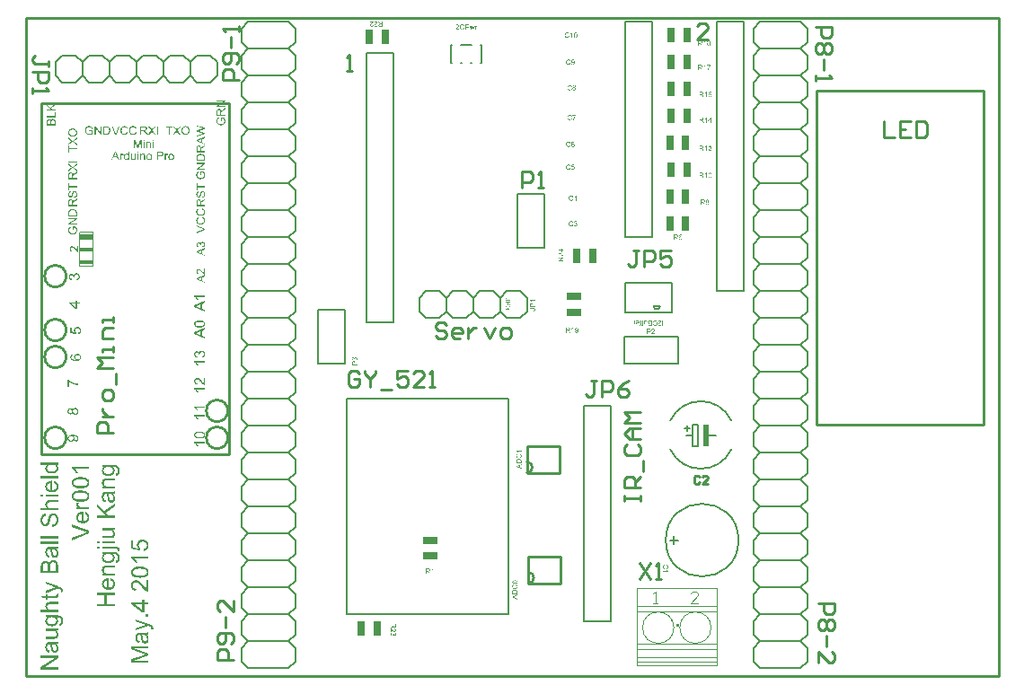
<source format=gto>
%FSLAX24Y24*%
%MOIN*%
G70*
G01*
G75*
%ADD10R,0.0440X0.0560*%
%ADD11R,0.0220X0.0480*%
%ADD12R,0.0560X0.0440*%
%ADD13R,0.0520X0.0600*%
%ADD14R,0.0120X0.0570*%
%ADD15R,0.0400X0.0100*%
%ADD16C,0.0100*%
%ADD17C,0.0320*%
%ADD18R,0.0010X0.1293*%
%ADD19R,0.0010X0.0010*%
%ADD20R,0.0010X0.0170*%
%ADD21R,0.0010X0.0164*%
%ADD22R,0.0010X0.0163*%
%ADD23R,0.0010X0.0009*%
%ADD24R,0.0013X0.0010*%
%ADD25R,0.0013X0.0170*%
%ADD26R,0.0013X0.0164*%
%ADD27R,0.0013X0.0163*%
%ADD28R,0.0013X0.0009*%
%ADD29R,0.0009X0.0010*%
%ADD30R,0.0009X0.0170*%
%ADD31R,0.0009X0.0164*%
%ADD32R,0.0009X0.0163*%
%ADD33R,0.0009X0.0009*%
%ADD34R,0.0009X0.1293*%
G04:AMPARAMS|DCode=35|XSize=70mil|YSize=70mil|CornerRadius=0mil|HoleSize=0mil|Usage=FLASHONLY|Rotation=180.000|XOffset=0mil|YOffset=0mil|HoleType=Round|Shape=Octagon|*
%AMOCTAGOND35*
4,1,8,-0.0350,0.0175,-0.0350,-0.0175,-0.0175,-0.0350,0.0175,-0.0350,0.0350,-0.0175,0.0350,0.0175,0.0175,0.0350,-0.0175,0.0350,-0.0350,0.0175,0.0*
%
%ADD35OCTAGOND35*%

%ADD36C,0.0700*%
%ADD37C,0.0750*%
G04:AMPARAMS|DCode=38|XSize=75mil|YSize=75mil|CornerRadius=0mil|HoleSize=0mil|Usage=FLASHONLY|Rotation=0.000|XOffset=0mil|YOffset=0mil|HoleType=Round|Shape=Octagon|*
%AMOCTAGOND38*
4,1,8,0.0375,-0.0188,0.0375,0.0188,0.0188,0.0375,-0.0188,0.0375,-0.0375,0.0188,-0.0375,-0.0188,-0.0188,-0.0375,0.0188,-0.0375,0.0375,-0.0188,0.0*
%
%ADD38OCTAGOND38*%

G04:AMPARAMS|DCode=39|XSize=60mil|YSize=60mil|CornerRadius=0mil|HoleSize=0mil|Usage=FLASHONLY|Rotation=90.000|XOffset=0mil|YOffset=0mil|HoleType=Round|Shape=Octagon|*
%AMOCTAGOND39*
4,1,8,0.0150,0.0300,-0.0150,0.0300,-0.0300,0.0150,-0.0300,-0.0150,-0.0150,-0.0300,0.0150,-0.0300,0.0300,-0.0150,0.0300,0.0150,0.0150,0.0300,0.0*
%
%ADD39OCTAGOND39*%

%ADD40C,0.0600*%
G04:AMPARAMS|DCode=41|XSize=76mil|YSize=76mil|CornerRadius=0mil|HoleSize=0mil|Usage=FLASHONLY|Rotation=0.000|XOffset=0mil|YOffset=0mil|HoleType=Round|Shape=Octagon|*
%AMOCTAGOND41*
4,1,8,0.0380,-0.0190,0.0380,0.0190,0.0190,0.0380,-0.0190,0.0380,-0.0380,0.0190,-0.0380,-0.0190,-0.0190,-0.0380,0.0190,-0.0380,0.0380,-0.0190,0.0*
%
%ADD41OCTAGOND41*%

G04:AMPARAMS|DCode=42|XSize=66mil|YSize=66mil|CornerRadius=0mil|HoleSize=0mil|Usage=FLASHONLY|Rotation=270.000|XOffset=0mil|YOffset=0mil|HoleType=Round|Shape=Octagon|*
%AMOCTAGOND42*
4,1,8,-0.0165,-0.0330,0.0165,-0.0330,0.0330,-0.0165,0.0330,0.0165,0.0165,0.0330,-0.0165,0.0330,-0.0330,0.0165,-0.0330,-0.0165,-0.0165,-0.0330,0.0*
%
%ADD42OCTAGOND42*%

%ADD43C,0.0740*%
%ADD44C,0.0670*%
%ADD45C,0.0591*%
%ADD46R,0.0591X0.0591*%
%ADD47R,0.0591X0.0591*%
%ADD48C,0.0500*%
%ADD49R,0.0390X0.0120*%
%ADD50C,0.0180*%
%ADD51C,0.0270*%
%ADD52C,0.0060*%
%ADD53C,0.0040*%
%ADD54C,0.0080*%
%ADD55C,0.0050*%
%ADD56C,0.0079*%
%ADD57C,0.0034*%
%ADD58R,0.0260X0.0555*%
%ADD59R,0.0256X0.0555*%
%ADD60R,0.0555X0.0260*%
%ADD61R,0.0555X0.0256*%
%ADD62R,0.0200X0.0800*%
%ADD63R,0.0256X0.0555*%
%ADD64R,0.0555X0.0256*%
G36*
X34554Y17893D02*
X34554D01*
X34553Y17893D01*
X34552Y17893D01*
X34551Y17892D01*
X34549Y17892D01*
X34548Y17891D01*
X34543Y17890D01*
X34538Y17888D01*
X34534Y17886D01*
X34529Y17883D01*
X34527Y17881D01*
X34525Y17880D01*
X34525Y17879D01*
X34524Y17878D01*
X34522Y17876D01*
X34521Y17873D01*
X34519Y17869D01*
X34518Y17865D01*
X34517Y17860D01*
X34516Y17855D01*
Y17855D01*
Y17855D01*
Y17854D01*
X34516Y17853D01*
Y17851D01*
X34517Y17850D01*
X34518Y17846D01*
X34519Y17841D01*
X34521Y17837D01*
X34524Y17832D01*
X34526Y17830D01*
X34528Y17827D01*
X34528Y17827D01*
X34528Y17827D01*
X34529Y17826D01*
X34530Y17825D01*
X34532Y17823D01*
X34536Y17822D01*
X34540Y17819D01*
X34545Y17817D01*
X34550Y17816D01*
X34553Y17816D01*
X34558D01*
X34559Y17816D01*
X34560D01*
X34562Y17816D01*
X34566Y17817D01*
X34570Y17818D01*
X34574Y17820D01*
X34579Y17823D01*
X34581Y17824D01*
X34583Y17826D01*
X34583Y17827D01*
X34585Y17829D01*
X34586Y17831D01*
X34588Y17834D01*
X34590Y17838D01*
X34592Y17842D01*
X34593Y17847D01*
X34594Y17853D01*
Y17854D01*
Y17855D01*
Y17856D01*
X34593Y17858D01*
X34593Y17860D01*
X34592Y17864D01*
X34592Y17867D01*
X34591Y17870D01*
X34612Y17867D01*
Y17867D01*
X34611Y17866D01*
X34611Y17865D01*
Y17864D01*
Y17864D01*
Y17863D01*
Y17862D01*
X34611Y17861D01*
X34612Y17858D01*
X34612Y17855D01*
X34613Y17851D01*
X34615Y17846D01*
X34616Y17841D01*
X34619Y17837D01*
Y17837D01*
X34620Y17836D01*
X34620Y17835D01*
X34622Y17833D01*
X34625Y17830D01*
X34629Y17828D01*
X34633Y17826D01*
X34638Y17825D01*
X34641Y17825D01*
X34643Y17824D01*
X34644D01*
X34646Y17825D01*
X34648Y17825D01*
X34651Y17825D01*
X34654Y17827D01*
X34658Y17828D01*
X34662Y17830D01*
X34665Y17833D01*
X34665Y17834D01*
X34666Y17835D01*
X34667Y17837D01*
X34669Y17839D01*
X34671Y17843D01*
X34672Y17847D01*
X34673Y17851D01*
X34674Y17856D01*
Y17856D01*
Y17857D01*
Y17857D01*
X34673Y17858D01*
X34673Y17861D01*
X34673Y17864D01*
X34671Y17868D01*
X34670Y17872D01*
X34668Y17875D01*
X34665Y17879D01*
X34664Y17880D01*
X34663Y17881D01*
X34661Y17882D01*
X34658Y17884D01*
X34655Y17886D01*
X34650Y17888D01*
X34645Y17889D01*
X34639Y17891D01*
X34643Y17914D01*
X34643D01*
X34644Y17914D01*
X34646Y17914D01*
X34647Y17913D01*
X34649Y17913D01*
X34652Y17912D01*
X34654Y17911D01*
X34657Y17910D01*
X34662Y17908D01*
X34669Y17904D01*
X34674Y17900D01*
X34677Y17897D01*
X34680Y17895D01*
X34680Y17895D01*
X34680Y17894D01*
X34681Y17893D01*
X34682Y17892D01*
X34683Y17890D01*
X34684Y17889D01*
X34685Y17887D01*
X34687Y17884D01*
X34688Y17881D01*
X34689Y17879D01*
X34691Y17872D01*
X34692Y17865D01*
X34693Y17861D01*
X34693Y17857D01*
Y17856D01*
Y17856D01*
Y17855D01*
Y17854D01*
X34693Y17852D01*
Y17851D01*
X34692Y17847D01*
X34691Y17843D01*
X34690Y17838D01*
X34688Y17833D01*
X34686Y17828D01*
Y17828D01*
X34686Y17827D01*
X34685Y17826D01*
X34685Y17825D01*
X34683Y17823D01*
X34681Y17820D01*
X34679Y17817D01*
X34676Y17814D01*
X34672Y17810D01*
X34668Y17808D01*
X34667D01*
X34667Y17807D01*
X34666Y17806D01*
X34663Y17805D01*
X34660Y17804D01*
X34657Y17802D01*
X34652Y17801D01*
X34648Y17801D01*
X34643Y17800D01*
X34641D01*
X34639Y17801D01*
X34636Y17801D01*
X34632Y17802D01*
X34628Y17803D01*
X34624Y17805D01*
X34620Y17807D01*
X34620Y17807D01*
X34618Y17808D01*
X34617Y17810D01*
X34615Y17812D01*
X34612Y17815D01*
X34609Y17818D01*
X34606Y17822D01*
X34604Y17827D01*
Y17826D01*
X34604Y17826D01*
X34604Y17825D01*
X34603Y17824D01*
X34603Y17823D01*
X34602Y17821D01*
X34601Y17817D01*
X34598Y17813D01*
X34595Y17809D01*
X34592Y17804D01*
X34588Y17800D01*
X34587D01*
X34587Y17800D01*
X34586Y17799D01*
X34585Y17799D01*
X34584Y17798D01*
X34583Y17797D01*
X34579Y17795D01*
X34574Y17794D01*
X34569Y17792D01*
X34564Y17791D01*
X34557Y17791D01*
X34554D01*
X34553Y17791D01*
X34550Y17791D01*
X34548Y17792D01*
X34545Y17792D01*
X34542Y17793D01*
X34539Y17794D01*
X34535Y17795D01*
X34532Y17797D01*
X34528Y17799D01*
X34525Y17801D01*
X34521Y17803D01*
X34517Y17806D01*
X34514Y17809D01*
X34514Y17809D01*
X34513Y17810D01*
X34513Y17811D01*
X34511Y17812D01*
X34510Y17814D01*
X34509Y17816D01*
X34507Y17819D01*
X34506Y17822D01*
X34504Y17825D01*
X34502Y17829D01*
X34501Y17832D01*
X34499Y17837D01*
X34498Y17841D01*
X34497Y17845D01*
X34497Y17850D01*
X34497Y17855D01*
Y17856D01*
Y17857D01*
Y17858D01*
X34497Y17860D01*
X34497Y17862D01*
X34497Y17864D01*
X34498Y17867D01*
X34499Y17870D01*
X34501Y17877D01*
X34502Y17880D01*
X34503Y17884D01*
X34505Y17888D01*
X34507Y17891D01*
X34509Y17894D01*
X34512Y17897D01*
X34512Y17898D01*
X34513Y17898D01*
X34513Y17899D01*
X34515Y17900D01*
X34516Y17902D01*
X34518Y17903D01*
X34520Y17904D01*
X34522Y17906D01*
X34525Y17908D01*
X34528Y17909D01*
X34531Y17911D01*
X34535Y17912D01*
X34539Y17914D01*
X34542Y17915D01*
X34546Y17916D01*
X34551Y17917D01*
X34554Y17893D01*
D02*
G37*
G36*
X40860Y32132D02*
X40906D01*
Y32109D01*
X40860D01*
Y32025D01*
X40839D01*
X40714Y32113D01*
Y32132D01*
X40839D01*
Y32159D01*
X40860D01*
Y32132D01*
D02*
G37*
G36*
X34692Y18165D02*
Y18164D01*
Y18163D01*
Y18162D01*
Y18161D01*
X34692Y18158D01*
Y18156D01*
X34692Y18153D01*
X34692Y18150D01*
X34691Y18144D01*
X34690Y18138D01*
X34689Y18131D01*
X34688Y18128D01*
X34687Y18126D01*
Y18125D01*
X34687Y18125D01*
X34687Y18125D01*
X34686Y18124D01*
X34685Y18121D01*
X34683Y18118D01*
X34680Y18115D01*
X34677Y18111D01*
X34673Y18108D01*
X34669Y18104D01*
X34668D01*
X34668Y18104D01*
X34667Y18103D01*
X34666Y18103D01*
X34664Y18102D01*
X34660Y18100D01*
X34656Y18099D01*
X34651Y18097D01*
X34645Y18096D01*
X34639Y18096D01*
X34637D01*
X34636Y18096D01*
X34634Y18097D01*
X34632Y18097D01*
X34627Y18098D01*
X34622Y18099D01*
X34616Y18102D01*
X34613Y18103D01*
X34611Y18105D01*
X34608Y18107D01*
X34605Y18110D01*
X34605Y18110D01*
X34604Y18110D01*
X34604Y18111D01*
X34603Y18112D01*
X34602Y18113D01*
X34601Y18115D01*
X34599Y18117D01*
X34597Y18119D01*
X34596Y18122D01*
X34595Y18125D01*
X34593Y18129D01*
X34592Y18132D01*
X34590Y18137D01*
X34589Y18141D01*
X34588Y18146D01*
X34587Y18151D01*
X34587Y18150D01*
X34587Y18149D01*
X34585Y18147D01*
X34584Y18145D01*
X34581Y18140D01*
X34579Y18138D01*
X34578Y18135D01*
Y18135D01*
X34577Y18135D01*
X34576Y18133D01*
X34574Y18131D01*
X34571Y18128D01*
X34567Y18125D01*
X34562Y18122D01*
X34557Y18118D01*
X34552Y18114D01*
X34500Y18081D01*
Y18113D01*
X34540Y18138D01*
X34540D01*
X34541Y18139D01*
X34541Y18139D01*
X34543Y18140D01*
X34544Y18141D01*
X34546Y18142D01*
X34550Y18145D01*
X34554Y18147D01*
X34558Y18151D01*
X34562Y18154D01*
X34566Y18156D01*
X34567Y18157D01*
X34567Y18158D01*
X34569Y18159D01*
X34571Y18161D01*
X34573Y18163D01*
X34576Y18165D01*
X34577Y18167D01*
X34579Y18169D01*
X34579Y18170D01*
X34580Y18170D01*
X34580Y18171D01*
X34581Y18173D01*
X34582Y18175D01*
X34583Y18177D01*
X34584Y18181D01*
Y18181D01*
X34585Y18182D01*
Y18183D01*
X34585Y18184D01*
X34585Y18186D01*
Y18189D01*
X34585Y18191D01*
Y18195D01*
Y18225D01*
X34500D01*
Y18250D01*
X34692D01*
Y18165D01*
D02*
G37*
G36*
X34505Y18069D02*
X34508Y18069D01*
X34511Y18068D01*
X34513Y18068D01*
X34516Y18067D01*
X34516D01*
X34517Y18066D01*
X34518Y18066D01*
X34518Y18066D01*
X34521Y18065D01*
X34524Y18063D01*
X34528Y18060D01*
X34532Y18058D01*
X34537Y18055D01*
X34542Y18051D01*
X34542Y18051D01*
X34542Y18051D01*
X34543Y18050D01*
X34544Y18049D01*
X34547Y18046D01*
X34550Y18043D01*
X34555Y18039D01*
X34560Y18033D01*
X34565Y18027D01*
X34571Y18020D01*
X34571Y18020D01*
X34572Y18019D01*
X34574Y18017D01*
X34575Y18015D01*
X34578Y18012D01*
X34580Y18010D01*
X34583Y18006D01*
X34586Y18003D01*
X34592Y17996D01*
X34599Y17989D01*
X34602Y17986D01*
X34606Y17983D01*
X34609Y17980D01*
X34612Y17978D01*
X34612Y17977D01*
X34613Y17977D01*
X34613Y17977D01*
X34614Y17976D01*
X34616Y17975D01*
X34617Y17974D01*
X34621Y17972D01*
X34625Y17970D01*
X34630Y17968D01*
X34635Y17967D01*
X34638Y17967D01*
X34641D01*
X34643Y17967D01*
X34645Y17967D01*
X34648Y17968D01*
X34652Y17969D01*
X34656Y17971D01*
X34660Y17973D01*
X34664Y17977D01*
X34664Y17977D01*
X34665Y17979D01*
X34667Y17981D01*
X34669Y17984D01*
X34671Y17988D01*
X34672Y17992D01*
X34673Y17997D01*
X34674Y18003D01*
Y18003D01*
Y18004D01*
Y18005D01*
X34673Y18006D01*
Y18007D01*
X34673Y18009D01*
X34672Y18013D01*
X34671Y18017D01*
X34669Y18022D01*
X34667Y18026D01*
X34663Y18030D01*
X34663Y18031D01*
X34662Y18032D01*
X34659Y18033D01*
X34656Y18035D01*
X34652Y18037D01*
X34647Y18039D01*
X34641Y18040D01*
X34635Y18040D01*
X34637Y18065D01*
X34638D01*
X34639Y18065D01*
X34640D01*
X34642Y18064D01*
X34644Y18064D01*
X34647Y18063D01*
X34650Y18062D01*
X34653Y18061D01*
X34660Y18059D01*
X34663Y18058D01*
X34666Y18056D01*
X34670Y18054D01*
X34673Y18052D01*
X34676Y18049D01*
X34679Y18046D01*
X34679Y18046D01*
X34679Y18046D01*
X34680Y18045D01*
X34681Y18043D01*
X34682Y18041D01*
X34683Y18039D01*
X34685Y18037D01*
X34686Y18034D01*
X34687Y18032D01*
X34688Y18028D01*
X34690Y18025D01*
X34691Y18021D01*
X34692Y18017D01*
X34692Y18012D01*
X34693Y18008D01*
X34693Y18003D01*
Y18002D01*
Y18001D01*
Y18000D01*
X34693Y17998D01*
X34692Y17996D01*
X34692Y17993D01*
X34692Y17990D01*
X34691Y17987D01*
X34689Y17980D01*
X34688Y17976D01*
X34687Y17972D01*
X34685Y17968D01*
X34683Y17965D01*
X34680Y17962D01*
X34678Y17959D01*
X34677Y17958D01*
X34677Y17958D01*
X34676Y17957D01*
X34675Y17956D01*
X34673Y17955D01*
X34671Y17953D01*
X34669Y17952D01*
X34667Y17950D01*
X34664Y17949D01*
X34662Y17947D01*
X34655Y17945D01*
X34652Y17944D01*
X34648Y17943D01*
X34644Y17943D01*
X34639Y17942D01*
X34637D01*
X34635Y17943D01*
X34632Y17943D01*
X34629Y17944D01*
X34625Y17944D01*
X34621Y17945D01*
X34617Y17947D01*
X34616Y17947D01*
X34615Y17948D01*
X34613Y17949D01*
X34610Y17951D01*
X34606Y17953D01*
X34602Y17956D01*
X34598Y17959D01*
X34593Y17963D01*
X34593D01*
X34593Y17963D01*
X34592Y17964D01*
X34591Y17965D01*
X34590Y17966D01*
X34588Y17967D01*
X34587Y17969D01*
X34585Y17972D01*
X34582Y17974D01*
X34580Y17976D01*
X34577Y17980D01*
X34574Y17983D01*
X34571Y17987D01*
X34567Y17990D01*
X34564Y17995D01*
X34560Y17999D01*
X34559Y18000D01*
X34559Y18000D01*
X34558Y18001D01*
X34557Y18003D01*
X34555Y18004D01*
X34553Y18006D01*
X34550Y18010D01*
X34546Y18015D01*
X34542Y18020D01*
X34540Y18022D01*
X34538Y18024D01*
X34536Y18025D01*
X34535Y18026D01*
X34535Y18027D01*
X34534Y18027D01*
X34533Y18029D01*
X34531Y18030D01*
X34530Y18032D01*
X34527Y18033D01*
X34523Y18037D01*
Y17942D01*
X34500D01*
Y18069D01*
X34503D01*
X34505Y18069D01*
D02*
G37*
G36*
X22900Y32050D02*
X22895D01*
X22891Y32051D01*
X22887Y32051D01*
X22883Y32052D01*
X22878Y32053D01*
X22873Y32055D01*
X22873D01*
X22872Y32055D01*
X22871Y32056D01*
X22869Y32057D01*
X22865Y32058D01*
X22860Y32061D01*
X22853Y32065D01*
X22846Y32069D01*
X22839Y32074D01*
X22831Y32081D01*
X22831Y32081D01*
X22830Y32081D01*
X22829Y32083D01*
X22827Y32084D01*
X22823Y32088D01*
X22817Y32094D01*
X22810Y32101D01*
X22802Y32109D01*
X22793Y32120D01*
X22783Y32132D01*
X22782Y32132D01*
X22781Y32134D01*
X22779Y32137D01*
X22776Y32140D01*
X22772Y32144D01*
X22768Y32149D01*
X22763Y32154D01*
X22758Y32160D01*
X22748Y32171D01*
X22736Y32183D01*
X22731Y32188D01*
X22725Y32193D01*
X22720Y32198D01*
X22715Y32202D01*
X22715Y32202D01*
X22714Y32202D01*
X22713Y32203D01*
X22711Y32204D01*
X22709Y32206D01*
X22706Y32207D01*
X22700Y32211D01*
X22693Y32214D01*
X22685Y32217D01*
X22677Y32219D01*
X22672Y32220D01*
X22666D01*
X22665Y32220D01*
X22660Y32219D01*
X22655Y32218D01*
X22648Y32216D01*
X22642Y32213D01*
X22636Y32209D01*
X22629Y32203D01*
X22629Y32202D01*
X22627Y32200D01*
X22625Y32197D01*
X22621Y32192D01*
X22618Y32185D01*
X22616Y32178D01*
X22614Y32169D01*
X22613Y32160D01*
Y32159D01*
Y32159D01*
Y32157D01*
X22614Y32155D01*
Y32153D01*
X22614Y32150D01*
X22615Y32144D01*
X22618Y32137D01*
X22620Y32129D01*
X22625Y32121D01*
X22630Y32115D01*
X22631Y32114D01*
X22633Y32112D01*
X22637Y32109D01*
X22642Y32107D01*
X22649Y32103D01*
X22657Y32100D01*
X22666Y32099D01*
X22677Y32098D01*
X22673Y32058D01*
X22672D01*
X22671Y32058D01*
X22669D01*
X22665Y32059D01*
X22662Y32060D01*
X22658Y32060D01*
X22653Y32062D01*
X22648Y32063D01*
X22637Y32067D01*
X22631Y32069D01*
X22625Y32072D01*
X22620Y32076D01*
X22614Y32079D01*
X22609Y32083D01*
X22605Y32088D01*
X22604Y32089D01*
X22604Y32090D01*
X22603Y32091D01*
X22601Y32093D01*
X22599Y32096D01*
X22597Y32100D01*
X22595Y32103D01*
X22593Y32108D01*
X22591Y32113D01*
X22589Y32118D01*
X22587Y32124D01*
X22585Y32131D01*
X22583Y32137D01*
X22582Y32145D01*
X22582Y32152D01*
X22581Y32161D01*
Y32161D01*
Y32163D01*
Y32165D01*
X22582Y32168D01*
X22582Y32172D01*
X22582Y32177D01*
X22583Y32182D01*
X22584Y32187D01*
X22587Y32199D01*
X22589Y32204D01*
X22592Y32211D01*
X22595Y32217D01*
X22599Y32223D01*
X22602Y32228D01*
X22607Y32233D01*
X22607Y32234D01*
X22608Y32235D01*
X22609Y32236D01*
X22611Y32238D01*
X22614Y32240D01*
X22617Y32242D01*
X22620Y32244D01*
X22624Y32247D01*
X22628Y32249D01*
X22633Y32252D01*
X22644Y32256D01*
X22650Y32258D01*
X22656Y32259D01*
X22663Y32260D01*
X22670Y32260D01*
X22673D01*
X22677Y32260D01*
X22682Y32259D01*
X22687Y32258D01*
X22694Y32257D01*
X22700Y32255D01*
X22707Y32252D01*
X22708Y32252D01*
X22710Y32251D01*
X22714Y32249D01*
X22719Y32246D01*
X22724Y32242D01*
X22731Y32238D01*
X22739Y32233D01*
X22746Y32226D01*
X22746D01*
X22747Y32226D01*
X22748Y32224D01*
X22750Y32223D01*
X22752Y32221D01*
X22754Y32218D01*
X22757Y32216D01*
X22760Y32212D01*
X22764Y32208D01*
X22768Y32204D01*
X22773Y32199D01*
X22778Y32193D01*
X22784Y32187D01*
X22789Y32181D01*
X22795Y32173D01*
X22802Y32166D01*
X22802Y32166D01*
X22803Y32164D01*
X22805Y32163D01*
X22806Y32160D01*
X22809Y32158D01*
X22812Y32154D01*
X22818Y32147D01*
X22824Y32140D01*
X22831Y32132D01*
X22834Y32129D01*
X22837Y32126D01*
X22840Y32123D01*
X22842Y32121D01*
X22842Y32121D01*
X22843Y32119D01*
X22845Y32118D01*
X22848Y32115D01*
X22851Y32113D01*
X22855Y32110D01*
X22862Y32105D01*
Y32261D01*
X22900D01*
Y32050D01*
D02*
G37*
G36*
X22699Y33638D02*
X22703D01*
X22707Y33638D01*
X22711Y33638D01*
X22721Y33637D01*
X22732Y33635D01*
X22743Y33633D01*
X22754Y33630D01*
X22754D01*
X22755Y33630D01*
X22757Y33629D01*
X22758Y33628D01*
X22761Y33628D01*
X22764Y33627D01*
X22770Y33624D01*
X22777Y33621D01*
X22785Y33618D01*
X22793Y33613D01*
X22800Y33609D01*
X22801Y33608D01*
X22803Y33606D01*
X22806Y33604D01*
X22810Y33600D01*
X22815Y33596D01*
X22820Y33591D01*
X22824Y33585D01*
X22829Y33579D01*
X22829Y33578D01*
X22831Y33576D01*
X22833Y33573D01*
X22835Y33569D01*
X22837Y33563D01*
X22840Y33557D01*
X22843Y33549D01*
X22845Y33541D01*
Y33541D01*
X22845Y33540D01*
Y33539D01*
X22845Y33538D01*
X22846Y33535D01*
X22846Y33533D01*
X22847Y33527D01*
X22848Y33519D01*
X22849Y33511D01*
X22850Y33501D01*
X22850Y33490D01*
Y33376D01*
X22532D01*
Y33486D01*
Y33486D01*
Y33487D01*
Y33489D01*
Y33492D01*
Y33495D01*
X22533Y33498D01*
Y33506D01*
X22534Y33515D01*
X22534Y33525D01*
X22536Y33534D01*
X22537Y33542D01*
Y33542D01*
X22538Y33543D01*
X22538Y33545D01*
X22539Y33546D01*
X22539Y33549D01*
X22540Y33552D01*
X22542Y33558D01*
X22546Y33565D01*
X22549Y33573D01*
X22554Y33581D01*
X22560Y33588D01*
X22560Y33589D01*
X22561Y33590D01*
X22562Y33591D01*
X22564Y33592D01*
X22566Y33595D01*
X22568Y33597D01*
X22571Y33600D01*
X22575Y33602D01*
X22582Y33609D01*
X22592Y33615D01*
X22602Y33621D01*
X22614Y33626D01*
X22615D01*
X22616Y33626D01*
X22617Y33627D01*
X22620Y33628D01*
X22623Y33629D01*
X22627Y33630D01*
X22631Y33631D01*
X22636Y33633D01*
X22641Y33633D01*
X22647Y33635D01*
X22653Y33636D01*
X22660Y33637D01*
X22674Y33638D01*
X22690Y33639D01*
X22696D01*
X22699Y33638D01*
D02*
G37*
G36*
X40906Y31881D02*
X40903D01*
X40901Y31881D01*
X40899Y31881D01*
X40896Y31882D01*
X40893Y31883D01*
X40890Y31883D01*
X40890D01*
X40890Y31884D01*
X40889Y31884D01*
X40888Y31885D01*
X40885Y31885D01*
X40882Y31887D01*
X40878Y31890D01*
X40874Y31892D01*
X40869Y31895D01*
X40865Y31899D01*
X40864Y31899D01*
X40864Y31899D01*
X40863Y31900D01*
X40862Y31901D01*
X40860Y31904D01*
X40856Y31907D01*
X40852Y31911D01*
X40847Y31916D01*
X40841Y31923D01*
X40835Y31930D01*
X40835Y31930D01*
X40834Y31931D01*
X40833Y31933D01*
X40831Y31935D01*
X40829Y31937D01*
X40826Y31941D01*
X40824Y31944D01*
X40821Y31947D01*
X40814Y31954D01*
X40807Y31961D01*
X40804Y31964D01*
X40801Y31967D01*
X40798Y31970D01*
X40795Y31972D01*
X40794Y31972D01*
X40794Y31973D01*
X40793Y31973D01*
X40792Y31974D01*
X40791Y31975D01*
X40789Y31976D01*
X40785Y31978D01*
X40781Y31980D01*
X40776Y31982D01*
X40771Y31983D01*
X40769Y31983D01*
X40765D01*
X40764Y31983D01*
X40761Y31983D01*
X40758Y31982D01*
X40754Y31981D01*
X40750Y31979D01*
X40746Y31977D01*
X40743Y31973D01*
X40742Y31973D01*
X40741Y31971D01*
X40740Y31969D01*
X40738Y31966D01*
X40736Y31962D01*
X40734Y31958D01*
X40733Y31953D01*
X40733Y31947D01*
Y31947D01*
Y31946D01*
Y31945D01*
X40733Y31944D01*
Y31943D01*
X40733Y31941D01*
X40734Y31937D01*
X40735Y31933D01*
X40737Y31928D01*
X40740Y31924D01*
X40743Y31920D01*
X40744Y31919D01*
X40745Y31918D01*
X40747Y31916D01*
X40750Y31915D01*
X40755Y31913D01*
X40759Y31911D01*
X40765Y31910D01*
X40771Y31909D01*
X40769Y31885D01*
X40769D01*
X40768Y31885D01*
X40766D01*
X40764Y31886D01*
X40762Y31886D01*
X40760Y31887D01*
X40757Y31888D01*
X40754Y31888D01*
X40747Y31891D01*
X40743Y31892D01*
X40740Y31894D01*
X40737Y31896D01*
X40733Y31898D01*
X40730Y31901D01*
X40728Y31904D01*
X40727Y31904D01*
X40727Y31904D01*
X40726Y31906D01*
X40725Y31907D01*
X40724Y31909D01*
X40723Y31911D01*
X40722Y31913D01*
X40720Y31916D01*
X40719Y31918D01*
X40718Y31922D01*
X40717Y31925D01*
X40716Y31929D01*
X40715Y31933D01*
X40714Y31938D01*
X40714Y31943D01*
X40713Y31948D01*
Y31948D01*
Y31949D01*
Y31950D01*
X40714Y31952D01*
X40714Y31955D01*
X40714Y31957D01*
X40715Y31960D01*
X40715Y31964D01*
X40717Y31971D01*
X40718Y31974D01*
X40720Y31978D01*
X40722Y31981D01*
X40724Y31985D01*
X40726Y31988D01*
X40729Y31992D01*
X40729Y31992D01*
X40730Y31992D01*
X40730Y31993D01*
X40732Y31994D01*
X40733Y31995D01*
X40735Y31997D01*
X40737Y31998D01*
X40739Y32000D01*
X40742Y32001D01*
X40745Y32002D01*
X40751Y32005D01*
X40755Y32006D01*
X40759Y32007D01*
X40763Y32008D01*
X40767Y32008D01*
X40769D01*
X40771Y32008D01*
X40774Y32007D01*
X40777Y32006D01*
X40781Y32006D01*
X40785Y32004D01*
X40790Y32003D01*
X40790Y32003D01*
X40792Y32002D01*
X40794Y32001D01*
X40797Y31999D01*
X40800Y31997D01*
X40804Y31994D01*
X40809Y31991D01*
X40813Y31987D01*
X40813D01*
X40814Y31987D01*
X40814Y31986D01*
X40815Y31985D01*
X40817Y31984D01*
X40818Y31983D01*
X40820Y31981D01*
X40822Y31978D01*
X40824Y31976D01*
X40827Y31974D01*
X40830Y31971D01*
X40833Y31967D01*
X40836Y31964D01*
X40839Y31960D01*
X40843Y31955D01*
X40847Y31951D01*
X40847Y31951D01*
X40848Y31950D01*
X40849Y31949D01*
X40850Y31947D01*
X40851Y31946D01*
X40853Y31944D01*
X40857Y31939D01*
X40861Y31935D01*
X40865Y31930D01*
X40866Y31928D01*
X40868Y31927D01*
X40870Y31925D01*
X40871Y31923D01*
X40871Y31923D01*
X40872Y31923D01*
X40873Y31922D01*
X40875Y31920D01*
X40877Y31918D01*
X40879Y31917D01*
X40884Y31913D01*
Y32008D01*
X40906D01*
Y31881D01*
D02*
G37*
G36*
Y31837D02*
X40867Y31812D01*
X40866D01*
X40866Y31811D01*
X40865Y31811D01*
X40864Y31810D01*
X40862Y31809D01*
X40861Y31808D01*
X40857Y31806D01*
X40853Y31802D01*
X40848Y31799D01*
X40844Y31797D01*
X40840Y31793D01*
X40840Y31793D01*
X40839Y31792D01*
X40837Y31791D01*
X40835Y31789D01*
X40833Y31787D01*
X40831Y31785D01*
X40829Y31783D01*
X40827Y31781D01*
X40827Y31780D01*
X40827Y31779D01*
X40826Y31779D01*
X40825Y31777D01*
X40824Y31775D01*
X40824Y31773D01*
X40822Y31769D01*
Y31769D01*
X40822Y31768D01*
Y31767D01*
X40822Y31766D01*
X40821Y31764D01*
Y31761D01*
X40821Y31758D01*
Y31755D01*
Y31725D01*
X40906D01*
Y31700D01*
X40714D01*
Y31785D01*
Y31786D01*
Y31786D01*
Y31788D01*
Y31790D01*
X40714Y31792D01*
Y31794D01*
X40715Y31797D01*
X40715Y31800D01*
X40715Y31806D01*
X40716Y31813D01*
X40718Y31819D01*
X40718Y31822D01*
X40719Y31824D01*
Y31825D01*
X40720Y31825D01*
X40720Y31825D01*
X40720Y31827D01*
X40722Y31829D01*
X40724Y31832D01*
X40726Y31835D01*
X40729Y31839D01*
X40733Y31843D01*
X40738Y31846D01*
X40738D01*
X40738Y31846D01*
X40739Y31846D01*
X40740Y31847D01*
X40743Y31848D01*
X40746Y31850D01*
X40751Y31851D01*
X40756Y31853D01*
X40761Y31853D01*
X40767Y31854D01*
X40769D01*
X40770Y31853D01*
X40772Y31853D01*
X40774Y31853D01*
X40779Y31852D01*
X40784Y31851D01*
X40790Y31848D01*
X40793Y31847D01*
X40796Y31845D01*
X40799Y31843D01*
X40801Y31841D01*
X40802Y31840D01*
X40802Y31840D01*
X40803Y31839D01*
X40804Y31838D01*
X40805Y31837D01*
X40806Y31835D01*
X40807Y31833D01*
X40809Y31830D01*
X40810Y31828D01*
X40812Y31825D01*
X40813Y31821D01*
X40815Y31818D01*
X40816Y31813D01*
X40817Y31809D01*
X40818Y31804D01*
X40819Y31799D01*
X40819Y31800D01*
X40820Y31801D01*
X40821Y31803D01*
X40822Y31805D01*
X40825Y31810D01*
X40827Y31813D01*
X40829Y31815D01*
Y31815D01*
X40829Y31815D01*
X40831Y31817D01*
X40833Y31819D01*
X40836Y31822D01*
X40839Y31825D01*
X40844Y31828D01*
X40849Y31832D01*
X40854Y31836D01*
X40906Y31869D01*
Y31837D01*
D02*
G37*
G36*
X44083Y29192D02*
X44088Y29192D01*
X44093Y29192D01*
X44097Y29191D01*
X44102Y29190D01*
X44102D01*
X44103Y29190D01*
X44104Y29190D01*
X44106Y29189D01*
X44110Y29188D01*
X44113Y29187D01*
X44117Y29186D01*
X44121Y29183D01*
X44125Y29181D01*
X44125Y29181D01*
X44127Y29180D01*
X44128Y29179D01*
X44131Y29176D01*
X44133Y29174D01*
X44136Y29171D01*
X44138Y29167D01*
X44141Y29163D01*
Y29162D01*
X44141Y29162D01*
X44141Y29162D01*
X44142Y29161D01*
X44142Y29158D01*
X44144Y29155D01*
X44145Y29151D01*
X44145Y29146D01*
X44146Y29142D01*
X44146Y29137D01*
Y29136D01*
Y29135D01*
Y29134D01*
X44146Y29132D01*
X44146Y29130D01*
X44146Y29128D01*
X44145Y29125D01*
X44145Y29122D01*
X44143Y29116D01*
X44142Y29112D01*
X44140Y29109D01*
X44138Y29105D01*
X44136Y29102D01*
X44134Y29098D01*
X44131Y29095D01*
X44131Y29095D01*
X44130Y29094D01*
X44129Y29093D01*
X44128Y29092D01*
X44126Y29091D01*
X44124Y29090D01*
X44121Y29088D01*
X44118Y29086D01*
X44114Y29085D01*
X44110Y29083D01*
X44106Y29082D01*
X44100Y29081D01*
X44095Y29079D01*
X44089Y29079D01*
X44082Y29078D01*
X44075Y29078D01*
X44026D01*
Y29000D01*
X44000D01*
Y29192D01*
X44079D01*
X44083Y29192D01*
D02*
G37*
G36*
X33198Y28145D02*
X33200Y28145D01*
X33202Y28144D01*
X33205Y28144D01*
X33208Y28143D01*
X33211Y28142D01*
X33215Y28141D01*
X33218Y28139D01*
X33222Y28138D01*
X33226Y28135D01*
X33229Y28133D01*
X33233Y28130D01*
X33236Y28127D01*
X33236Y28126D01*
X33237Y28126D01*
X33238Y28125D01*
X33239Y28124D01*
X33240Y28122D01*
X33242Y28119D01*
X33243Y28117D01*
X33245Y28114D01*
X33246Y28111D01*
X33248Y28108D01*
X33249Y28104D01*
X33251Y28100D01*
X33252Y28095D01*
X33252Y28091D01*
X33253Y28086D01*
X33253Y28080D01*
Y28080D01*
Y28080D01*
Y28078D01*
X33253Y28076D01*
X33253Y28074D01*
X33252Y28072D01*
X33252Y28069D01*
X33251Y28066D01*
X33249Y28059D01*
X33248Y28056D01*
X33247Y28052D01*
X33245Y28049D01*
X33243Y28045D01*
X33241Y28042D01*
X33238Y28038D01*
X33238Y28038D01*
X33238Y28038D01*
X33237Y28037D01*
X33235Y28036D01*
X33234Y28035D01*
X33232Y28033D01*
X33230Y28031D01*
X33228Y28030D01*
X33225Y28028D01*
X33222Y28026D01*
X33219Y28025D01*
X33215Y28024D01*
X33212Y28022D01*
X33208Y28021D01*
X33203Y28020D01*
X33199Y28019D01*
X33196Y28043D01*
X33196D01*
X33197Y28043D01*
X33198Y28043D01*
X33199Y28044D01*
X33201Y28044D01*
X33203Y28045D01*
X33207Y28046D01*
X33212Y28048D01*
X33217Y28050D01*
X33221Y28053D01*
X33223Y28055D01*
X33225Y28056D01*
X33225Y28057D01*
X33226Y28058D01*
X33228Y28060D01*
X33229Y28063D01*
X33231Y28067D01*
X33232Y28071D01*
X33233Y28075D01*
X33234Y28080D01*
Y28081D01*
Y28081D01*
Y28082D01*
X33233Y28083D01*
Y28085D01*
X33233Y28087D01*
X33232Y28090D01*
X33231Y28095D01*
X33229Y28100D01*
X33226Y28104D01*
X33224Y28107D01*
X33222Y28109D01*
X33222Y28109D01*
X33222Y28109D01*
X33221Y28110D01*
X33220Y28110D01*
X33218Y28112D01*
X33214Y28115D01*
X33210Y28117D01*
X33205Y28119D01*
X33200Y28120D01*
X33197Y28120D01*
X33192D01*
X33191Y28120D01*
X33190D01*
X33188Y28120D01*
X33184Y28119D01*
X33180Y28118D01*
X33175Y28116D01*
X33171Y28113D01*
X33169Y28112D01*
X33167Y28110D01*
X33166Y28109D01*
X33165Y28108D01*
X33164Y28105D01*
X33162Y28102D01*
X33160Y28098D01*
X33158Y28094D01*
X33157Y28089D01*
X33156Y28082D01*
Y28082D01*
Y28081D01*
Y28080D01*
X33157Y28078D01*
X33157Y28075D01*
X33157Y28073D01*
X33158Y28069D01*
X33159Y28066D01*
X33138Y28068D01*
Y28069D01*
X33138Y28070D01*
X33139Y28071D01*
Y28072D01*
Y28073D01*
Y28073D01*
Y28074D01*
X33138Y28075D01*
X33138Y28078D01*
X33138Y28081D01*
X33137Y28085D01*
X33135Y28090D01*
X33133Y28095D01*
X33131Y28099D01*
Y28100D01*
X33131Y28100D01*
X33129Y28101D01*
X33128Y28103D01*
X33125Y28105D01*
X33122Y28108D01*
X33117Y28110D01*
X33112Y28111D01*
X33110Y28111D01*
X33107Y28112D01*
X33106D01*
X33104Y28111D01*
X33102Y28111D01*
X33099Y28110D01*
X33096Y28109D01*
X33092Y28108D01*
X33089Y28105D01*
X33085Y28103D01*
X33085Y28102D01*
X33084Y28101D01*
X33082Y28099D01*
X33081Y28096D01*
X33079Y28093D01*
X33078Y28089D01*
X33077Y28085D01*
X33077Y28080D01*
Y28080D01*
Y28080D01*
Y28079D01*
X33077Y28078D01*
X33077Y28075D01*
X33077Y28072D01*
X33079Y28068D01*
X33080Y28064D01*
X33082Y28061D01*
X33085Y28057D01*
X33086Y28056D01*
X33087Y28055D01*
X33089Y28054D01*
X33092Y28052D01*
X33095Y28050D01*
X33100Y28048D01*
X33105Y28047D01*
X33111Y28045D01*
X33107Y28022D01*
X33107D01*
X33106Y28022D01*
X33105Y28022D01*
X33103Y28023D01*
X33101Y28023D01*
X33098Y28024D01*
X33096Y28025D01*
X33093Y28026D01*
X33087Y28029D01*
X33082Y28032D01*
X33075Y28036D01*
X33073Y28038D01*
X33070Y28041D01*
X33070Y28042D01*
X33070Y28042D01*
X33069Y28043D01*
X33068Y28044D01*
X33067Y28045D01*
X33066Y28047D01*
X33065Y28049D01*
X33063Y28052D01*
X33063Y28054D01*
X33061Y28057D01*
X33059Y28064D01*
X33057Y28071D01*
X33057Y28075D01*
X33057Y28080D01*
Y28080D01*
Y28080D01*
Y28081D01*
Y28082D01*
X33057Y28084D01*
Y28085D01*
X33058Y28089D01*
X33059Y28094D01*
X33060Y28098D01*
X33061Y28103D01*
X33064Y28108D01*
Y28108D01*
X33064Y28109D01*
X33064Y28110D01*
X33065Y28110D01*
X33066Y28113D01*
X33068Y28116D01*
X33071Y28119D01*
X33075Y28122D01*
X33078Y28126D01*
X33082Y28128D01*
X33082D01*
X33083Y28129D01*
X33084Y28130D01*
X33087Y28131D01*
X33090Y28132D01*
X33094Y28133D01*
X33098Y28135D01*
X33102Y28135D01*
X33107Y28136D01*
X33109D01*
X33112Y28135D01*
X33115Y28135D01*
X33118Y28134D01*
X33122Y28133D01*
X33126Y28131D01*
X33130Y28129D01*
X33130Y28129D01*
X33131Y28128D01*
X33133Y28126D01*
X33135Y28124D01*
X33138Y28121D01*
X33141Y28118D01*
X33143Y28114D01*
X33146Y28109D01*
Y28110D01*
X33146Y28110D01*
X33147Y28111D01*
X33147Y28112D01*
X33147Y28114D01*
X33148Y28115D01*
X33149Y28119D01*
X33152Y28123D01*
X33155Y28128D01*
X33158Y28132D01*
X33163Y28136D01*
X33163D01*
X33163Y28136D01*
X33164Y28137D01*
X33165Y28137D01*
X33166Y28138D01*
X33167Y28139D01*
X33171Y28140D01*
X33175Y28142D01*
X33181Y28144D01*
X33187Y28145D01*
X33193Y28145D01*
X33196D01*
X33198Y28145D01*
D02*
G37*
G36*
X44543Y29499D02*
Y29499D01*
Y29497D01*
X44542Y29495D01*
X44542Y29492D01*
X44542Y29490D01*
X44541Y29487D01*
X44540Y29484D01*
Y29483D01*
X44540Y29483D01*
X44539Y29483D01*
X44539Y29481D01*
X44538Y29479D01*
X44536Y29476D01*
X44534Y29472D01*
X44531Y29467D01*
X44528Y29463D01*
X44524Y29458D01*
X44524Y29458D01*
X44524Y29458D01*
X44523Y29457D01*
X44523Y29456D01*
X44520Y29453D01*
X44517Y29450D01*
X44512Y29446D01*
X44507Y29441D01*
X44501Y29435D01*
X44493Y29429D01*
X44493Y29429D01*
X44492Y29428D01*
X44490Y29427D01*
X44489Y29425D01*
X44486Y29423D01*
X44483Y29420D01*
X44480Y29417D01*
X44476Y29414D01*
X44469Y29408D01*
X44462Y29401D01*
X44459Y29397D01*
X44456Y29394D01*
X44454Y29391D01*
X44451Y29388D01*
X44451Y29388D01*
X44451Y29388D01*
X44450Y29387D01*
X44450Y29386D01*
X44449Y29384D01*
X44448Y29383D01*
X44446Y29379D01*
X44443Y29375D01*
X44442Y29370D01*
X44440Y29365D01*
X44440Y29362D01*
Y29360D01*
Y29360D01*
Y29359D01*
Y29358D01*
X44440Y29358D01*
X44440Y29355D01*
X44441Y29351D01*
X44443Y29348D01*
X44444Y29344D01*
X44447Y29340D01*
X44450Y29336D01*
X44451Y29336D01*
X44452Y29335D01*
X44454Y29333D01*
X44457Y29331D01*
X44461Y29330D01*
X44465Y29328D01*
X44471Y29327D01*
X44476Y29327D01*
X44478D01*
X44479Y29327D01*
X44481D01*
X44482Y29327D01*
X44486Y29328D01*
X44490Y29329D01*
X44495Y29331D01*
X44500Y29333D01*
X44504Y29337D01*
X44504Y29337D01*
X44505Y29339D01*
X44507Y29341D01*
X44509Y29344D01*
X44511Y29348D01*
X44513Y29353D01*
X44514Y29358D01*
X44514Y29365D01*
X44538Y29362D01*
Y29362D01*
X44538Y29361D01*
Y29360D01*
X44538Y29358D01*
X44537Y29356D01*
X44537Y29353D01*
X44536Y29350D01*
X44535Y29347D01*
X44533Y29341D01*
X44531Y29337D01*
X44530Y29334D01*
X44528Y29330D01*
X44525Y29327D01*
X44523Y29324D01*
X44520Y29321D01*
X44520Y29321D01*
X44519Y29321D01*
X44518Y29320D01*
X44517Y29319D01*
X44515Y29318D01*
X44513Y29317D01*
X44511Y29316D01*
X44508Y29314D01*
X44505Y29313D01*
X44502Y29311D01*
X44498Y29310D01*
X44494Y29309D01*
X44490Y29308D01*
X44486Y29307D01*
X44481Y29307D01*
X44476Y29307D01*
X44473D01*
X44472Y29307D01*
X44469Y29307D01*
X44466Y29308D01*
X44463Y29308D01*
X44460Y29309D01*
X44453Y29311D01*
X44450Y29312D01*
X44446Y29313D01*
X44442Y29315D01*
X44439Y29318D01*
X44435Y29320D01*
X44432Y29323D01*
X44432Y29323D01*
X44431Y29323D01*
X44430Y29324D01*
X44429Y29325D01*
X44428Y29327D01*
X44427Y29328D01*
X44426Y29330D01*
X44424Y29333D01*
X44422Y29335D01*
X44421Y29339D01*
X44418Y29345D01*
X44417Y29348D01*
X44416Y29352D01*
X44416Y29356D01*
X44416Y29360D01*
Y29361D01*
Y29362D01*
X44416Y29365D01*
X44416Y29368D01*
X44417Y29371D01*
X44418Y29375D01*
X44419Y29379D01*
X44420Y29383D01*
X44421Y29384D01*
X44422Y29385D01*
X44422Y29388D01*
X44424Y29390D01*
X44426Y29394D01*
X44429Y29398D01*
X44433Y29402D01*
X44436Y29407D01*
Y29407D01*
X44437Y29407D01*
X44437Y29408D01*
X44438Y29409D01*
X44440Y29410D01*
X44441Y29412D01*
X44443Y29413D01*
X44445Y29416D01*
X44447Y29418D01*
X44450Y29420D01*
X44453Y29423D01*
X44456Y29426D01*
X44460Y29430D01*
X44464Y29433D01*
X44468Y29437D01*
X44473Y29441D01*
X44473Y29441D01*
X44474Y29441D01*
X44475Y29442D01*
X44476Y29443D01*
X44478Y29445D01*
X44480Y29446D01*
X44484Y29450D01*
X44489Y29454D01*
X44493Y29458D01*
X44495Y29460D01*
X44497Y29462D01*
X44499Y29464D01*
X44500Y29465D01*
X44500Y29465D01*
X44501Y29466D01*
X44502Y29467D01*
X44503Y29469D01*
X44505Y29471D01*
X44507Y29473D01*
X44510Y29477D01*
X44415D01*
Y29500D01*
X44543D01*
Y29499D01*
D02*
G37*
G36*
X44237Y29193D02*
X44240Y29193D01*
X44243Y29192D01*
X44246Y29192D01*
X44249Y29191D01*
X44256Y29189D01*
X44259Y29188D01*
X44263Y29186D01*
X44267Y29185D01*
X44270Y29183D01*
X44274Y29180D01*
X44277Y29177D01*
X44277Y29177D01*
X44278Y29177D01*
X44278Y29176D01*
X44279Y29175D01*
X44281Y29173D01*
X44282Y29172D01*
X44283Y29169D01*
X44285Y29167D01*
X44286Y29165D01*
X44288Y29162D01*
X44290Y29155D01*
X44292Y29151D01*
X44292Y29148D01*
X44293Y29144D01*
X44293Y29139D01*
Y29139D01*
Y29137D01*
X44293Y29135D01*
X44292Y29132D01*
X44292Y29129D01*
X44291Y29125D01*
X44290Y29121D01*
X44288Y29117D01*
X44288Y29116D01*
X44287Y29115D01*
X44286Y29113D01*
X44285Y29110D01*
X44282Y29106D01*
X44279Y29102D01*
X44276Y29098D01*
X44272Y29093D01*
Y29093D01*
X44272Y29093D01*
X44271Y29092D01*
X44271Y29091D01*
X44269Y29090D01*
X44268Y29088D01*
X44266Y29086D01*
X44264Y29084D01*
X44261Y29082D01*
X44259Y29080D01*
X44256Y29077D01*
X44253Y29074D01*
X44249Y29070D01*
X44245Y29067D01*
X44240Y29063D01*
X44236Y29060D01*
X44236Y29059D01*
X44235Y29059D01*
X44234Y29058D01*
X44233Y29057D01*
X44231Y29055D01*
X44229Y29053D01*
X44225Y29050D01*
X44220Y29046D01*
X44215Y29042D01*
X44214Y29040D01*
X44212Y29038D01*
X44210Y29037D01*
X44209Y29035D01*
X44208Y29035D01*
X44208Y29034D01*
X44207Y29033D01*
X44205Y29031D01*
X44204Y29030D01*
X44202Y29027D01*
X44199Y29023D01*
X44293D01*
Y29000D01*
X44166D01*
Y29000D01*
Y29002D01*
Y29003D01*
X44166Y29005D01*
X44166Y29008D01*
X44167Y29011D01*
X44168Y29013D01*
X44169Y29016D01*
Y29016D01*
X44169Y29017D01*
X44169Y29018D01*
X44170Y29018D01*
X44171Y29021D01*
X44173Y29024D01*
X44175Y29028D01*
X44177Y29032D01*
X44180Y29037D01*
X44184Y29042D01*
X44184Y29042D01*
X44185Y29042D01*
X44186Y29043D01*
X44186Y29044D01*
X44189Y29047D01*
X44192Y29050D01*
X44197Y29055D01*
X44202Y29060D01*
X44208Y29065D01*
X44215Y29071D01*
X44215Y29071D01*
X44216Y29072D01*
X44218Y29074D01*
X44220Y29075D01*
X44223Y29077D01*
X44226Y29080D01*
X44229Y29083D01*
X44232Y29086D01*
X44239Y29092D01*
X44246Y29099D01*
X44250Y29102D01*
X44253Y29106D01*
X44255Y29109D01*
X44257Y29112D01*
X44258Y29112D01*
X44258Y29113D01*
X44258Y29113D01*
X44259Y29114D01*
X44260Y29116D01*
X44261Y29117D01*
X44263Y29121D01*
X44265Y29125D01*
X44267Y29130D01*
X44268Y29135D01*
X44269Y29138D01*
Y29140D01*
Y29141D01*
Y29141D01*
Y29141D01*
X44268Y29142D01*
X44268Y29145D01*
X44268Y29148D01*
X44266Y29152D01*
X44264Y29156D01*
X44262Y29160D01*
X44258Y29164D01*
X44258Y29164D01*
X44257Y29165D01*
X44254Y29167D01*
X44251Y29169D01*
X44248Y29170D01*
X44243Y29172D01*
X44238Y29173D01*
X44232Y29174D01*
X44230D01*
X44229Y29173D01*
X44228D01*
X44226Y29173D01*
X44222Y29172D01*
X44218Y29171D01*
X44214Y29169D01*
X44209Y29167D01*
X44205Y29163D01*
X44205Y29163D01*
X44204Y29162D01*
X44202Y29159D01*
X44200Y29156D01*
X44198Y29152D01*
X44196Y29147D01*
X44195Y29141D01*
X44195Y29135D01*
X44170Y29137D01*
Y29138D01*
X44171Y29139D01*
Y29140D01*
X44171Y29142D01*
X44172Y29144D01*
X44172Y29147D01*
X44173Y29150D01*
X44174Y29153D01*
X44176Y29160D01*
X44177Y29163D01*
X44179Y29166D01*
X44181Y29170D01*
X44184Y29173D01*
X44186Y29176D01*
X44189Y29179D01*
X44189Y29179D01*
X44190Y29179D01*
X44191Y29180D01*
X44192Y29181D01*
X44194Y29182D01*
X44196Y29183D01*
X44198Y29185D01*
X44201Y29186D01*
X44204Y29187D01*
X44207Y29188D01*
X44211Y29190D01*
X44215Y29191D01*
X44219Y29192D01*
X44223Y29193D01*
X44228Y29193D01*
X44233Y29193D01*
X44236D01*
X44237Y29193D01*
D02*
G37*
G36*
X41273Y29050D02*
X41249D01*
Y29200D01*
X41249Y29200D01*
X41248Y29199D01*
X41246Y29197D01*
X41244Y29195D01*
X41240Y29193D01*
X41236Y29190D01*
X41232Y29187D01*
X41227Y29184D01*
X41227D01*
X41227Y29184D01*
X41226Y29183D01*
X41225Y29183D01*
X41222Y29181D01*
X41219Y29179D01*
X41215Y29177D01*
X41211Y29176D01*
X41206Y29174D01*
X41202Y29172D01*
Y29195D01*
X41203D01*
X41203Y29195D01*
X41204Y29196D01*
X41206Y29197D01*
X41207Y29197D01*
X41209Y29199D01*
X41214Y29201D01*
X41219Y29204D01*
X41225Y29208D01*
X41231Y29213D01*
X41237Y29217D01*
X41237Y29218D01*
X41238Y29218D01*
X41238Y29218D01*
X41239Y29220D01*
X41242Y29222D01*
X41245Y29225D01*
X41248Y29229D01*
X41252Y29234D01*
X41255Y29238D01*
X41258Y29243D01*
X41273D01*
Y29050D01*
D02*
G37*
G36*
X41092Y29242D02*
X41094D01*
X41097Y29242D01*
X41100Y29241D01*
X41106Y29241D01*
X41112Y29240D01*
X41119Y29239D01*
X41122Y29238D01*
X41124Y29237D01*
X41125D01*
X41125Y29237D01*
X41125Y29237D01*
X41126Y29236D01*
X41129Y29235D01*
X41132Y29233D01*
X41136Y29230D01*
X41139Y29227D01*
X41143Y29223D01*
X41146Y29218D01*
Y29218D01*
X41146Y29218D01*
X41146Y29217D01*
X41147Y29216D01*
X41148Y29214D01*
X41150Y29210D01*
X41151Y29206D01*
X41153Y29201D01*
X41153Y29195D01*
X41154Y29190D01*
Y29189D01*
Y29188D01*
Y29188D01*
X41153Y29186D01*
X41153Y29184D01*
X41153Y29182D01*
X41152Y29177D01*
X41150Y29172D01*
X41148Y29166D01*
X41147Y29163D01*
X41145Y29160D01*
X41143Y29158D01*
X41140Y29155D01*
X41140Y29155D01*
X41140Y29155D01*
X41139Y29154D01*
X41138Y29153D01*
X41136Y29152D01*
X41135Y29151D01*
X41133Y29149D01*
X41130Y29148D01*
X41128Y29146D01*
X41125Y29144D01*
X41121Y29143D01*
X41118Y29141D01*
X41114Y29140D01*
X41109Y29139D01*
X41104Y29138D01*
X41100Y29137D01*
X41100Y29137D01*
X41101Y29137D01*
X41103Y29135D01*
X41105Y29134D01*
X41110Y29131D01*
X41112Y29129D01*
X41115Y29128D01*
X41115D01*
X41115Y29127D01*
X41117Y29126D01*
X41119Y29123D01*
X41122Y29121D01*
X41125Y29117D01*
X41129Y29113D01*
X41132Y29107D01*
X41136Y29102D01*
X41169Y29050D01*
X41137D01*
X41112Y29090D01*
Y29090D01*
X41111Y29090D01*
X41111Y29091D01*
X41110Y29093D01*
X41109Y29094D01*
X41108Y29096D01*
X41105Y29100D01*
X41102Y29104D01*
X41100Y29108D01*
X41097Y29112D01*
X41094Y29116D01*
X41093Y29116D01*
X41092Y29118D01*
X41091Y29119D01*
X41089Y29121D01*
X41087Y29123D01*
X41085Y29125D01*
X41083Y29127D01*
X41080Y29129D01*
X41080Y29129D01*
X41080Y29130D01*
X41079Y29130D01*
X41077Y29131D01*
X41075Y29132D01*
X41073Y29133D01*
X41069Y29134D01*
X41069D01*
X41068Y29135D01*
X41067D01*
X41066Y29135D01*
X41064Y29135D01*
X41061D01*
X41059Y29135D01*
X41026D01*
Y29050D01*
X41000D01*
Y29242D01*
X41090D01*
X41092Y29242D01*
D02*
G37*
G36*
X33117Y27996D02*
X33120Y27996D01*
X33122Y27996D01*
X33125Y27995D01*
X33128Y27994D01*
X33135Y27993D01*
X33138Y27991D01*
X33141Y27990D01*
X33145Y27988D01*
X33148Y27986D01*
X33152Y27984D01*
X33155Y27981D01*
X33155Y27980D01*
X33156Y27980D01*
X33156Y27979D01*
X33158Y27978D01*
X33159Y27976D01*
X33160Y27974D01*
X33162Y27971D01*
X33163Y27968D01*
X33165Y27964D01*
X33166Y27960D01*
X33168Y27956D01*
X33169Y27950D01*
X33170Y27945D01*
X33171Y27938D01*
X33172Y27932D01*
X33172Y27924D01*
Y27875D01*
X33250D01*
Y27850D01*
X33058D01*
Y27922D01*
Y27922D01*
Y27923D01*
Y27924D01*
Y27926D01*
Y27927D01*
Y27929D01*
X33058Y27933D01*
X33058Y27938D01*
X33059Y27943D01*
X33059Y27947D01*
X33060Y27952D01*
Y27952D01*
Y27952D01*
X33060Y27953D01*
X33060Y27954D01*
X33061Y27957D01*
X33062Y27960D01*
X33063Y27964D01*
X33064Y27967D01*
X33066Y27971D01*
X33069Y27975D01*
X33069Y27975D01*
X33070Y27977D01*
X33071Y27978D01*
X33073Y27980D01*
X33076Y27983D01*
X33079Y27986D01*
X33083Y27988D01*
X33087Y27991D01*
X33087D01*
X33088Y27991D01*
X33089Y27991D01*
X33089Y27991D01*
X33092Y27992D01*
X33095Y27994D01*
X33099Y27994D01*
X33103Y27996D01*
X33108Y27996D01*
X33114Y27996D01*
X33116D01*
X33117Y27996D01*
D02*
G37*
G36*
X41397Y29243D02*
X41399D01*
X41400Y29242D01*
X41405Y29242D01*
X41410Y29241D01*
X41416Y29239D01*
X41422Y29236D01*
X41428Y29233D01*
X41428D01*
X41429Y29232D01*
X41430Y29232D01*
X41431Y29231D01*
X41433Y29228D01*
X41437Y29225D01*
X41441Y29221D01*
X41445Y29216D01*
X41448Y29211D01*
X41452Y29204D01*
Y29204D01*
X41452Y29203D01*
X41452Y29202D01*
X41453Y29200D01*
X41453Y29199D01*
X41454Y29196D01*
X41455Y29193D01*
X41456Y29190D01*
X41456Y29186D01*
X41457Y29183D01*
X41458Y29178D01*
X41459Y29173D01*
X41459Y29168D01*
X41459Y29162D01*
X41460Y29156D01*
Y29150D01*
Y29149D01*
Y29148D01*
Y29146D01*
Y29144D01*
X41459Y29141D01*
X41459Y29137D01*
X41459Y29133D01*
X41459Y29129D01*
X41458Y29124D01*
X41458Y29120D01*
X41456Y29109D01*
X41455Y29100D01*
X41453Y29095D01*
X41452Y29091D01*
Y29091D01*
X41452Y29090D01*
X41451Y29089D01*
X41450Y29088D01*
X41449Y29086D01*
X41448Y29084D01*
X41446Y29079D01*
X41442Y29074D01*
X41438Y29068D01*
X41434Y29063D01*
X41428Y29058D01*
X41427D01*
X41427Y29058D01*
X41426Y29057D01*
X41425Y29056D01*
X41424Y29056D01*
X41422Y29055D01*
X41420Y29053D01*
X41417Y29053D01*
X41412Y29050D01*
X41406Y29049D01*
X41399Y29047D01*
X41395Y29047D01*
X41391Y29047D01*
X41389D01*
X41387Y29047D01*
X41385Y29047D01*
X41383Y29048D01*
X41381Y29048D01*
X41378Y29048D01*
X41372Y29050D01*
X41366Y29052D01*
X41363Y29053D01*
X41360Y29055D01*
X41357Y29057D01*
X41354Y29059D01*
X41354Y29060D01*
X41354Y29060D01*
X41353Y29060D01*
X41352Y29062D01*
X41350Y29063D01*
X41349Y29065D01*
X41348Y29066D01*
X41347Y29068D01*
X41345Y29071D01*
X41343Y29073D01*
X41342Y29076D01*
X41341Y29079D01*
X41340Y29083D01*
X41339Y29086D01*
X41338Y29090D01*
X41337Y29095D01*
X41360Y29096D01*
Y29096D01*
X41360Y29095D01*
Y29095D01*
X41360Y29094D01*
X41361Y29091D01*
X41362Y29088D01*
X41364Y29083D01*
X41365Y29080D01*
X41368Y29076D01*
X41371Y29073D01*
X41371Y29073D01*
X41372Y29072D01*
X41374Y29071D01*
X41376Y29070D01*
X41379Y29069D01*
X41383Y29067D01*
X41387Y29067D01*
X41392Y29066D01*
X41393D01*
X41395Y29067D01*
X41398Y29067D01*
X41401Y29067D01*
X41404Y29068D01*
X41407Y29069D01*
X41410Y29071D01*
X41411Y29071D01*
X41412Y29072D01*
X41413Y29073D01*
X41415Y29074D01*
X41417Y29076D01*
X41420Y29079D01*
X41422Y29081D01*
X41424Y29084D01*
X41424Y29085D01*
X41425Y29086D01*
X41426Y29088D01*
X41427Y29090D01*
X41428Y29093D01*
X41430Y29097D01*
X41431Y29102D01*
X41433Y29107D01*
Y29107D01*
X41433Y29107D01*
Y29108D01*
X41433Y29109D01*
X41434Y29111D01*
X41434Y29112D01*
X41434Y29116D01*
X41435Y29120D01*
X41436Y29125D01*
X41436Y29130D01*
X41436Y29136D01*
Y29136D01*
Y29137D01*
Y29139D01*
Y29141D01*
X41436Y29140D01*
X41435Y29139D01*
X41433Y29137D01*
X41431Y29134D01*
X41428Y29131D01*
X41425Y29128D01*
X41421Y29125D01*
X41417Y29122D01*
X41417D01*
X41416Y29122D01*
X41416Y29121D01*
X41414Y29121D01*
X41412Y29120D01*
X41409Y29119D01*
X41405Y29118D01*
X41400Y29116D01*
X41396Y29116D01*
X41390Y29115D01*
X41388D01*
X41386Y29116D01*
X41384Y29116D01*
X41382Y29116D01*
X41379Y29117D01*
X41376Y29118D01*
X41373Y29118D01*
X41370Y29120D01*
X41367Y29121D01*
X41363Y29123D01*
X41360Y29125D01*
X41357Y29127D01*
X41353Y29130D01*
X41350Y29132D01*
X41350Y29133D01*
X41349Y29133D01*
X41349Y29134D01*
X41347Y29136D01*
X41346Y29137D01*
X41345Y29139D01*
X41343Y29142D01*
X41342Y29145D01*
X41340Y29148D01*
X41339Y29151D01*
X41337Y29155D01*
X41336Y29159D01*
X41335Y29163D01*
X41334Y29168D01*
X41334Y29173D01*
X41333Y29178D01*
Y29178D01*
Y29179D01*
Y29181D01*
X41334Y29183D01*
X41334Y29185D01*
X41335Y29188D01*
X41335Y29192D01*
X41336Y29195D01*
X41338Y29202D01*
X41339Y29206D01*
X41341Y29210D01*
X41343Y29214D01*
X41345Y29218D01*
X41347Y29221D01*
X41350Y29225D01*
X41351Y29225D01*
X41351Y29226D01*
X41352Y29227D01*
X41354Y29228D01*
X41355Y29229D01*
X41357Y29231D01*
X41360Y29232D01*
X41363Y29234D01*
X41365Y29236D01*
X41369Y29237D01*
X41372Y29239D01*
X41376Y29240D01*
X41380Y29241D01*
X41385Y29242D01*
X41389Y29243D01*
X41394Y29243D01*
X41396D01*
X41397Y29243D01*
D02*
G37*
G36*
X22570Y35897D02*
X22850D01*
Y35854D01*
X22570D01*
Y35750D01*
X22532D01*
Y36001D01*
X22570D01*
Y35897D01*
D02*
G37*
G36*
X26584Y36566D02*
X26703Y36400D01*
X26651D01*
X26571Y36513D01*
X26571Y36514D01*
X26570Y36515D01*
X26569Y36517D01*
X26567Y36519D01*
X26565Y36522D01*
X26563Y36526D01*
X26558Y36533D01*
X26558Y36532D01*
X26556Y36530D01*
X26555Y36527D01*
X26552Y36524D01*
X26547Y36516D01*
X26545Y36513D01*
X26543Y36510D01*
X26463Y36400D01*
X26412D01*
X26535Y36565D01*
X26427Y36718D01*
X26477D01*
X26535Y36636D01*
X26535Y36636D01*
X26536Y36635D01*
X26537Y36634D01*
X26538Y36632D01*
X26541Y36628D01*
X26545Y36622D01*
X26549Y36616D01*
X26553Y36609D01*
X26557Y36603D01*
X26560Y36597D01*
X26561Y36598D01*
X26562Y36600D01*
X26564Y36604D01*
X26567Y36608D01*
X26571Y36614D01*
X26575Y36620D01*
X26580Y36626D01*
X26585Y36633D01*
X26648Y36718D01*
X26694D01*
X26584Y36566D01*
D02*
G37*
G36*
X22700Y36631D02*
X22704D01*
X22709Y36631D01*
X22715Y36630D01*
X22721Y36629D01*
X22727Y36628D01*
X22734Y36626D01*
X22749Y36623D01*
X22764Y36618D01*
X22771Y36615D01*
X22779Y36612D01*
X22779Y36611D01*
X22780Y36611D01*
X22782Y36609D01*
X22785Y36608D01*
X22788Y36606D01*
X22792Y36604D01*
X22795Y36601D01*
X22800Y36597D01*
X22805Y36594D01*
X22809Y36590D01*
X22819Y36580D01*
X22828Y36569D01*
X22832Y36563D01*
X22836Y36556D01*
Y36556D01*
X22837Y36555D01*
X22838Y36552D01*
X22839Y36550D01*
X22840Y36547D01*
X22842Y36543D01*
X22844Y36538D01*
X22845Y36533D01*
X22848Y36528D01*
X22849Y36522D01*
X22852Y36509D01*
X22855Y36495D01*
X22855Y36487D01*
X22855Y36479D01*
Y36479D01*
Y36477D01*
Y36475D01*
X22855Y36472D01*
X22855Y36468D01*
X22854Y36463D01*
X22854Y36458D01*
X22852Y36453D01*
X22850Y36440D01*
X22846Y36426D01*
X22844Y36419D01*
X22841Y36413D01*
X22838Y36406D01*
X22834Y36399D01*
X22833Y36399D01*
X22833Y36398D01*
X22832Y36396D01*
X22830Y36393D01*
X22828Y36391D01*
X22825Y36387D01*
X22822Y36384D01*
X22819Y36379D01*
X22814Y36375D01*
X22810Y36371D01*
X22805Y36366D01*
X22800Y36362D01*
X22788Y36353D01*
X22775Y36346D01*
X22774D01*
X22773Y36345D01*
X22771Y36344D01*
X22768Y36343D01*
X22765Y36342D01*
X22761Y36340D01*
X22756Y36339D01*
X22751Y36337D01*
X22745Y36335D01*
X22739Y36334D01*
X22726Y36331D01*
X22711Y36329D01*
X22703Y36328D01*
X22696Y36328D01*
X22692D01*
X22688Y36328D01*
X22682Y36329D01*
X22676Y36329D01*
X22668Y36330D01*
X22660Y36332D01*
X22651Y36333D01*
X22641Y36335D01*
X22631Y36338D01*
X22620Y36341D01*
X22610Y36346D01*
X22600Y36351D01*
X22590Y36356D01*
X22581Y36362D01*
X22572Y36370D01*
X22572Y36370D01*
X22570Y36372D01*
X22568Y36374D01*
X22565Y36378D01*
X22562Y36382D01*
X22558Y36387D01*
X22554Y36393D01*
X22549Y36400D01*
X22545Y36407D01*
X22541Y36415D01*
X22537Y36424D01*
X22534Y36434D01*
X22531Y36445D01*
X22529Y36456D01*
X22527Y36467D01*
X22527Y36480D01*
Y36480D01*
Y36482D01*
Y36484D01*
X22527Y36487D01*
X22528Y36491D01*
X22528Y36495D01*
X22529Y36500D01*
X22530Y36506D01*
X22532Y36518D01*
X22536Y36531D01*
X22538Y36538D01*
X22541Y36545D01*
X22544Y36552D01*
X22548Y36559D01*
X22549Y36559D01*
X22549Y36560D01*
X22550Y36562D01*
X22552Y36564D01*
X22554Y36567D01*
X22557Y36571D01*
X22560Y36575D01*
X22563Y36579D01*
X22567Y36583D01*
X22572Y36588D01*
X22577Y36592D01*
X22582Y36597D01*
X22587Y36601D01*
X22594Y36605D01*
X22607Y36613D01*
X22607Y36613D01*
X22608Y36614D01*
X22610Y36614D01*
X22613Y36616D01*
X22617Y36617D01*
X22621Y36619D01*
X22626Y36620D01*
X22632Y36622D01*
X22637Y36624D01*
X22644Y36626D01*
X22651Y36627D01*
X22658Y36628D01*
X22674Y36631D01*
X22683Y36631D01*
X22696D01*
X22700Y36631D01*
D02*
G37*
G36*
X22850Y36251D02*
X22737Y36171D01*
X22736Y36171D01*
X22735Y36170D01*
X22733Y36169D01*
X22731Y36167D01*
X22728Y36165D01*
X22724Y36163D01*
X22717Y36158D01*
X22718Y36158D01*
X22720Y36156D01*
X22723Y36155D01*
X22726Y36152D01*
X22734Y36147D01*
X22737Y36145D01*
X22740Y36143D01*
X22850Y36063D01*
Y36012D01*
X22685Y36135D01*
X22532Y36027D01*
Y36077D01*
X22614Y36135D01*
X22614Y36135D01*
X22615Y36136D01*
X22616Y36137D01*
X22618Y36138D01*
X22622Y36141D01*
X22628Y36145D01*
X22634Y36149D01*
X22641Y36153D01*
X22647Y36157D01*
X22653Y36160D01*
X22652Y36161D01*
X22650Y36162D01*
X22646Y36164D01*
X22642Y36167D01*
X22636Y36171D01*
X22630Y36175D01*
X22624Y36180D01*
X22617Y36185D01*
X22532Y36248D01*
Y36294D01*
X22684Y36184D01*
X22850Y36303D01*
Y36251D01*
D02*
G37*
G36*
X25660Y36566D02*
X25778Y36400D01*
X25727D01*
X25646Y36513D01*
X25646Y36514D01*
X25645Y36515D01*
X25644Y36517D01*
X25642Y36519D01*
X25640Y36522D01*
X25638Y36526D01*
X25633Y36533D01*
X25633Y36532D01*
X25632Y36530D01*
X25630Y36527D01*
X25627Y36524D01*
X25622Y36516D01*
X25620Y36513D01*
X25618Y36510D01*
X25538Y36400D01*
X25487D01*
X25610Y36565D01*
X25502Y36718D01*
X25552D01*
X25610Y36636D01*
X25611Y36636D01*
X25611Y36635D01*
X25612Y36634D01*
X25613Y36632D01*
X25616Y36628D01*
X25620Y36622D01*
X25624Y36616D01*
X25628Y36609D01*
X25632Y36603D01*
X25635Y36597D01*
X25636Y36598D01*
X25637Y36600D01*
X25639Y36604D01*
X25642Y36608D01*
X25646Y36614D01*
X25651Y36620D01*
X25655Y36626D01*
X25661Y36633D01*
X25724Y36718D01*
X25770D01*
X25660Y36566D01*
D02*
G37*
G36*
X25865Y36400D02*
X25823D01*
Y36718D01*
X25865D01*
Y36400D01*
D02*
G37*
G36*
X26401Y36680D02*
X26297D01*
Y36400D01*
X26254D01*
Y36680D01*
X26150D01*
Y36718D01*
X26401D01*
Y36680D01*
D02*
G37*
G36*
X26887Y36723D02*
X26891Y36722D01*
X26895Y36722D01*
X26900Y36721D01*
X26906Y36720D01*
X26918Y36718D01*
X26931Y36714D01*
X26938Y36712D01*
X26945Y36709D01*
X26952Y36706D01*
X26959Y36702D01*
X26959Y36701D01*
X26960Y36701D01*
X26962Y36700D01*
X26964Y36698D01*
X26967Y36696D01*
X26971Y36693D01*
X26975Y36690D01*
X26979Y36687D01*
X26983Y36683D01*
X26988Y36678D01*
X26992Y36673D01*
X26997Y36668D01*
X27001Y36663D01*
X27005Y36656D01*
X27013Y36643D01*
X27013Y36643D01*
X27014Y36642D01*
X27014Y36640D01*
X27016Y36637D01*
X27017Y36633D01*
X27019Y36629D01*
X27020Y36624D01*
X27022Y36618D01*
X27024Y36613D01*
X27026Y36606D01*
X27027Y36599D01*
X27028Y36592D01*
X27031Y36576D01*
X27031Y36567D01*
Y36558D01*
Y36558D01*
Y36556D01*
Y36554D01*
X27031Y36550D01*
Y36546D01*
X27031Y36541D01*
X27030Y36535D01*
X27029Y36529D01*
X27028Y36523D01*
X27026Y36516D01*
X27023Y36501D01*
X27018Y36486D01*
X27015Y36479D01*
X27012Y36471D01*
X27011Y36471D01*
X27011Y36470D01*
X27009Y36468D01*
X27008Y36465D01*
X27006Y36462D01*
X27004Y36458D01*
X27001Y36455D01*
X26997Y36450D01*
X26994Y36445D01*
X26990Y36441D01*
X26980Y36431D01*
X26969Y36422D01*
X26963Y36418D01*
X26956Y36414D01*
X26956D01*
X26955Y36413D01*
X26952Y36412D01*
X26950Y36411D01*
X26947Y36409D01*
X26943Y36408D01*
X26938Y36406D01*
X26933Y36405D01*
X26928Y36402D01*
X26922Y36401D01*
X26909Y36398D01*
X26895Y36395D01*
X26887Y36395D01*
X26879Y36395D01*
X26875D01*
X26872Y36395D01*
X26868Y36395D01*
X26863Y36396D01*
X26858Y36396D01*
X26853Y36398D01*
X26840Y36400D01*
X26826Y36404D01*
X26819Y36406D01*
X26813Y36409D01*
X26806Y36412D01*
X26799Y36416D01*
X26799Y36417D01*
X26798Y36417D01*
X26796Y36418D01*
X26793Y36420D01*
X26791Y36422D01*
X26787Y36425D01*
X26784Y36428D01*
X26779Y36431D01*
X26775Y36436D01*
X26771Y36440D01*
X26766Y36445D01*
X26762Y36450D01*
X26753Y36462D01*
X26746Y36475D01*
Y36476D01*
X26745Y36477D01*
X26744Y36479D01*
X26743Y36482D01*
X26742Y36485D01*
X26740Y36489D01*
X26739Y36494D01*
X26737Y36499D01*
X26735Y36505D01*
X26734Y36511D01*
X26731Y36524D01*
X26729Y36539D01*
X26728Y36547D01*
X26728Y36554D01*
Y36555D01*
Y36555D01*
Y36557D01*
Y36558D01*
X26728Y36562D01*
X26729Y36568D01*
X26729Y36574D01*
X26730Y36582D01*
X26732Y36590D01*
X26733Y36599D01*
X26735Y36609D01*
X26738Y36619D01*
X26741Y36630D01*
X26746Y36640D01*
X26751Y36650D01*
X26756Y36660D01*
X26762Y36669D01*
X26770Y36678D01*
X26770Y36678D01*
X26772Y36680D01*
X26774Y36682D01*
X26778Y36685D01*
X26782Y36688D01*
X26787Y36692D01*
X26793Y36696D01*
X26800Y36701D01*
X26807Y36705D01*
X26815Y36709D01*
X26824Y36713D01*
X26834Y36716D01*
X26845Y36719D01*
X26856Y36721D01*
X26867Y36723D01*
X26880Y36723D01*
X26884D01*
X26887Y36723D01*
D02*
G37*
G36*
X22570Y34488D02*
X22850D01*
Y34446D01*
X22570D01*
Y34342D01*
X22532D01*
Y34593D01*
X22570D01*
Y34488D01*
D02*
G37*
G36*
X22765Y34308D02*
X22767D01*
X22770Y34308D01*
X22776Y34307D01*
X22784Y34305D01*
X22791Y34302D01*
X22800Y34298D01*
X22808Y34294D01*
X22809D01*
X22809Y34293D01*
X22810Y34292D01*
X22812Y34291D01*
X22816Y34287D01*
X22821Y34283D01*
X22826Y34277D01*
X22832Y34270D01*
X22838Y34261D01*
X22843Y34252D01*
Y34251D01*
X22843Y34251D01*
X22844Y34249D01*
X22845Y34247D01*
X22846Y34244D01*
X22847Y34241D01*
X22848Y34238D01*
X22849Y34234D01*
X22851Y34225D01*
X22853Y34215D01*
X22855Y34203D01*
X22855Y34191D01*
Y34191D01*
Y34189D01*
Y34187D01*
X22855Y34184D01*
Y34180D01*
X22855Y34176D01*
X22854Y34171D01*
X22854Y34166D01*
X22852Y34155D01*
X22850Y34142D01*
X22847Y34130D01*
X22843Y34119D01*
Y34118D01*
X22843Y34118D01*
X22842Y34116D01*
X22840Y34114D01*
X22839Y34112D01*
X22838Y34109D01*
X22833Y34102D01*
X22828Y34095D01*
X22822Y34087D01*
X22814Y34080D01*
X22805Y34073D01*
X22805D01*
X22804Y34073D01*
X22803Y34072D01*
X22800Y34071D01*
X22798Y34070D01*
X22795Y34068D01*
X22792Y34067D01*
X22788Y34065D01*
X22780Y34062D01*
X22770Y34059D01*
X22759Y34057D01*
X22748Y34056D01*
X22744Y34096D01*
X22746D01*
X22747Y34096D01*
X22748D01*
X22753Y34097D01*
X22758Y34098D01*
X22765Y34100D01*
X22771Y34102D01*
X22778Y34105D01*
X22784Y34108D01*
X22785Y34109D01*
X22786Y34111D01*
X22789Y34113D01*
X22793Y34116D01*
X22797Y34121D01*
X22801Y34126D01*
X22805Y34133D01*
X22809Y34140D01*
Y34141D01*
X22809Y34141D01*
X22810Y34142D01*
X22810Y34144D01*
X22811Y34146D01*
X22812Y34149D01*
X22813Y34155D01*
X22815Y34162D01*
X22817Y34170D01*
X22817Y34179D01*
X22818Y34189D01*
Y34189D01*
Y34190D01*
Y34192D01*
Y34193D01*
X22817Y34198D01*
X22817Y34203D01*
X22816Y34210D01*
X22815Y34217D01*
X22813Y34224D01*
X22811Y34231D01*
Y34232D01*
X22810Y34232D01*
X22810Y34234D01*
X22808Y34237D01*
X22806Y34241D01*
X22803Y34246D01*
X22800Y34251D01*
X22796Y34255D01*
X22791Y34259D01*
X22791Y34259D01*
X22789Y34260D01*
X22786Y34262D01*
X22783Y34263D01*
X22779Y34265D01*
X22774Y34267D01*
X22769Y34267D01*
X22764Y34268D01*
X22762D01*
X22759Y34267D01*
X22755Y34267D01*
X22751Y34266D01*
X22747Y34264D01*
X22742Y34262D01*
X22738Y34259D01*
X22738Y34258D01*
X22736Y34257D01*
X22734Y34255D01*
X22731Y34252D01*
X22729Y34248D01*
X22726Y34243D01*
X22722Y34237D01*
X22719Y34230D01*
X22719Y34229D01*
X22719Y34228D01*
X22718Y34226D01*
X22717Y34224D01*
X22717Y34222D01*
X22716Y34218D01*
X22715Y34215D01*
X22714Y34211D01*
X22712Y34206D01*
X22711Y34201D01*
X22710Y34195D01*
X22708Y34189D01*
X22706Y34182D01*
X22704Y34174D01*
Y34173D01*
X22704Y34172D01*
X22703Y34170D01*
X22703Y34167D01*
X22701Y34163D01*
X22700Y34159D01*
X22698Y34150D01*
X22695Y34140D01*
X22691Y34130D01*
X22688Y34120D01*
X22686Y34116D01*
X22684Y34113D01*
Y34112D01*
X22684Y34112D01*
X22683Y34111D01*
X22682Y34109D01*
X22679Y34105D01*
X22676Y34100D01*
X22672Y34094D01*
X22667Y34089D01*
X22661Y34083D01*
X22655Y34079D01*
X22654D01*
X22654Y34078D01*
X22651Y34077D01*
X22648Y34075D01*
X22643Y34073D01*
X22637Y34071D01*
X22630Y34070D01*
X22623Y34068D01*
X22615Y34068D01*
X22613D01*
X22611Y34068D01*
X22606Y34069D01*
X22600Y34070D01*
X22593Y34071D01*
X22586Y34074D01*
X22578Y34077D01*
X22570Y34082D01*
X22570D01*
X22569Y34082D01*
X22567Y34084D01*
X22563Y34087D01*
X22558Y34092D01*
X22553Y34097D01*
X22548Y34104D01*
X22543Y34112D01*
X22538Y34121D01*
Y34122D01*
X22538Y34123D01*
X22537Y34124D01*
X22537Y34126D01*
X22536Y34128D01*
X22534Y34131D01*
X22534Y34135D01*
X22532Y34138D01*
X22531Y34147D01*
X22529Y34157D01*
X22527Y34168D01*
X22527Y34180D01*
Y34180D01*
Y34181D01*
Y34183D01*
Y34185D01*
X22527Y34189D01*
Y34192D01*
X22528Y34196D01*
X22528Y34201D01*
X22530Y34210D01*
X22532Y34220D01*
X22535Y34231D01*
X22539Y34241D01*
Y34242D01*
X22539Y34243D01*
X22540Y34244D01*
X22541Y34246D01*
X22544Y34251D01*
X22547Y34257D01*
X22552Y34264D01*
X22558Y34270D01*
X22565Y34277D01*
X22572Y34283D01*
X22573D01*
X22573Y34284D01*
X22575Y34284D01*
X22576Y34286D01*
X22578Y34286D01*
X22581Y34288D01*
X22587Y34291D01*
X22594Y34294D01*
X22603Y34296D01*
X22612Y34298D01*
X22622Y34299D01*
X22625Y34258D01*
X22624D01*
X22622Y34258D01*
X22620Y34258D01*
X22617Y34257D01*
X22615Y34256D01*
X22608Y34254D01*
X22601Y34251D01*
X22594Y34248D01*
X22586Y34243D01*
X22580Y34236D01*
X22579Y34235D01*
X22579Y34234D01*
X22577Y34233D01*
X22576Y34231D01*
X22575Y34228D01*
X22574Y34225D01*
X22572Y34222D01*
X22571Y34219D01*
X22570Y34215D01*
X22568Y34210D01*
X22567Y34205D01*
X22566Y34200D01*
X22565Y34194D01*
X22565Y34188D01*
Y34181D01*
Y34181D01*
Y34180D01*
Y34177D01*
Y34175D01*
X22565Y34172D01*
X22565Y34168D01*
X22566Y34160D01*
X22568Y34151D01*
X22570Y34142D01*
X22574Y34133D01*
X22576Y34129D01*
X22579Y34126D01*
X22579Y34125D01*
X22581Y34123D01*
X22584Y34120D01*
X22588Y34117D01*
X22593Y34114D01*
X22599Y34111D01*
X22606Y34109D01*
X22613Y34108D01*
X22615D01*
X22618Y34109D01*
X22622Y34110D01*
X22627Y34111D01*
X22632Y34113D01*
X22636Y34116D01*
X22641Y34120D01*
X22641Y34121D01*
X22642Y34122D01*
X22642Y34123D01*
X22643Y34125D01*
X22645Y34127D01*
X22646Y34130D01*
X22647Y34133D01*
X22649Y34137D01*
X22651Y34142D01*
X22653Y34146D01*
X22655Y34152D01*
X22657Y34159D01*
X22659Y34166D01*
X22661Y34175D01*
X22663Y34184D01*
Y34184D01*
X22663Y34186D01*
X22664Y34189D01*
X22665Y34192D01*
X22666Y34196D01*
X22667Y34201D01*
X22668Y34206D01*
X22670Y34212D01*
X22673Y34223D01*
X22676Y34235D01*
X22678Y34240D01*
X22680Y34246D01*
X22682Y34250D01*
X22683Y34254D01*
Y34254D01*
X22684Y34255D01*
X22684Y34256D01*
X22686Y34258D01*
X22688Y34263D01*
X22692Y34270D01*
X22697Y34276D01*
X22702Y34283D01*
X22709Y34289D01*
X22716Y34295D01*
X22716D01*
X22717Y34295D01*
X22718Y34296D01*
X22719Y34297D01*
X22723Y34299D01*
X22729Y34302D01*
X22735Y34304D01*
X22743Y34306D01*
X22751Y34308D01*
X22761Y34308D01*
X22763D01*
X22765Y34308D01*
D02*
G37*
G36*
X22850Y33262D02*
X22601Y33096D01*
X22850D01*
Y33055D01*
X22532D01*
Y33098D01*
X22782Y33265D01*
X22532D01*
Y33305D01*
X22850D01*
Y33262D01*
D02*
G37*
G36*
X22807Y32993D02*
X22807Y32992D01*
X22809Y32991D01*
X22810Y32988D01*
X22812Y32985D01*
X22814Y32982D01*
X22817Y32978D01*
X22820Y32974D01*
X22826Y32964D01*
X22832Y32954D01*
X22838Y32942D01*
X22843Y32930D01*
Y32929D01*
X22843Y32928D01*
X22844Y32926D01*
X22845Y32924D01*
X22846Y32921D01*
X22847Y32917D01*
X22848Y32913D01*
X22849Y32909D01*
X22851Y32899D01*
X22853Y32887D01*
X22855Y32875D01*
X22855Y32862D01*
Y32861D01*
Y32860D01*
Y32857D01*
X22855Y32854D01*
Y32850D01*
X22854Y32845D01*
X22854Y32840D01*
X22853Y32834D01*
X22852Y32827D01*
X22850Y32821D01*
X22847Y32806D01*
X22842Y32792D01*
X22839Y32784D01*
X22836Y32777D01*
X22835Y32776D01*
X22835Y32775D01*
X22833Y32773D01*
X22832Y32771D01*
X22830Y32767D01*
X22827Y32764D01*
X22824Y32760D01*
X22821Y32755D01*
X22817Y32751D01*
X22812Y32746D01*
X22808Y32741D01*
X22803Y32737D01*
X22797Y32732D01*
X22791Y32727D01*
X22785Y32723D01*
X22778Y32719D01*
X22777D01*
X22776Y32719D01*
X22774Y32718D01*
X22771Y32717D01*
X22767Y32715D01*
X22763Y32713D01*
X22758Y32712D01*
X22753Y32710D01*
X22747Y32708D01*
X22740Y32706D01*
X22734Y32705D01*
X22726Y32703D01*
X22710Y32701D01*
X22702Y32700D01*
X22693Y32700D01*
X22689D01*
X22685Y32700D01*
X22681D01*
X22676Y32701D01*
X22671Y32702D01*
X22665Y32702D01*
X22658Y32703D01*
X22651Y32705D01*
X22637Y32708D01*
X22622Y32713D01*
X22614Y32716D01*
X22606Y32719D01*
X22606Y32719D01*
X22605Y32720D01*
X22603Y32721D01*
X22600Y32723D01*
X22596Y32725D01*
X22593Y32727D01*
X22589Y32730D01*
X22584Y32733D01*
X22579Y32737D01*
X22574Y32741D01*
X22569Y32746D01*
X22564Y32751D01*
X22555Y32762D01*
X22551Y32768D01*
X22547Y32775D01*
X22546Y32775D01*
X22546Y32776D01*
X22545Y32778D01*
X22544Y32781D01*
X22542Y32785D01*
X22541Y32789D01*
X22539Y32794D01*
X22537Y32799D01*
X22535Y32805D01*
X22533Y32812D01*
X22532Y32818D01*
X22530Y32826D01*
X22528Y32842D01*
X22527Y32850D01*
X22527Y32859D01*
Y32859D01*
Y32860D01*
Y32862D01*
Y32864D01*
X22527Y32868D01*
Y32871D01*
X22528Y32875D01*
X22528Y32879D01*
X22530Y32889D01*
X22532Y32899D01*
X22535Y32910D01*
X22539Y32921D01*
Y32921D01*
X22539Y32922D01*
X22540Y32923D01*
X22541Y32926D01*
X22542Y32928D01*
X22543Y32930D01*
X22546Y32937D01*
X22551Y32944D01*
X22556Y32951D01*
X22563Y32958D01*
X22570Y32964D01*
X22570D01*
X22570Y32965D01*
X22572Y32966D01*
X22573Y32967D01*
X22575Y32968D01*
X22577Y32970D01*
X22584Y32973D01*
X22591Y32978D01*
X22600Y32981D01*
X22610Y32985D01*
X22622Y32989D01*
X22632Y32951D01*
X22632D01*
X22631Y32950D01*
X22629Y32950D01*
X22628Y32949D01*
X22624Y32948D01*
X22618Y32946D01*
X22612Y32943D01*
X22606Y32940D01*
X22599Y32937D01*
X22594Y32933D01*
X22593Y32933D01*
X22591Y32931D01*
X22589Y32928D01*
X22586Y32925D01*
X22582Y32921D01*
X22579Y32916D01*
X22575Y32909D01*
X22572Y32902D01*
Y32902D01*
X22571Y32902D01*
X22570Y32899D01*
X22569Y32895D01*
X22567Y32890D01*
X22566Y32883D01*
X22564Y32876D01*
X22563Y32868D01*
X22563Y32859D01*
Y32859D01*
Y32858D01*
Y32856D01*
Y32854D01*
X22563Y32852D01*
Y32849D01*
X22564Y32842D01*
X22565Y32834D01*
X22567Y32826D01*
X22569Y32817D01*
X22572Y32809D01*
Y32809D01*
X22572Y32808D01*
X22574Y32806D01*
X22575Y32802D01*
X22578Y32797D01*
X22582Y32792D01*
X22585Y32786D01*
X22590Y32780D01*
X22595Y32775D01*
X22596Y32775D01*
X22598Y32773D01*
X22601Y32771D01*
X22604Y32768D01*
X22609Y32765D01*
X22614Y32762D01*
X22620Y32758D01*
X22627Y32755D01*
X22627D01*
X22628Y32755D01*
X22629Y32754D01*
X22632Y32754D01*
X22634Y32752D01*
X22638Y32752D01*
X22641Y32750D01*
X22646Y32750D01*
X22655Y32747D01*
X22666Y32745D01*
X22678Y32744D01*
X22691Y32743D01*
X22695D01*
X22698Y32744D01*
X22701D01*
X22705Y32744D01*
X22710Y32745D01*
X22715Y32745D01*
X22727Y32747D01*
X22738Y32750D01*
X22750Y32753D01*
X22762Y32758D01*
X22762D01*
X22763Y32759D01*
X22765Y32759D01*
X22766Y32761D01*
X22769Y32762D01*
X22772Y32764D01*
X22778Y32769D01*
X22784Y32774D01*
X22792Y32782D01*
X22798Y32790D01*
X22804Y32800D01*
Y32800D01*
X22805Y32801D01*
X22805Y32803D01*
X22806Y32805D01*
X22807Y32807D01*
X22808Y32811D01*
X22810Y32814D01*
X22811Y32818D01*
X22814Y32827D01*
X22816Y32837D01*
X22817Y32848D01*
X22818Y32859D01*
Y32860D01*
Y32861D01*
Y32862D01*
Y32864D01*
X22817Y32866D01*
Y32869D01*
X22817Y32876D01*
X22815Y32885D01*
X22813Y32893D01*
X22811Y32903D01*
X22807Y32913D01*
Y32913D01*
X22807Y32914D01*
X22806Y32915D01*
X22806Y32917D01*
X22804Y32922D01*
X22801Y32928D01*
X22798Y32934D01*
X22794Y32940D01*
X22790Y32947D01*
X22785Y32952D01*
X22726D01*
Y32859D01*
X22688D01*
Y32994D01*
X22806D01*
X22807Y32993D01*
D02*
G37*
G36*
X22850Y35277D02*
X22737Y35196D01*
X22736Y35196D01*
X22735Y35195D01*
X22733Y35194D01*
X22731Y35192D01*
X22728Y35190D01*
X22724Y35188D01*
X22717Y35183D01*
X22718Y35183D01*
X22720Y35182D01*
X22723Y35180D01*
X22726Y35177D01*
X22734Y35173D01*
X22737Y35170D01*
X22740Y35168D01*
X22850Y35088D01*
Y35037D01*
X22685Y35160D01*
X22532Y35052D01*
Y35102D01*
X22614Y35160D01*
X22614Y35161D01*
X22615Y35161D01*
X22616Y35162D01*
X22618Y35163D01*
X22622Y35166D01*
X22628Y35170D01*
X22634Y35174D01*
X22641Y35178D01*
X22647Y35182D01*
X22653Y35185D01*
X22652Y35186D01*
X22650Y35187D01*
X22646Y35189D01*
X22642Y35192D01*
X22636Y35196D01*
X22630Y35201D01*
X22624Y35205D01*
X22617Y35210D01*
X22532Y35274D01*
Y35320D01*
X22684Y35210D01*
X22850Y35328D01*
Y35277D01*
D02*
G37*
G36*
Y34977D02*
X22784Y34935D01*
X22784D01*
X22783Y34934D01*
X22781Y34933D01*
X22780Y34932D01*
X22777Y34930D01*
X22774Y34928D01*
X22768Y34924D01*
X22761Y34919D01*
X22754Y34914D01*
X22747Y34909D01*
X22741Y34904D01*
X22740Y34904D01*
X22738Y34902D01*
X22736Y34900D01*
X22733Y34897D01*
X22729Y34894D01*
X22725Y34890D01*
X22722Y34887D01*
X22719Y34883D01*
X22719Y34883D01*
X22719Y34881D01*
X22717Y34880D01*
X22716Y34877D01*
X22715Y34874D01*
X22713Y34871D01*
X22711Y34864D01*
Y34864D01*
X22710Y34863D01*
Y34861D01*
X22710Y34859D01*
X22710Y34855D01*
Y34851D01*
X22709Y34847D01*
Y34841D01*
Y34792D01*
X22850D01*
Y34750D01*
X22532D01*
Y34891D01*
Y34891D01*
Y34893D01*
Y34895D01*
Y34898D01*
X22533Y34902D01*
Y34905D01*
X22533Y34910D01*
X22534Y34915D01*
X22534Y34925D01*
X22536Y34936D01*
X22538Y34946D01*
X22539Y34951D01*
X22541Y34955D01*
Y34956D01*
X22541Y34956D01*
X22542Y34957D01*
X22543Y34959D01*
X22545Y34963D01*
X22548Y34968D01*
X22552Y34974D01*
X22558Y34980D01*
X22564Y34985D01*
X22572Y34991D01*
X22572D01*
X22572Y34991D01*
X22574Y34992D01*
X22575Y34993D01*
X22580Y34995D01*
X22586Y34997D01*
X22593Y35000D01*
X22601Y35002D01*
X22610Y35004D01*
X22620Y35004D01*
X22623D01*
X22625Y35004D01*
X22628Y35003D01*
X22632Y35003D01*
X22639Y35001D01*
X22648Y34999D01*
X22658Y34995D01*
X22662Y34992D01*
X22667Y34990D01*
X22672Y34986D01*
X22677Y34982D01*
X22677Y34982D01*
X22677Y34981D01*
X22679Y34980D01*
X22680Y34978D01*
X22682Y34976D01*
X22684Y34973D01*
X22686Y34969D01*
X22689Y34966D01*
X22691Y34961D01*
X22694Y34956D01*
X22696Y34950D01*
X22699Y34944D01*
X22701Y34938D01*
X22703Y34930D01*
X22705Y34923D01*
X22706Y34914D01*
X22706Y34915D01*
X22707Y34917D01*
X22709Y34920D01*
X22711Y34924D01*
X22716Y34932D01*
X22719Y34936D01*
X22722Y34940D01*
Y34940D01*
X22723Y34940D01*
X22725Y34943D01*
X22729Y34946D01*
X22734Y34951D01*
X22739Y34957D01*
X22747Y34962D01*
X22755Y34968D01*
X22764Y34975D01*
X22850Y35030D01*
Y34977D01*
D02*
G37*
G36*
Y33977D02*
X22784Y33935D01*
X22784D01*
X22783Y33934D01*
X22781Y33933D01*
X22780Y33932D01*
X22777Y33930D01*
X22774Y33928D01*
X22768Y33924D01*
X22761Y33919D01*
X22754Y33914D01*
X22747Y33909D01*
X22741Y33904D01*
X22740Y33904D01*
X22738Y33902D01*
X22736Y33900D01*
X22733Y33897D01*
X22729Y33894D01*
X22725Y33890D01*
X22722Y33887D01*
X22719Y33883D01*
X22719Y33883D01*
X22719Y33881D01*
X22717Y33880D01*
X22716Y33877D01*
X22715Y33874D01*
X22713Y33871D01*
X22711Y33864D01*
Y33864D01*
X22710Y33863D01*
Y33861D01*
X22710Y33859D01*
X22710Y33855D01*
Y33851D01*
X22709Y33847D01*
Y33841D01*
Y33792D01*
X22850D01*
Y33750D01*
X22532D01*
Y33891D01*
Y33891D01*
Y33893D01*
Y33895D01*
Y33898D01*
X22533Y33902D01*
Y33905D01*
X22533Y33910D01*
X22534Y33915D01*
X22534Y33925D01*
X22536Y33936D01*
X22538Y33946D01*
X22539Y33951D01*
X22541Y33955D01*
Y33956D01*
X22541Y33956D01*
X22542Y33957D01*
X22543Y33959D01*
X22545Y33963D01*
X22548Y33968D01*
X22552Y33974D01*
X22558Y33980D01*
X22564Y33985D01*
X22572Y33991D01*
X22572D01*
X22572Y33991D01*
X22574Y33992D01*
X22575Y33993D01*
X22580Y33995D01*
X22586Y33997D01*
X22593Y34000D01*
X22601Y34002D01*
X22610Y34004D01*
X22620Y34004D01*
X22623D01*
X22625Y34004D01*
X22628Y34003D01*
X22632Y34003D01*
X22639Y34001D01*
X22648Y33999D01*
X22658Y33995D01*
X22662Y33992D01*
X22667Y33990D01*
X22672Y33986D01*
X22677Y33982D01*
X22677Y33982D01*
X22677Y33981D01*
X22679Y33980D01*
X22680Y33978D01*
X22682Y33976D01*
X22684Y33973D01*
X22686Y33969D01*
X22689Y33966D01*
X22691Y33961D01*
X22694Y33956D01*
X22696Y33950D01*
X22699Y33944D01*
X22701Y33937D01*
X22703Y33930D01*
X22705Y33923D01*
X22706Y33914D01*
X22706Y33915D01*
X22707Y33917D01*
X22709Y33920D01*
X22711Y33924D01*
X22716Y33932D01*
X22719Y33936D01*
X22722Y33940D01*
Y33940D01*
X22723Y33940D01*
X22725Y33943D01*
X22729Y33946D01*
X22734Y33951D01*
X22739Y33956D01*
X22747Y33962D01*
X22755Y33968D01*
X22764Y33975D01*
X22850Y34030D01*
Y33977D01*
D02*
G37*
G36*
Y35373D02*
X22532D01*
Y35415D01*
X22850D01*
Y35373D01*
D02*
G37*
G36*
X37157Y40495D02*
X37160Y40495D01*
X37163Y40495D01*
X37166Y40494D01*
X37170Y40494D01*
X37177Y40492D01*
X37181Y40491D01*
X37185Y40489D01*
X37190Y40487D01*
X37194Y40486D01*
X37197Y40483D01*
X37201Y40481D01*
X37201Y40480D01*
X37202Y40480D01*
X37203Y40479D01*
X37204Y40478D01*
X37206Y40476D01*
X37208Y40475D01*
X37210Y40472D01*
X37212Y40470D01*
X37215Y40467D01*
X37217Y40464D01*
X37219Y40461D01*
X37221Y40457D01*
X37223Y40453D01*
X37225Y40449D01*
X37227Y40444D01*
X37229Y40440D01*
X37204Y40434D01*
Y40434D01*
X37204Y40434D01*
X37203Y40436D01*
X37203Y40437D01*
X37202Y40439D01*
X37201Y40441D01*
X37199Y40445D01*
X37196Y40450D01*
X37193Y40455D01*
X37189Y40460D01*
X37187Y40462D01*
X37185Y40464D01*
X37184D01*
X37184Y40465D01*
X37183Y40465D01*
X37182Y40465D01*
X37181Y40466D01*
X37180Y40467D01*
X37176Y40469D01*
X37171Y40471D01*
X37166Y40472D01*
X37159Y40473D01*
X37152Y40474D01*
X37150D01*
X37148Y40473D01*
X37147D01*
X37144Y40473D01*
X37142Y40473D01*
X37139Y40472D01*
X37134Y40471D01*
X37127Y40469D01*
X37121Y40466D01*
X37118Y40465D01*
X37115Y40463D01*
X37115D01*
X37114Y40462D01*
X37113Y40462D01*
X37113Y40461D01*
X37110Y40459D01*
X37107Y40455D01*
X37104Y40451D01*
X37100Y40447D01*
X37097Y40441D01*
X37094Y40434D01*
Y40434D01*
X37094Y40434D01*
X37094Y40433D01*
X37093Y40431D01*
X37093Y40430D01*
X37092Y40428D01*
X37092Y40426D01*
X37091Y40423D01*
X37090Y40417D01*
X37089Y40411D01*
X37088Y40405D01*
X37088Y40398D01*
Y40397D01*
Y40396D01*
Y40395D01*
Y40394D01*
X37088Y40391D01*
X37089Y40389D01*
Y40386D01*
X37089Y40383D01*
X37090Y40376D01*
X37091Y40369D01*
X37093Y40362D01*
X37095Y40355D01*
Y40354D01*
X37095Y40354D01*
X37096Y40353D01*
X37097Y40352D01*
X37097Y40350D01*
X37098Y40349D01*
X37101Y40345D01*
X37104Y40340D01*
X37108Y40335D01*
X37112Y40331D01*
X37118Y40328D01*
X37118D01*
X37118Y40327D01*
X37119Y40327D01*
X37120Y40326D01*
X37122Y40325D01*
X37123Y40325D01*
X37127Y40323D01*
X37132Y40321D01*
X37138Y40320D01*
X37144Y40319D01*
X37150Y40318D01*
X37152D01*
X37154Y40319D01*
X37156Y40319D01*
X37158Y40319D01*
X37160Y40319D01*
X37163Y40320D01*
X37169Y40321D01*
X37174Y40324D01*
X37178Y40325D01*
X37181Y40327D01*
X37184Y40328D01*
X37187Y40331D01*
X37187Y40331D01*
X37187Y40331D01*
X37188Y40332D01*
X37189Y40333D01*
X37190Y40334D01*
X37192Y40336D01*
X37193Y40338D01*
X37194Y40340D01*
X37196Y40342D01*
X37198Y40345D01*
X37199Y40348D01*
X37201Y40351D01*
X37203Y40355D01*
X37204Y40359D01*
X37206Y40363D01*
X37207Y40367D01*
X37232Y40361D01*
Y40360D01*
X37232Y40360D01*
X37231Y40358D01*
X37231Y40356D01*
X37230Y40353D01*
X37229Y40350D01*
X37227Y40347D01*
X37225Y40343D01*
X37224Y40339D01*
X37222Y40335D01*
X37219Y40332D01*
X37216Y40328D01*
X37214Y40324D01*
X37211Y40320D01*
X37207Y40316D01*
X37203Y40313D01*
X37203Y40313D01*
X37202Y40312D01*
X37201Y40311D01*
X37199Y40311D01*
X37197Y40309D01*
X37195Y40308D01*
X37192Y40307D01*
X37189Y40305D01*
X37185Y40303D01*
X37182Y40302D01*
X37178Y40300D01*
X37173Y40299D01*
X37168Y40298D01*
X37163Y40297D01*
X37158Y40297D01*
X37153Y40297D01*
X37150D01*
X37147Y40297D01*
X37145Y40297D01*
X37141Y40297D01*
X37138Y40298D01*
X37134Y40298D01*
X37127Y40300D01*
X37118Y40302D01*
X37114Y40304D01*
X37109Y40305D01*
X37106Y40307D01*
X37102Y40309D01*
X37102Y40310D01*
X37101Y40310D01*
X37100Y40311D01*
X37099Y40312D01*
X37097Y40313D01*
X37095Y40314D01*
X37093Y40317D01*
X37091Y40319D01*
X37088Y40321D01*
X37086Y40324D01*
X37083Y40327D01*
X37081Y40330D01*
X37078Y40334D01*
X37076Y40338D01*
X37074Y40342D01*
X37072Y40346D01*
Y40346D01*
X37071Y40347D01*
X37071Y40349D01*
X37071Y40350D01*
X37070Y40353D01*
X37069Y40355D01*
X37068Y40358D01*
X37067Y40361D01*
X37066Y40365D01*
X37065Y40369D01*
X37064Y40374D01*
X37064Y40378D01*
X37062Y40388D01*
X37062Y40398D01*
Y40398D01*
Y40399D01*
Y40401D01*
X37062Y40402D01*
Y40405D01*
X37062Y40408D01*
X37063Y40412D01*
X37064Y40415D01*
X37064Y40419D01*
X37065Y40423D01*
X37067Y40432D01*
X37069Y40441D01*
X37071Y40445D01*
X37073Y40450D01*
X37074Y40450D01*
X37074Y40451D01*
X37074Y40452D01*
X37076Y40454D01*
X37076Y40455D01*
X37078Y40458D01*
X37080Y40460D01*
X37082Y40462D01*
X37086Y40468D01*
X37092Y40473D01*
X37099Y40479D01*
X37102Y40482D01*
X37106Y40484D01*
X37106Y40484D01*
X37107Y40484D01*
X37108Y40485D01*
X37110Y40486D01*
X37112Y40486D01*
X37114Y40487D01*
X37117Y40489D01*
X37120Y40490D01*
X37123Y40491D01*
X37127Y40492D01*
X37135Y40494D01*
X37143Y40495D01*
X37148Y40496D01*
X37155D01*
X37157Y40495D01*
D02*
G37*
G36*
X37689Y40442D02*
X37692Y40441D01*
X37696Y40440D01*
X37700Y40439D01*
X37704Y40437D01*
X37709Y40434D01*
X37701Y40413D01*
X37700Y40413D01*
X37699Y40413D01*
X37698Y40414D01*
X37695Y40415D01*
X37693Y40416D01*
X37690Y40417D01*
X37687Y40417D01*
X37683Y40418D01*
X37682D01*
X37680Y40417D01*
X37678Y40417D01*
X37676Y40416D01*
X37674Y40416D01*
X37672Y40415D01*
X37669Y40413D01*
X37669Y40413D01*
X37668Y40412D01*
X37667Y40411D01*
X37666Y40409D01*
X37664Y40408D01*
X37663Y40406D01*
X37662Y40403D01*
X37661Y40400D01*
Y40400D01*
X37660Y40399D01*
Y40399D01*
X37660Y40398D01*
X37659Y40395D01*
X37659Y40392D01*
X37658Y40388D01*
X37657Y40383D01*
X37657Y40378D01*
X37657Y40373D01*
Y40300D01*
X37633D01*
Y40439D01*
X37655D01*
Y40418D01*
X37655Y40419D01*
X37655Y40419D01*
X37656Y40420D01*
X37657Y40423D01*
X37659Y40426D01*
X37661Y40429D01*
X37664Y40433D01*
X37667Y40435D01*
X37669Y40437D01*
X37669Y40438D01*
X37671Y40438D01*
X37672Y40439D01*
X37674Y40440D01*
X37676Y40441D01*
X37679Y40441D01*
X37682Y40442D01*
X37685Y40442D01*
X37687D01*
X37689Y40442D01*
D02*
G37*
G36*
X44703Y20450D02*
X44705D01*
X44708Y20450D01*
X44711Y20449D01*
X44715Y20449D01*
X44719Y20448D01*
X44724Y20447D01*
X44732Y20445D01*
X44741Y20443D01*
X44745Y20441D01*
X44750Y20439D01*
X44750Y20438D01*
X44751Y20438D01*
X44752Y20438D01*
X44753Y20436D01*
X44755Y20436D01*
X44757Y20434D01*
X44760Y20432D01*
X44763Y20430D01*
X44768Y20426D01*
X44774Y20420D01*
X44779Y20413D01*
X44781Y20410D01*
X44784Y20406D01*
X44784Y20406D01*
X44784Y20405D01*
X44785Y20404D01*
X44785Y20402D01*
X44787Y20400D01*
X44788Y20398D01*
X44788Y20395D01*
X44790Y20392D01*
X44791Y20389D01*
X44792Y20385D01*
X44794Y20377D01*
X44795Y20368D01*
X44795Y20364D01*
Y20359D01*
Y20359D01*
Y20358D01*
Y20357D01*
X44795Y20354D01*
X44795Y20352D01*
X44795Y20349D01*
X44794Y20346D01*
X44794Y20342D01*
X44792Y20335D01*
X44791Y20331D01*
X44789Y20326D01*
X44788Y20322D01*
X44786Y20319D01*
X44783Y20315D01*
X44781Y20311D01*
X44781Y20310D01*
X44780Y20310D01*
X44779Y20309D01*
X44778Y20308D01*
X44777Y20306D01*
X44775Y20304D01*
X44773Y20302D01*
X44770Y20300D01*
X44767Y20298D01*
X44764Y20295D01*
X44761Y20293D01*
X44757Y20291D01*
X44753Y20289D01*
X44749Y20287D01*
X44744Y20285D01*
X44739Y20283D01*
X44734Y20308D01*
X44734D01*
X44735Y20308D01*
X44735Y20309D01*
X44737Y20309D01*
X44739Y20310D01*
X44741Y20311D01*
X44745Y20313D01*
X44750Y20316D01*
X44755Y20319D01*
X44760Y20323D01*
X44762Y20325D01*
X44764Y20327D01*
Y20328D01*
X44764Y20328D01*
X44765Y20329D01*
X44766Y20330D01*
X44766Y20331D01*
X44767Y20333D01*
X44769Y20336D01*
X44771Y20341D01*
X44772Y20347D01*
X44773Y20353D01*
X44774Y20360D01*
Y20360D01*
Y20361D01*
Y20362D01*
X44774Y20364D01*
Y20365D01*
X44773Y20368D01*
X44773Y20370D01*
X44773Y20373D01*
X44771Y20378D01*
X44769Y20385D01*
X44767Y20391D01*
X44765Y20394D01*
X44763Y20397D01*
Y20397D01*
X44763Y20398D01*
X44762Y20398D01*
X44761Y20399D01*
X44759Y20402D01*
X44756Y20405D01*
X44752Y20408D01*
X44746Y20412D01*
X44741Y20415D01*
X44735Y20418D01*
X44734D01*
X44734Y20418D01*
X44733Y20418D01*
X44731Y20419D01*
X44730Y20419D01*
X44728Y20420D01*
X44725Y20420D01*
X44723Y20421D01*
X44717Y20422D01*
X44711Y20423D01*
X44704Y20424D01*
X44697Y20424D01*
X44693D01*
X44691Y20424D01*
X44689Y20423D01*
X44686D01*
X44683Y20423D01*
X44676Y20422D01*
X44669Y20421D01*
X44662Y20419D01*
X44655Y20417D01*
X44654D01*
X44654Y20417D01*
X44653Y20416D01*
X44652Y20415D01*
X44650Y20415D01*
X44648Y20414D01*
X44644Y20411D01*
X44640Y20408D01*
X44636Y20404D01*
X44631Y20400D01*
X44627Y20394D01*
Y20394D01*
X44627Y20394D01*
X44627Y20393D01*
X44626Y20392D01*
X44626Y20391D01*
X44625Y20389D01*
X44623Y20385D01*
X44621Y20380D01*
X44620Y20374D01*
X44619Y20368D01*
X44619Y20362D01*
Y20361D01*
Y20361D01*
Y20360D01*
X44619Y20358D01*
X44619Y20356D01*
X44619Y20354D01*
X44619Y20352D01*
X44620Y20349D01*
X44622Y20343D01*
X44624Y20338D01*
X44625Y20334D01*
X44627Y20331D01*
X44629Y20328D01*
X44631Y20326D01*
X44631Y20325D01*
X44631Y20325D01*
X44632Y20324D01*
X44633Y20323D01*
X44634Y20322D01*
X44636Y20320D01*
X44638Y20319D01*
X44640Y20317D01*
X44642Y20316D01*
X44645Y20314D01*
X44648Y20312D01*
X44651Y20311D01*
X44655Y20309D01*
X44659Y20308D01*
X44663Y20306D01*
X44667Y20305D01*
X44661Y20280D01*
X44661D01*
X44660Y20280D01*
X44658Y20281D01*
X44655Y20281D01*
X44653Y20282D01*
X44650Y20284D01*
X44647Y20285D01*
X44643Y20287D01*
X44639Y20288D01*
X44635Y20291D01*
X44632Y20293D01*
X44627Y20296D01*
X44623Y20298D01*
X44620Y20301D01*
X44616Y20305D01*
X44613Y20309D01*
X44613Y20309D01*
X44612Y20310D01*
X44612Y20311D01*
X44611Y20312D01*
X44609Y20315D01*
X44608Y20317D01*
X44606Y20320D01*
X44605Y20323D01*
X44603Y20326D01*
X44602Y20330D01*
X44601Y20334D01*
X44599Y20339D01*
X44598Y20344D01*
X44598Y20349D01*
X44597Y20354D01*
X44597Y20359D01*
Y20360D01*
Y20361D01*
Y20363D01*
X44597Y20365D01*
X44597Y20367D01*
X44598Y20371D01*
X44598Y20374D01*
X44598Y20378D01*
X44600Y20385D01*
X44602Y20394D01*
X44604Y20398D01*
X44605Y20403D01*
X44607Y20406D01*
X44609Y20410D01*
X44609Y20410D01*
X44610Y20411D01*
X44611Y20412D01*
X44612Y20413D01*
X44613Y20415D01*
X44615Y20417D01*
X44616Y20419D01*
X44619Y20421D01*
X44621Y20424D01*
X44624Y20426D01*
X44627Y20429D01*
X44630Y20431D01*
X44634Y20433D01*
X44637Y20436D01*
X44642Y20438D01*
X44646Y20440D01*
X44646D01*
X44647Y20440D01*
X44648Y20441D01*
X44650Y20442D01*
X44653Y20442D01*
X44655Y20443D01*
X44658Y20444D01*
X44661Y20445D01*
X44665Y20446D01*
X44669Y20447D01*
X44674Y20448D01*
X44678Y20449D01*
X44688Y20450D01*
X44697Y20450D01*
X44700D01*
X44703Y20450D01*
D02*
G37*
G36*
X44745Y20240D02*
X44745Y20239D01*
X44746Y20238D01*
X44746Y20237D01*
X44747Y20235D01*
X44749Y20233D01*
X44751Y20228D01*
X44754Y20223D01*
X44758Y20217D01*
X44763Y20211D01*
X44767Y20206D01*
X44767Y20205D01*
X44768Y20205D01*
X44769Y20204D01*
X44770Y20203D01*
X44772Y20201D01*
X44776Y20197D01*
X44779Y20194D01*
X44784Y20190D01*
X44788Y20187D01*
X44793Y20185D01*
Y20169D01*
X44600D01*
Y20193D01*
X44750D01*
X44750Y20193D01*
X44749Y20194D01*
X44747Y20196D01*
X44745Y20199D01*
X44743Y20202D01*
X44740Y20206D01*
X44737Y20210D01*
X44734Y20215D01*
Y20215D01*
X44734Y20216D01*
X44733Y20217D01*
X44733Y20217D01*
X44731Y20220D01*
X44729Y20224D01*
X44728Y20227D01*
X44725Y20231D01*
X44724Y20236D01*
X44722Y20240D01*
X44745D01*
Y20240D01*
D02*
G37*
G36*
X36978Y40493D02*
X36981Y40493D01*
X36984Y40492D01*
X36987Y40492D01*
X36990Y40491D01*
X36997Y40489D01*
X37001Y40488D01*
X37004Y40486D01*
X37008Y40485D01*
X37011Y40483D01*
X37015Y40480D01*
X37018Y40477D01*
X37018Y40477D01*
X37019Y40477D01*
X37020Y40476D01*
X37020Y40475D01*
X37022Y40473D01*
X37023Y40472D01*
X37025Y40469D01*
X37026Y40467D01*
X37028Y40465D01*
X37029Y40462D01*
X37032Y40455D01*
X37033Y40451D01*
X37034Y40448D01*
X37034Y40444D01*
X37034Y40440D01*
Y40439D01*
Y40437D01*
X37034Y40435D01*
X37034Y40432D01*
X37033Y40429D01*
X37032Y40425D01*
X37031Y40421D01*
X37030Y40417D01*
X37029Y40416D01*
X37029Y40415D01*
X37027Y40413D01*
X37026Y40410D01*
X37023Y40406D01*
X37021Y40402D01*
X37018Y40398D01*
X37014Y40393D01*
Y40393D01*
X37013Y40393D01*
X37013Y40392D01*
X37012Y40391D01*
X37011Y40390D01*
X37009Y40388D01*
X37007Y40387D01*
X37005Y40384D01*
X37003Y40382D01*
X37000Y40380D01*
X36997Y40377D01*
X36994Y40374D01*
X36990Y40370D01*
X36986Y40367D01*
X36982Y40363D01*
X36977Y40360D01*
X36977Y40359D01*
X36976Y40359D01*
X36975Y40358D01*
X36974Y40357D01*
X36972Y40355D01*
X36970Y40353D01*
X36966Y40350D01*
X36961Y40346D01*
X36957Y40342D01*
X36955Y40340D01*
X36953Y40338D01*
X36951Y40336D01*
X36950Y40335D01*
X36950Y40335D01*
X36949Y40334D01*
X36948Y40333D01*
X36946Y40331D01*
X36945Y40329D01*
X36943Y40327D01*
X36940Y40323D01*
X37034D01*
Y40300D01*
X36907D01*
Y40300D01*
Y40301D01*
Y40303D01*
X36907Y40305D01*
X36908Y40308D01*
X36908Y40311D01*
X36909Y40313D01*
X36910Y40316D01*
Y40317D01*
X36910Y40317D01*
X36911Y40318D01*
X36911Y40318D01*
X36912Y40321D01*
X36914Y40324D01*
X36916Y40328D01*
X36918Y40332D01*
X36922Y40337D01*
X36925Y40342D01*
X36926Y40342D01*
X36926Y40342D01*
X36927Y40343D01*
X36927Y40344D01*
X36930Y40347D01*
X36934Y40350D01*
X36938Y40354D01*
X36943Y40360D01*
X36949Y40365D01*
X36957Y40371D01*
X36957Y40371D01*
X36958Y40372D01*
X36960Y40374D01*
X36962Y40375D01*
X36964Y40377D01*
X36967Y40380D01*
X36970Y40383D01*
X36974Y40386D01*
X36981Y40392D01*
X36988Y40399D01*
X36991Y40402D01*
X36994Y40406D01*
X36997Y40409D01*
X36999Y40412D01*
X36999Y40412D01*
X36999Y40413D01*
X37000Y40413D01*
X37001Y40414D01*
X37001Y40416D01*
X37002Y40417D01*
X37004Y40421D01*
X37006Y40425D01*
X37008Y40430D01*
X37009Y40435D01*
X37010Y40438D01*
Y40440D01*
Y40441D01*
Y40441D01*
Y40441D01*
X37010Y40443D01*
X37009Y40445D01*
X37009Y40448D01*
X37008Y40452D01*
X37006Y40456D01*
X37003Y40460D01*
X37000Y40464D01*
X36999Y40464D01*
X36998Y40465D01*
X36996Y40467D01*
X36993Y40469D01*
X36989Y40470D01*
X36985Y40472D01*
X36979Y40473D01*
X36974Y40473D01*
X36972D01*
X36971Y40473D01*
X36969D01*
X36967Y40473D01*
X36964Y40472D01*
X36960Y40471D01*
X36955Y40469D01*
X36950Y40467D01*
X36946Y40463D01*
X36946Y40463D01*
X36945Y40462D01*
X36943Y40459D01*
X36941Y40456D01*
X36939Y40452D01*
X36937Y40447D01*
X36937Y40441D01*
X36936Y40435D01*
X36912Y40437D01*
Y40438D01*
X36912Y40439D01*
Y40440D01*
X36912Y40442D01*
X36913Y40444D01*
X36913Y40447D01*
X36914Y40450D01*
X36915Y40453D01*
X36917Y40459D01*
X36919Y40463D01*
X36920Y40466D01*
X36923Y40470D01*
X36925Y40473D01*
X36927Y40476D01*
X36930Y40479D01*
X36930Y40479D01*
X36931Y40479D01*
X36932Y40480D01*
X36933Y40481D01*
X36935Y40482D01*
X36937Y40483D01*
X36939Y40484D01*
X36942Y40486D01*
X36945Y40487D01*
X36948Y40489D01*
X36952Y40490D01*
X36956Y40491D01*
X36960Y40492D01*
X36964Y40493D01*
X36969Y40493D01*
X36974Y40493D01*
X36977D01*
X36978Y40493D01*
D02*
G37*
G36*
X36876Y40300D02*
X36850D01*
Y40492D01*
X36876D01*
Y40300D01*
D02*
G37*
G36*
X37569D02*
X37545D01*
X37523Y40383D01*
X37517Y40407D01*
X37489Y40300D01*
X37464D01*
X37422Y40439D01*
X37447D01*
X37469Y40359D01*
X37477Y40329D01*
Y40329D01*
X37477Y40329D01*
X37478Y40331D01*
X37478Y40332D01*
X37478Y40333D01*
X37478Y40335D01*
X37479Y40337D01*
X37480Y40339D01*
X37480Y40342D01*
X37481Y40345D01*
X37482Y40349D01*
X37483Y40353D01*
X37484Y40357D01*
X37506Y40439D01*
X37531D01*
X37552Y40358D01*
X37558Y40332D01*
X37566Y40359D01*
X37590Y40439D01*
X37613D01*
X37569Y40300D01*
D02*
G37*
G36*
X37347Y40492D02*
X37351Y40492D01*
X37356Y40491D01*
X37361Y40491D01*
X37365Y40490D01*
X37366D01*
X37366Y40490D01*
X37367Y40490D01*
X37370Y40489D01*
X37373Y40488D01*
X37377Y40487D01*
X37381Y40486D01*
X37385Y40483D01*
X37389Y40481D01*
X37389Y40481D01*
X37390Y40480D01*
X37392Y40479D01*
X37394Y40476D01*
X37397Y40474D01*
X37399Y40471D01*
X37402Y40467D01*
X37404Y40463D01*
Y40462D01*
X37404Y40462D01*
X37404Y40462D01*
X37405Y40461D01*
X37406Y40458D01*
X37407Y40455D01*
X37408Y40451D01*
X37409Y40447D01*
X37410Y40442D01*
X37410Y40437D01*
Y40436D01*
Y40436D01*
Y40434D01*
X37410Y40433D01*
X37410Y40430D01*
X37409Y40428D01*
X37409Y40425D01*
X37408Y40422D01*
X37406Y40416D01*
X37405Y40412D01*
X37403Y40409D01*
X37401Y40405D01*
X37399Y40402D01*
X37397Y40398D01*
X37394Y40395D01*
X37394Y40395D01*
X37394Y40394D01*
X37392Y40394D01*
X37391Y40392D01*
X37390Y40391D01*
X37387Y40390D01*
X37385Y40388D01*
X37381Y40387D01*
X37378Y40385D01*
X37374Y40384D01*
X37369Y40382D01*
X37364Y40381D01*
X37358Y40380D01*
X37352Y40379D01*
X37345Y40378D01*
X37338Y40378D01*
X37289D01*
Y40300D01*
X37264D01*
Y40492D01*
X37343D01*
X37347Y40492D01*
D02*
G37*
G36*
X39258Y24359D02*
X39261D01*
X39263Y24359D01*
X39266Y24358D01*
X39272Y24358D01*
X39279Y24357D01*
X39285Y24356D01*
X39292Y24354D01*
X39292D01*
X39293Y24354D01*
X39293Y24353D01*
X39295Y24353D01*
X39296Y24353D01*
X39298Y24352D01*
X39302Y24351D01*
X39306Y24349D01*
X39311Y24346D01*
X39316Y24344D01*
X39320Y24341D01*
X39320Y24341D01*
X39321Y24339D01*
X39323Y24338D01*
X39326Y24336D01*
X39329Y24333D01*
X39332Y24330D01*
X39334Y24327D01*
X39337Y24323D01*
X39337Y24323D01*
X39338Y24321D01*
X39339Y24320D01*
X39341Y24317D01*
X39342Y24313D01*
X39344Y24309D01*
X39346Y24305D01*
X39347Y24300D01*
Y24300D01*
X39347Y24300D01*
Y24299D01*
X39347Y24298D01*
X39348Y24297D01*
X39348Y24295D01*
X39348Y24292D01*
X39349Y24287D01*
X39350Y24282D01*
X39350Y24276D01*
X39350Y24269D01*
Y24200D01*
X39158D01*
Y24267D01*
Y24267D01*
Y24267D01*
Y24269D01*
Y24270D01*
Y24272D01*
X39158Y24274D01*
Y24279D01*
X39158Y24285D01*
X39159Y24290D01*
X39160Y24296D01*
X39161Y24300D01*
Y24301D01*
X39161Y24301D01*
X39161Y24302D01*
X39162Y24303D01*
X39162Y24305D01*
X39162Y24306D01*
X39164Y24310D01*
X39166Y24315D01*
X39168Y24320D01*
X39171Y24324D01*
X39174Y24329D01*
X39175Y24329D01*
X39175Y24330D01*
X39176Y24330D01*
X39177Y24331D01*
X39178Y24332D01*
X39179Y24334D01*
X39181Y24335D01*
X39183Y24337D01*
X39188Y24341D01*
X39194Y24345D01*
X39200Y24348D01*
X39207Y24351D01*
X39207D01*
X39208Y24352D01*
X39209Y24352D01*
X39211Y24353D01*
X39213Y24353D01*
X39215Y24354D01*
X39218Y24355D01*
X39220Y24355D01*
X39224Y24356D01*
X39227Y24357D01*
X39231Y24358D01*
X39235Y24358D01*
X39244Y24359D01*
X39253Y24359D01*
X39257D01*
X39258Y24359D01*
D02*
G37*
G36*
X39350Y24151D02*
X39292Y24128D01*
Y24048D01*
X39350Y24027D01*
Y24000D01*
X39158Y24074D01*
Y24101D01*
X39350Y24179D01*
Y24151D01*
D02*
G37*
G36*
Y24644D02*
X39200D01*
X39200Y24643D01*
X39201Y24643D01*
X39203Y24641D01*
X39205Y24638D01*
X39207Y24635D01*
X39210Y24631D01*
X39213Y24627D01*
X39216Y24622D01*
Y24621D01*
X39216Y24621D01*
X39217Y24620D01*
X39217Y24619D01*
X39219Y24616D01*
X39220Y24613D01*
X39223Y24609D01*
X39225Y24605D01*
X39227Y24601D01*
X39228Y24597D01*
X39205D01*
Y24597D01*
X39205Y24598D01*
X39204Y24599D01*
X39204Y24600D01*
X39203Y24602D01*
X39202Y24604D01*
X39199Y24609D01*
X39196Y24614D01*
X39192Y24620D01*
X39188Y24625D01*
X39183Y24631D01*
X39183Y24632D01*
X39182Y24632D01*
X39181Y24633D01*
X39181Y24634D01*
X39178Y24636D01*
X39174Y24639D01*
X39171Y24643D01*
X39166Y24646D01*
X39162Y24650D01*
X39157Y24652D01*
Y24667D01*
X39350D01*
Y24644D01*
D02*
G37*
G36*
X39290Y24557D02*
X39292Y24556D01*
X39295Y24555D01*
X39297Y24555D01*
X39300Y24553D01*
X39303Y24552D01*
X39307Y24550D01*
X39311Y24548D01*
X39315Y24546D01*
X39318Y24544D01*
X39323Y24541D01*
X39327Y24539D01*
X39330Y24535D01*
X39334Y24532D01*
X39337Y24528D01*
X39337Y24528D01*
X39338Y24527D01*
X39339Y24526D01*
X39339Y24524D01*
X39341Y24522D01*
X39342Y24520D01*
X39344Y24517D01*
X39345Y24514D01*
X39347Y24510D01*
X39348Y24506D01*
X39350Y24502D01*
X39351Y24498D01*
X39352Y24493D01*
X39353Y24488D01*
X39353Y24483D01*
X39353Y24477D01*
Y24477D01*
Y24476D01*
Y24474D01*
X39353Y24472D01*
X39353Y24469D01*
X39353Y24466D01*
X39352Y24463D01*
X39352Y24459D01*
X39350Y24451D01*
X39348Y24443D01*
X39346Y24439D01*
X39345Y24434D01*
X39343Y24430D01*
X39341Y24427D01*
X39341Y24426D01*
X39340Y24426D01*
X39339Y24425D01*
X39338Y24423D01*
X39337Y24422D01*
X39335Y24420D01*
X39334Y24418D01*
X39331Y24416D01*
X39329Y24413D01*
X39326Y24411D01*
X39323Y24408D01*
X39320Y24406D01*
X39316Y24403D01*
X39313Y24401D01*
X39308Y24399D01*
X39304Y24397D01*
X39304D01*
X39303Y24396D01*
X39302Y24396D01*
X39300Y24395D01*
X39297Y24395D01*
X39295Y24393D01*
X39292Y24393D01*
X39288Y24392D01*
X39285Y24391D01*
X39281Y24390D01*
X39276Y24389D01*
X39272Y24388D01*
X39262Y24387D01*
X39253Y24387D01*
X39249D01*
X39248Y24387D01*
X39245D01*
X39242Y24387D01*
X39239Y24388D01*
X39235Y24388D01*
X39231Y24389D01*
X39227Y24390D01*
X39218Y24392D01*
X39209Y24394D01*
X39204Y24396D01*
X39200Y24398D01*
X39200Y24398D01*
X39199Y24399D01*
X39198Y24399D01*
X39197Y24400D01*
X39195Y24401D01*
X39193Y24403D01*
X39190Y24404D01*
X39188Y24406D01*
X39182Y24411D01*
X39176Y24417D01*
X39171Y24423D01*
X39169Y24427D01*
X39166Y24431D01*
X39166Y24431D01*
X39166Y24432D01*
X39165Y24433D01*
X39165Y24434D01*
X39163Y24437D01*
X39162Y24439D01*
X39162Y24441D01*
X39160Y24444D01*
X39159Y24448D01*
X39158Y24451D01*
X39156Y24460D01*
X39155Y24468D01*
X39155Y24473D01*
Y24478D01*
Y24478D01*
Y24479D01*
Y24480D01*
X39155Y24482D01*
X39155Y24485D01*
X39155Y24488D01*
X39156Y24491D01*
X39156Y24495D01*
X39158Y24502D01*
X39159Y24506D01*
X39161Y24510D01*
X39162Y24514D01*
X39164Y24518D01*
X39167Y24522D01*
X39169Y24526D01*
X39169Y24526D01*
X39170Y24527D01*
X39171Y24528D01*
X39172Y24529D01*
X39174Y24531D01*
X39175Y24533D01*
X39177Y24535D01*
X39180Y24537D01*
X39183Y24539D01*
X39186Y24541D01*
X39189Y24544D01*
X39193Y24546D01*
X39197Y24548D01*
X39201Y24550D01*
X39206Y24552D01*
X39211Y24554D01*
X39216Y24529D01*
X39216D01*
X39216Y24529D01*
X39214Y24528D01*
X39213Y24527D01*
X39211Y24527D01*
X39209Y24526D01*
X39205Y24524D01*
X39200Y24521D01*
X39195Y24518D01*
X39190Y24514D01*
X39188Y24511D01*
X39186Y24509D01*
Y24509D01*
X39186Y24509D01*
X39185Y24508D01*
X39185Y24507D01*
X39184Y24506D01*
X39183Y24504D01*
X39181Y24501D01*
X39179Y24496D01*
X39178Y24490D01*
X39177Y24484D01*
X39176Y24477D01*
Y24477D01*
Y24476D01*
Y24475D01*
X39176Y24473D01*
Y24471D01*
X39177Y24469D01*
X39177Y24467D01*
X39177Y24464D01*
X39179Y24458D01*
X39181Y24452D01*
X39183Y24446D01*
X39185Y24443D01*
X39187Y24440D01*
Y24439D01*
X39188Y24439D01*
X39188Y24438D01*
X39189Y24437D01*
X39191Y24435D01*
X39195Y24432D01*
X39199Y24428D01*
X39204Y24425D01*
X39209Y24422D01*
X39216Y24419D01*
X39216D01*
X39216Y24419D01*
X39217Y24418D01*
X39218Y24418D01*
X39220Y24418D01*
X39222Y24417D01*
X39225Y24416D01*
X39227Y24416D01*
X39232Y24415D01*
X39239Y24414D01*
X39246Y24413D01*
X39253Y24413D01*
X39256D01*
X39259Y24413D01*
X39261Y24413D01*
X39264D01*
X39267Y24414D01*
X39274Y24415D01*
X39281Y24416D01*
X39288Y24418D01*
X39295Y24420D01*
X39295D01*
X39296Y24420D01*
X39297Y24421D01*
X39298Y24422D01*
X39300Y24422D01*
X39302Y24423D01*
X39306Y24425D01*
X39310Y24429D01*
X39314Y24432D01*
X39319Y24437D01*
X39323Y24442D01*
Y24443D01*
X39323Y24443D01*
X39323Y24444D01*
X39324Y24445D01*
X39325Y24446D01*
X39325Y24448D01*
X39327Y24452D01*
X39329Y24457D01*
X39330Y24462D01*
X39331Y24469D01*
X39332Y24475D01*
Y24475D01*
Y24476D01*
Y24477D01*
X39331Y24478D01*
X39331Y24481D01*
X39331Y24483D01*
X39330Y24485D01*
X39330Y24488D01*
X39328Y24493D01*
X39326Y24499D01*
X39325Y24502D01*
X39323Y24506D01*
X39321Y24509D01*
X39319Y24511D01*
X39319Y24511D01*
X39319Y24512D01*
X39318Y24513D01*
X39317Y24514D01*
X39316Y24515D01*
X39314Y24516D01*
X39312Y24518D01*
X39310Y24519D01*
X39308Y24521D01*
X39305Y24523D01*
X39302Y24524D01*
X39299Y24526D01*
X39295Y24527D01*
X39291Y24529D01*
X39287Y24530D01*
X39283Y24532D01*
X39289Y24557D01*
X39290D01*
X39290Y24557D01*
D02*
G37*
G36*
X39109Y19509D02*
X39111D01*
X39113Y19509D01*
X39116Y19509D01*
X39122Y19508D01*
X39128Y19507D01*
X39135Y19506D01*
X39142Y19504D01*
X39142D01*
X39142Y19504D01*
X39144Y19504D01*
X39144Y19503D01*
X39146Y19503D01*
X39148Y19502D01*
X39151Y19500D01*
X39156Y19499D01*
X39161Y19497D01*
X39165Y19494D01*
X39170Y19491D01*
X39170Y19491D01*
X39172Y19490D01*
X39174Y19488D01*
X39176Y19486D01*
X39179Y19483D01*
X39182Y19480D01*
X39185Y19477D01*
X39187Y19473D01*
X39188Y19473D01*
X39188Y19471D01*
X39190Y19469D01*
X39191Y19467D01*
X39192Y19463D01*
X39194Y19460D01*
X39195Y19455D01*
X39197Y19450D01*
Y19450D01*
X39197Y19450D01*
Y19449D01*
X39197Y19448D01*
X39197Y19447D01*
X39198Y19445D01*
X39198Y19441D01*
X39199Y19437D01*
X39200Y19432D01*
X39200Y19426D01*
X39200Y19419D01*
Y19350D01*
X39008D01*
Y19417D01*
Y19417D01*
Y19418D01*
Y19419D01*
Y19420D01*
Y19422D01*
X39008Y19424D01*
Y19429D01*
X39009Y19434D01*
X39009Y19440D01*
X39010Y19446D01*
X39011Y19451D01*
Y19451D01*
X39011Y19451D01*
X39011Y19452D01*
X39011Y19453D01*
X39012Y19455D01*
X39012Y19456D01*
X39014Y19460D01*
X39016Y19465D01*
X39018Y19469D01*
X39021Y19474D01*
X39025Y19479D01*
X39025Y19479D01*
X39025Y19480D01*
X39026Y19480D01*
X39027Y19481D01*
X39028Y19483D01*
X39030Y19484D01*
X39031Y19485D01*
X39033Y19487D01*
X39038Y19491D01*
X39044Y19495D01*
X39050Y19498D01*
X39057Y19502D01*
X39058D01*
X39058Y19502D01*
X39059Y19502D01*
X39061Y19503D01*
X39063Y19503D01*
X39065Y19504D01*
X39067Y19505D01*
X39070Y19505D01*
X39074Y19506D01*
X39077Y19507D01*
X39081Y19507D01*
X39085Y19508D01*
X39094Y19509D01*
X39103Y19509D01*
X39107D01*
X39109Y19509D01*
D02*
G37*
G36*
X39200Y19301D02*
X39142Y19279D01*
Y19198D01*
X39200Y19177D01*
Y19150D01*
X39008Y19224D01*
Y19251D01*
X39200Y19330D01*
Y19301D01*
D02*
G37*
G36*
X39114Y19854D02*
X39117D01*
X39121Y19854D01*
X39125Y19853D01*
X39134Y19852D01*
X39143Y19851D01*
X39152Y19849D01*
X39156Y19848D01*
X39160Y19847D01*
X39160D01*
X39161Y19847D01*
X39162Y19846D01*
X39163Y19846D01*
X39165Y19845D01*
X39167Y19844D01*
X39172Y19842D01*
X39177Y19839D01*
X39182Y19835D01*
X39188Y19831D01*
X39192Y19826D01*
Y19826D01*
X39193Y19826D01*
X39193Y19825D01*
X39194Y19823D01*
X39195Y19822D01*
X39195Y19820D01*
X39197Y19819D01*
X39197Y19816D01*
X39200Y19812D01*
X39202Y19806D01*
X39203Y19799D01*
X39203Y19795D01*
X39203Y19791D01*
Y19791D01*
Y19790D01*
X39203Y19789D01*
Y19787D01*
X39203Y19784D01*
X39202Y19782D01*
X39202Y19779D01*
X39201Y19776D01*
X39200Y19772D01*
X39199Y19769D01*
X39197Y19765D01*
X39195Y19761D01*
X39193Y19757D01*
X39190Y19754D01*
X39187Y19751D01*
X39183Y19748D01*
X39183Y19747D01*
X39182Y19747D01*
X39181Y19746D01*
X39179Y19744D01*
X39176Y19743D01*
X39173Y19741D01*
X39169Y19740D01*
X39165Y19738D01*
X39160Y19736D01*
X39154Y19735D01*
X39148Y19733D01*
X39140Y19732D01*
X39132Y19730D01*
X39124Y19729D01*
X39115Y19729D01*
X39105Y19729D01*
X39100D01*
X39097Y19729D01*
X39093Y19729D01*
X39090D01*
X39086Y19730D01*
X39077Y19730D01*
X39068Y19732D01*
X39059Y19734D01*
X39055Y19734D01*
X39051Y19736D01*
X39050D01*
X39049Y19736D01*
X39049Y19736D01*
X39047Y19737D01*
X39045Y19738D01*
X39043Y19739D01*
X39039Y19741D01*
X39034Y19744D01*
X39028Y19748D01*
X39023Y19752D01*
X39018Y19756D01*
X39018Y19757D01*
X39018Y19757D01*
X39017Y19758D01*
X39016Y19759D01*
X39016Y19760D01*
X39015Y19762D01*
X39014Y19764D01*
X39012Y19766D01*
X39011Y19771D01*
X39009Y19777D01*
X39007Y19784D01*
X39007Y19787D01*
Y19791D01*
Y19792D01*
Y19792D01*
Y19793D01*
Y19794D01*
X39007Y19795D01*
Y19797D01*
X39008Y19800D01*
X39009Y19805D01*
X39010Y19809D01*
X39011Y19814D01*
X39013Y19819D01*
Y19819D01*
X39014Y19819D01*
X39014Y19820D01*
X39016Y19822D01*
X39018Y19825D01*
X39021Y19828D01*
X39023Y19832D01*
X39027Y19835D01*
X39031Y19838D01*
X39032D01*
X39032Y19838D01*
X39032Y19839D01*
X39033Y19839D01*
X39036Y19840D01*
X39039Y19842D01*
X39044Y19844D01*
X39048Y19846D01*
X39054Y19848D01*
X39060Y19849D01*
X39060D01*
X39061Y19850D01*
X39062Y19850D01*
X39063Y19850D01*
X39065Y19850D01*
X39067Y19851D01*
X39069Y19851D01*
X39072Y19852D01*
X39075Y19852D01*
X39079Y19852D01*
X39082Y19853D01*
X39086Y19853D01*
X39090Y19854D01*
X39095Y19854D01*
X39100Y19854D01*
X39111D01*
X39114Y19854D01*
D02*
G37*
G36*
X39141Y19706D02*
X39142Y19706D01*
X39144Y19705D01*
X39147Y19705D01*
X39150Y19703D01*
X39153Y19702D01*
X39157Y19700D01*
X39161Y19698D01*
X39165Y19696D01*
X39169Y19694D01*
X39172Y19691D01*
X39176Y19689D01*
X39180Y19685D01*
X39184Y19682D01*
X39187Y19678D01*
X39187Y19678D01*
X39188Y19677D01*
X39188Y19676D01*
X39190Y19674D01*
X39191Y19672D01*
X39192Y19670D01*
X39193Y19667D01*
X39195Y19664D01*
X39197Y19660D01*
X39198Y19656D01*
X39200Y19652D01*
X39201Y19648D01*
X39202Y19643D01*
X39202Y19638D01*
X39203Y19633D01*
X39203Y19627D01*
Y19627D01*
Y19626D01*
Y19624D01*
X39203Y19622D01*
X39203Y19619D01*
X39202Y19616D01*
X39202Y19613D01*
X39202Y19609D01*
X39200Y19601D01*
X39198Y19593D01*
X39197Y19589D01*
X39195Y19584D01*
X39193Y19580D01*
X39191Y19576D01*
X39190Y19576D01*
X39190Y19576D01*
X39190Y19575D01*
X39188Y19573D01*
X39187Y19572D01*
X39186Y19570D01*
X39183Y19568D01*
X39181Y19566D01*
X39179Y19563D01*
X39176Y19561D01*
X39173Y19558D01*
X39170Y19556D01*
X39166Y19553D01*
X39162Y19551D01*
X39158Y19549D01*
X39154Y19547D01*
X39154D01*
X39153Y19546D01*
X39151Y19546D01*
X39150Y19545D01*
X39148Y19545D01*
X39145Y19543D01*
X39142Y19543D01*
X39139Y19542D01*
X39135Y19541D01*
X39131Y19540D01*
X39127Y19539D01*
X39122Y19538D01*
X39113Y19537D01*
X39102Y19537D01*
X39100D01*
X39097Y19537D01*
X39095D01*
X39092Y19537D01*
X39088Y19538D01*
X39085Y19538D01*
X39081Y19539D01*
X39076Y19540D01*
X39068Y19541D01*
X39059Y19544D01*
X39055Y19546D01*
X39050Y19548D01*
X39050Y19548D01*
X39049Y19548D01*
X39048Y19549D01*
X39046Y19550D01*
X39045Y19551D01*
X39042Y19553D01*
X39040Y19555D01*
X39037Y19556D01*
X39032Y19561D01*
X39027Y19567D01*
X39021Y19573D01*
X39018Y19577D01*
X39016Y19581D01*
X39016Y19581D01*
X39016Y19582D01*
X39015Y19583D01*
X39014Y19584D01*
X39014Y19586D01*
X39012Y19589D01*
X39011Y19591D01*
X39010Y19595D01*
X39009Y19598D01*
X39008Y19602D01*
X39006Y19610D01*
X39005Y19618D01*
X39004Y19623D01*
Y19627D01*
Y19628D01*
Y19629D01*
Y19630D01*
X39005Y19632D01*
X39005Y19635D01*
X39005Y19638D01*
X39006Y19641D01*
X39006Y19645D01*
X39008Y19652D01*
X39009Y19656D01*
X39011Y19660D01*
X39012Y19664D01*
X39014Y19668D01*
X39017Y19672D01*
X39019Y19676D01*
X39019Y19676D01*
X39020Y19677D01*
X39021Y19678D01*
X39022Y19679D01*
X39023Y19681D01*
X39025Y19683D01*
X39028Y19685D01*
X39030Y19687D01*
X39033Y19689D01*
X39036Y19691D01*
X39039Y19694D01*
X39043Y19696D01*
X39047Y19698D01*
X39051Y19700D01*
X39056Y19702D01*
X39060Y19704D01*
X39067Y19679D01*
X39066D01*
X39065Y19678D01*
X39065Y19678D01*
X39063Y19677D01*
X39061Y19677D01*
X39059Y19676D01*
X39055Y19674D01*
X39050Y19671D01*
X39045Y19668D01*
X39040Y19664D01*
X39038Y19662D01*
X39036Y19659D01*
Y19659D01*
X39035Y19659D01*
X39035Y19658D01*
X39035Y19657D01*
X39034Y19656D01*
X39033Y19654D01*
X39031Y19650D01*
X39029Y19646D01*
X39028Y19640D01*
X39027Y19634D01*
X39026Y19627D01*
Y19627D01*
Y19626D01*
Y19625D01*
X39027Y19623D01*
Y19621D01*
X39027Y19619D01*
X39027Y19617D01*
X39028Y19614D01*
X39029Y19608D01*
X39031Y19602D01*
X39034Y19596D01*
X39035Y19593D01*
X39037Y19590D01*
Y19590D01*
X39037Y19589D01*
X39038Y19588D01*
X39039Y19587D01*
X39041Y19585D01*
X39044Y19582D01*
X39049Y19578D01*
X39053Y19575D01*
X39059Y19571D01*
X39065Y19569D01*
X39066D01*
X39066Y19569D01*
X39067Y19569D01*
X39069Y19568D01*
X39070Y19568D01*
X39072Y19567D01*
X39074Y19567D01*
X39077Y19566D01*
X39083Y19565D01*
X39089Y19564D01*
X39095Y19563D01*
X39102Y19563D01*
X39107D01*
X39109Y19563D01*
X39111Y19563D01*
X39114D01*
X39117Y19564D01*
X39124Y19565D01*
X39131Y19566D01*
X39138Y19568D01*
X39145Y19570D01*
X39146D01*
X39146Y19570D01*
X39147Y19571D01*
X39148Y19571D01*
X39150Y19572D01*
X39151Y19573D01*
X39155Y19576D01*
X39160Y19579D01*
X39165Y19583D01*
X39169Y19587D01*
X39172Y19592D01*
Y19592D01*
X39173Y19593D01*
X39173Y19594D01*
X39174Y19595D01*
X39174Y19596D01*
X39175Y19598D01*
X39177Y19602D01*
X39179Y19607D01*
X39180Y19612D01*
X39181Y19619D01*
X39181Y19625D01*
Y19625D01*
Y19626D01*
Y19627D01*
X39181Y19628D01*
X39181Y19631D01*
X39181Y19633D01*
X39181Y19635D01*
X39180Y19638D01*
X39179Y19643D01*
X39176Y19649D01*
X39175Y19653D01*
X39173Y19655D01*
X39172Y19658D01*
X39169Y19661D01*
X39169Y19662D01*
X39169Y19662D01*
X39168Y19663D01*
X39167Y19664D01*
X39166Y19665D01*
X39164Y19666D01*
X39162Y19668D01*
X39160Y19669D01*
X39158Y19671D01*
X39155Y19673D01*
X39152Y19674D01*
X39149Y19676D01*
X39145Y19677D01*
X39141Y19679D01*
X39137Y19680D01*
X39133Y19682D01*
X39139Y19707D01*
X39139D01*
X39141Y19706D01*
D02*
G37*
G36*
X43657Y29503D02*
X43659D01*
X43661Y29502D01*
X43664Y29502D01*
X43668Y29502D01*
X43671Y29501D01*
X43675Y29500D01*
X43679Y29499D01*
X43683Y29497D01*
X43687Y29495D01*
X43691Y29493D01*
X43695Y29490D01*
X43699Y29488D01*
X43703Y29484D01*
X43703Y29484D01*
X43703Y29483D01*
X43704Y29482D01*
X43705Y29481D01*
X43706Y29479D01*
X43708Y29476D01*
X43710Y29474D01*
X43711Y29471D01*
X43713Y29467D01*
X43715Y29463D01*
X43716Y29459D01*
X43717Y29454D01*
X43719Y29449D01*
X43720Y29444D01*
X43720Y29438D01*
X43720Y29432D01*
Y29431D01*
Y29430D01*
X43720Y29428D01*
Y29426D01*
X43720Y29423D01*
X43719Y29420D01*
X43719Y29416D01*
X43718Y29412D01*
X43717Y29407D01*
X43716Y29403D01*
X43714Y29399D01*
X43713Y29394D01*
X43710Y29390D01*
X43708Y29385D01*
X43706Y29381D01*
X43702Y29377D01*
X43702Y29377D01*
X43702Y29376D01*
X43700Y29376D01*
X43699Y29374D01*
X43697Y29373D01*
X43695Y29371D01*
X43692Y29369D01*
X43690Y29367D01*
X43686Y29366D01*
X43683Y29364D01*
X43679Y29362D01*
X43675Y29361D01*
X43671Y29360D01*
X43666Y29358D01*
X43661Y29358D01*
X43656Y29358D01*
X43653D01*
X43651Y29358D01*
X43649Y29358D01*
X43646Y29359D01*
X43643Y29359D01*
X43639Y29360D01*
X43636Y29361D01*
X43632Y29362D01*
X43628Y29364D01*
X43625Y29366D01*
X43621Y29368D01*
X43617Y29371D01*
X43613Y29374D01*
X43610Y29377D01*
X43609Y29377D01*
X43609Y29378D01*
X43608Y29379D01*
X43607Y29380D01*
X43606Y29382D01*
X43604Y29385D01*
X43602Y29387D01*
X43601Y29390D01*
X43599Y29394D01*
X43597Y29398D01*
X43596Y29402D01*
X43595Y29407D01*
X43594Y29413D01*
X43593Y29418D01*
X43592Y29424D01*
X43592Y29430D01*
Y29431D01*
Y29432D01*
Y29434D01*
X43592Y29437D01*
X43696D01*
Y29437D01*
Y29437D01*
X43696Y29439D01*
X43696Y29440D01*
X43695Y29442D01*
X43695Y29444D01*
X43694Y29450D01*
X43692Y29455D01*
X43690Y29461D01*
X43687Y29467D01*
X43685Y29469D01*
X43683Y29471D01*
X43683Y29472D01*
X43683Y29472D01*
X43682Y29472D01*
X43681Y29473D01*
X43678Y29475D01*
X43675Y29478D01*
X43671Y29480D01*
X43666Y29481D01*
X43660Y29483D01*
X43657Y29483D01*
X43654Y29483D01*
X43652D01*
X43650Y29483D01*
X43646Y29483D01*
X43643Y29482D01*
X43639Y29481D01*
X43636Y29479D01*
X43632Y29477D01*
X43632Y29476D01*
X43630Y29476D01*
X43629Y29474D01*
X43627Y29471D01*
X43625Y29469D01*
X43622Y29464D01*
X43619Y29460D01*
X43618Y29455D01*
X43593Y29458D01*
Y29458D01*
X43593Y29459D01*
X43594Y29460D01*
X43594Y29462D01*
X43595Y29463D01*
X43596Y29465D01*
X43598Y29470D01*
X43601Y29476D01*
X43604Y29481D01*
X43609Y29486D01*
X43614Y29491D01*
X43615D01*
X43615Y29492D01*
X43616Y29492D01*
X43617Y29493D01*
X43618Y29494D01*
X43621Y29495D01*
X43622Y29496D01*
X43625Y29497D01*
X43628Y29498D01*
X43631Y29499D01*
X43634Y29500D01*
X43637Y29501D01*
X43645Y29502D01*
X43650Y29503D01*
X43654Y29503D01*
X43655D01*
X43657Y29503D01*
D02*
G37*
G36*
X44303Y29503D02*
X44305Y29503D01*
X44309Y29502D01*
X44312Y29502D01*
X44316Y29502D01*
X44324Y29500D01*
X44332Y29498D01*
X44336Y29497D01*
X44341Y29495D01*
X44345Y29493D01*
X44348Y29491D01*
X44349Y29490D01*
X44349Y29490D01*
X44350Y29490D01*
X44352Y29488D01*
X44353Y29487D01*
X44355Y29485D01*
X44357Y29483D01*
X44359Y29481D01*
X44362Y29479D01*
X44364Y29476D01*
X44366Y29473D01*
X44369Y29470D01*
X44372Y29466D01*
X44374Y29462D01*
X44376Y29458D01*
X44378Y29454D01*
Y29454D01*
X44378Y29453D01*
X44379Y29451D01*
X44380Y29450D01*
X44380Y29448D01*
X44381Y29445D01*
X44382Y29442D01*
X44383Y29439D01*
X44384Y29435D01*
X44385Y29431D01*
X44386Y29427D01*
X44387Y29422D01*
X44387Y29413D01*
X44388Y29402D01*
Y29402D01*
Y29401D01*
Y29399D01*
X44388Y29397D01*
Y29395D01*
X44387Y29392D01*
X44387Y29388D01*
X44387Y29385D01*
X44386Y29381D01*
X44385Y29376D01*
X44383Y29368D01*
X44380Y29359D01*
X44379Y29355D01*
X44377Y29350D01*
X44377Y29350D01*
X44376Y29349D01*
X44376Y29348D01*
X44374Y29346D01*
X44373Y29345D01*
X44372Y29343D01*
X44370Y29340D01*
X44368Y29337D01*
X44364Y29332D01*
X44358Y29327D01*
X44352Y29321D01*
X44348Y29318D01*
X44344Y29316D01*
X44344Y29316D01*
X44343Y29316D01*
X44342Y29315D01*
X44340Y29314D01*
X44338Y29313D01*
X44336Y29313D01*
X44333Y29311D01*
X44330Y29310D01*
X44327Y29309D01*
X44323Y29308D01*
X44315Y29306D01*
X44307Y29305D01*
X44302Y29304D01*
X44295D01*
X44292Y29305D01*
X44290Y29305D01*
X44287Y29305D01*
X44284Y29306D01*
X44280Y29306D01*
X44273Y29308D01*
X44269Y29309D01*
X44264Y29311D01*
X44261Y29313D01*
X44257Y29314D01*
X44253Y29317D01*
X44249Y29319D01*
X44248Y29320D01*
X44248Y29320D01*
X44247Y29321D01*
X44246Y29322D01*
X44244Y29323D01*
X44242Y29325D01*
X44240Y29327D01*
X44238Y29330D01*
X44236Y29333D01*
X44233Y29336D01*
X44231Y29339D01*
X44229Y29343D01*
X44226Y29347D01*
X44225Y29351D01*
X44222Y29356D01*
X44221Y29360D01*
X44246Y29367D01*
Y29366D01*
X44246Y29365D01*
X44247Y29365D01*
X44247Y29363D01*
X44248Y29361D01*
X44249Y29359D01*
X44251Y29355D01*
X44254Y29350D01*
X44257Y29345D01*
X44261Y29340D01*
X44263Y29338D01*
X44265Y29336D01*
X44266D01*
X44266Y29335D01*
X44267Y29335D01*
X44268Y29334D01*
X44269Y29334D01*
X44271Y29333D01*
X44274Y29331D01*
X44279Y29329D01*
X44285Y29328D01*
X44291Y29327D01*
X44298Y29326D01*
X44300D01*
X44302Y29327D01*
X44303D01*
X44306Y29327D01*
X44308Y29327D01*
X44311Y29327D01*
X44317Y29329D01*
X44323Y29331D01*
X44329Y29334D01*
X44332Y29335D01*
X44335Y29337D01*
X44335D01*
X44336Y29337D01*
X44337Y29338D01*
X44338Y29339D01*
X44340Y29341D01*
X44343Y29344D01*
X44346Y29348D01*
X44350Y29353D01*
X44353Y29359D01*
X44356Y29365D01*
Y29366D01*
X44356Y29366D01*
X44356Y29367D01*
X44357Y29369D01*
X44357Y29370D01*
X44358Y29372D01*
X44358Y29374D01*
X44359Y29377D01*
X44360Y29383D01*
X44361Y29389D01*
X44362Y29395D01*
X44362Y29402D01*
Y29403D01*
Y29404D01*
Y29405D01*
Y29406D01*
X44362Y29409D01*
X44361Y29411D01*
Y29414D01*
X44361Y29417D01*
X44360Y29424D01*
X44359Y29431D01*
X44357Y29438D01*
X44355Y29445D01*
Y29446D01*
X44355Y29446D01*
X44354Y29447D01*
X44353Y29448D01*
X44352Y29450D01*
X44352Y29451D01*
X44349Y29455D01*
X44346Y29460D01*
X44342Y29464D01*
X44338Y29469D01*
X44332Y29472D01*
X44332D01*
X44332Y29473D01*
X44331Y29473D01*
X44330Y29474D01*
X44328Y29474D01*
X44327Y29475D01*
X44323Y29477D01*
X44318Y29479D01*
X44312Y29480D01*
X44306Y29481D01*
X44300Y29481D01*
X44298D01*
X44296Y29481D01*
X44294Y29481D01*
X44292Y29481D01*
X44290Y29481D01*
X44287Y29480D01*
X44282Y29478D01*
X44275Y29476D01*
X44272Y29475D01*
X44269Y29473D01*
X44266Y29471D01*
X44264Y29469D01*
X44263Y29469D01*
X44263Y29469D01*
X44262Y29468D01*
X44261Y29467D01*
X44260Y29466D01*
X44258Y29464D01*
X44257Y29462D01*
X44255Y29460D01*
X44254Y29458D01*
X44252Y29455D01*
X44250Y29452D01*
X44249Y29449D01*
X44247Y29445D01*
X44246Y29441D01*
X44244Y29437D01*
X44243Y29433D01*
X44218Y29439D01*
Y29439D01*
X44218Y29441D01*
X44219Y29442D01*
X44219Y29444D01*
X44220Y29447D01*
X44222Y29450D01*
X44223Y29453D01*
X44225Y29457D01*
X44226Y29461D01*
X44229Y29465D01*
X44231Y29469D01*
X44233Y29472D01*
X44236Y29476D01*
X44240Y29480D01*
X44243Y29484D01*
X44247Y29487D01*
X44247Y29487D01*
X44248Y29488D01*
X44249Y29488D01*
X44250Y29490D01*
X44253Y29491D01*
X44255Y29492D01*
X44258Y29494D01*
X44261Y29495D01*
X44264Y29497D01*
X44268Y29498D01*
X44272Y29499D01*
X44277Y29501D01*
X44282Y29502D01*
X44287Y29502D01*
X44292Y29503D01*
X44297Y29503D01*
X44300D01*
X44303Y29503D01*
D02*
G37*
G36*
X43968Y29503D02*
X43971Y29502D01*
X43974Y29502D01*
X43978Y29501D01*
X43983Y29500D01*
X43987Y29499D01*
X43987Y29498D01*
X43988Y29498D01*
X43990Y29497D01*
X43993Y29495D01*
X43995Y29494D01*
X43998Y29492D01*
X44000Y29489D01*
X44002Y29487D01*
X44003Y29486D01*
X44003Y29485D01*
X44004Y29484D01*
X44005Y29482D01*
X44007Y29479D01*
X44008Y29476D01*
X44009Y29473D01*
X44010Y29469D01*
Y29469D01*
X44010Y29468D01*
X44010Y29466D01*
Y29464D01*
X44011Y29460D01*
X44011Y29457D01*
X44011Y29452D01*
Y29447D01*
Y29361D01*
X43987D01*
Y29438D01*
Y29438D01*
Y29439D01*
Y29440D01*
Y29441D01*
Y29443D01*
Y29444D01*
X43987Y29448D01*
Y29452D01*
X43987Y29456D01*
X43987Y29460D01*
X43987Y29462D01*
X43986Y29463D01*
Y29464D01*
X43986Y29464D01*
X43985Y29466D01*
X43984Y29468D01*
X43983Y29471D01*
X43981Y29473D01*
X43979Y29475D01*
X43977Y29478D01*
X43976Y29478D01*
X43976Y29478D01*
X43974Y29479D01*
X43972Y29480D01*
X43969Y29481D01*
X43966Y29482D01*
X43963Y29483D01*
X43959Y29483D01*
X43957D01*
X43955Y29483D01*
X43952Y29482D01*
X43949Y29481D01*
X43946Y29481D01*
X43942Y29479D01*
X43939Y29478D01*
X43938Y29477D01*
X43938Y29476D01*
X43936Y29475D01*
X43934Y29474D01*
X43931Y29471D01*
X43930Y29469D01*
X43927Y29466D01*
X43926Y29463D01*
X43925Y29462D01*
X43925Y29461D01*
X43924Y29459D01*
X43924Y29456D01*
X43923Y29452D01*
X43922Y29447D01*
X43922Y29442D01*
X43922Y29436D01*
Y29361D01*
X43898D01*
Y29500D01*
X43919D01*
Y29479D01*
X43920Y29480D01*
X43920Y29481D01*
X43921Y29482D01*
X43922Y29483D01*
X43924Y29485D01*
X43926Y29487D01*
X43928Y29489D01*
X43931Y29491D01*
X43934Y29494D01*
X43937Y29495D01*
X43941Y29497D01*
X43945Y29499D01*
X43949Y29501D01*
X43953Y29502D01*
X43959Y29503D01*
X43963Y29503D01*
X43966D01*
X43968Y29503D01*
D02*
G37*
G36*
X43563Y29361D02*
X43542D01*
Y29382D01*
X43542Y29381D01*
X43541Y29381D01*
X43541Y29380D01*
X43539Y29377D01*
X43537Y29374D01*
X43535Y29371D01*
X43533Y29367D01*
X43530Y29365D01*
X43527Y29362D01*
X43527Y29362D01*
X43526Y29362D01*
X43524Y29361D01*
X43523Y29360D01*
X43520Y29359D01*
X43518Y29358D01*
X43515Y29358D01*
X43512Y29358D01*
X43510D01*
X43507Y29358D01*
X43505Y29359D01*
X43501Y29360D01*
X43496Y29361D01*
X43492Y29363D01*
X43488Y29365D01*
X43496Y29387D01*
X43496Y29387D01*
X43497Y29386D01*
X43499Y29386D01*
X43501Y29385D01*
X43504Y29384D01*
X43507Y29383D01*
X43510Y29383D01*
X43513Y29382D01*
X43514D01*
X43516Y29383D01*
X43518Y29383D01*
X43520Y29383D01*
X43523Y29384D01*
X43525Y29385D01*
X43527Y29387D01*
X43527Y29387D01*
X43528Y29388D01*
X43529Y29389D01*
X43531Y29390D01*
X43532Y29392D01*
X43534Y29395D01*
X43535Y29397D01*
X43536Y29400D01*
Y29400D01*
X43536Y29400D01*
Y29401D01*
X43537Y29402D01*
X43537Y29405D01*
X43538Y29408D01*
X43538Y29412D01*
X43539Y29417D01*
X43540Y29422D01*
X43540Y29427D01*
Y29500D01*
X43563D01*
Y29361D01*
D02*
G37*
G36*
X44600Y29308D02*
X44574D01*
Y29500D01*
X44600D01*
Y29308D01*
D02*
G37*
G36*
X44187D02*
X44112D01*
X44110Y29308D01*
X44108D01*
X44103Y29309D01*
X44097Y29309D01*
X44091Y29310D01*
X44085Y29312D01*
X44080Y29314D01*
X44080D01*
X44080Y29314D01*
X44079Y29314D01*
X44078Y29315D01*
X44076Y29316D01*
X44073Y29318D01*
X44069Y29321D01*
X44066Y29324D01*
X44062Y29327D01*
X44060Y29332D01*
Y29332D01*
X44059Y29332D01*
X44058Y29334D01*
X44057Y29336D01*
X44056Y29339D01*
X44054Y29343D01*
X44053Y29348D01*
X44052Y29352D01*
X44052Y29357D01*
Y29357D01*
Y29358D01*
Y29358D01*
Y29359D01*
X44052Y29362D01*
X44053Y29365D01*
X44054Y29368D01*
X44054Y29372D01*
X44056Y29376D01*
X44058Y29381D01*
X44059Y29381D01*
X44060Y29382D01*
X44061Y29384D01*
X44064Y29387D01*
X44067Y29390D01*
X44070Y29392D01*
X44074Y29395D01*
X44079Y29398D01*
X44078D01*
X44078Y29398D01*
X44077Y29398D01*
X44076Y29399D01*
X44075Y29399D01*
X44073Y29400D01*
X44069Y29402D01*
X44064Y29404D01*
X44060Y29407D01*
X44056Y29411D01*
X44052Y29416D01*
Y29416D01*
X44051Y29416D01*
X44051Y29417D01*
X44050Y29418D01*
X44049Y29420D01*
X44047Y29424D01*
X44046Y29428D01*
X44044Y29433D01*
X44043Y29439D01*
X44043Y29444D01*
Y29445D01*
Y29445D01*
Y29446D01*
Y29447D01*
X44043Y29449D01*
X44043Y29453D01*
X44044Y29457D01*
X44045Y29461D01*
X44046Y29465D01*
X44048Y29469D01*
X44049Y29470D01*
X44049Y29471D01*
X44050Y29474D01*
X44052Y29476D01*
X44054Y29479D01*
X44057Y29482D01*
X44060Y29485D01*
X44062Y29488D01*
X44063Y29488D01*
X44064Y29488D01*
X44066Y29490D01*
X44068Y29491D01*
X44071Y29492D01*
X44075Y29494D01*
X44079Y29496D01*
X44083Y29497D01*
X44084D01*
X44085Y29497D01*
X44086Y29497D01*
X44087Y29498D01*
X44089Y29498D01*
X44092Y29499D01*
X44096Y29499D01*
X44102Y29499D01*
X44108Y29500D01*
X44114Y29500D01*
X44187D01*
Y29308D01*
D02*
G37*
G36*
X43856Y29379D02*
X43877D01*
Y29361D01*
X43856D01*
Y29346D01*
Y29346D01*
Y29346D01*
Y29345D01*
Y29344D01*
X43856Y29341D01*
Y29338D01*
X43855Y29335D01*
X43855Y29331D01*
X43854Y29328D01*
X43853Y29325D01*
X43853Y29325D01*
X43853Y29324D01*
X43852Y29322D01*
X43850Y29320D01*
X43849Y29318D01*
X43847Y29315D01*
X43844Y29313D01*
X43842Y29310D01*
X43841Y29310D01*
X43840Y29309D01*
X43838Y29309D01*
X43835Y29307D01*
X43832Y29306D01*
X43828Y29306D01*
X43823Y29305D01*
X43817Y29304D01*
X43814D01*
X43811Y29305D01*
X43808Y29305D01*
X43804Y29306D01*
X43800Y29306D01*
X43795Y29307D01*
X43799Y29328D01*
X43799D01*
X43800Y29327D01*
X43801Y29327D01*
X43803Y29327D01*
X43805Y29327D01*
X43808Y29327D01*
X43812Y29326D01*
X43814D01*
X43816Y29327D01*
X43818Y29327D01*
X43821Y29327D01*
X43823Y29328D01*
X43826Y29330D01*
X43828Y29331D01*
X43828Y29331D01*
X43829Y29332D01*
X43829Y29333D01*
X43830Y29335D01*
X43831Y29337D01*
X43832Y29340D01*
X43832Y29344D01*
X43832Y29348D01*
Y29361D01*
X43805D01*
Y29379D01*
X43832D01*
Y29500D01*
X43856D01*
Y29379D01*
D02*
G37*
G36*
X43781D02*
X43802D01*
Y29361D01*
X43781D01*
Y29346D01*
Y29346D01*
Y29346D01*
Y29345D01*
Y29344D01*
X43781Y29341D01*
Y29338D01*
X43781Y29335D01*
X43780Y29331D01*
X43780Y29328D01*
X43779Y29325D01*
X43779Y29325D01*
X43778Y29324D01*
X43777Y29322D01*
X43776Y29320D01*
X43774Y29318D01*
X43773Y29315D01*
X43770Y29313D01*
X43767Y29310D01*
X43766Y29310D01*
X43766Y29309D01*
X43763Y29309D01*
X43761Y29307D01*
X43757Y29306D01*
X43753Y29306D01*
X43748Y29305D01*
X43743Y29304D01*
X43739D01*
X43736Y29305D01*
X43733Y29305D01*
X43729Y29306D01*
X43725Y29306D01*
X43721Y29307D01*
X43724Y29328D01*
X43724D01*
X43726Y29327D01*
X43727Y29327D01*
X43729Y29327D01*
X43731Y29327D01*
X43733Y29327D01*
X43738Y29326D01*
X43740D01*
X43742Y29327D01*
X43744Y29327D01*
X43747Y29327D01*
X43749Y29328D01*
X43751Y29330D01*
X43753Y29331D01*
X43753Y29331D01*
X43754Y29332D01*
X43755Y29333D01*
X43755Y29335D01*
X43756Y29337D01*
X43757Y29340D01*
X43758Y29344D01*
X43758Y29348D01*
Y29361D01*
X43731D01*
Y29379D01*
X43758D01*
Y29500D01*
X43781D01*
Y29379D01*
D02*
G37*
G36*
X38807Y30326D02*
X38805D01*
X38804Y30326D01*
X38802Y30326D01*
X38800Y30326D01*
X38795Y30325D01*
X38791Y30324D01*
X38786Y30323D01*
X38781Y30321D01*
X38779Y30320D01*
X38777Y30319D01*
X38777Y30318D01*
X38776Y30317D01*
X38775Y30315D01*
X38774Y30313D01*
X38772Y30310D01*
X38771Y30307D01*
X38770Y30303D01*
X38770Y30298D01*
Y30298D01*
Y30296D01*
X38770Y30294D01*
X38770Y30292D01*
X38770Y30290D01*
X38771Y30287D01*
X38772Y30284D01*
X38774Y30282D01*
X38774Y30281D01*
X38774Y30280D01*
X38775Y30279D01*
X38777Y30278D01*
X38779Y30276D01*
X38781Y30275D01*
X38783Y30273D01*
X38786Y30272D01*
X38786Y30272D01*
X38787Y30271D01*
X38789Y30271D01*
X38791Y30271D01*
X38795Y30270D01*
X38799Y30270D01*
X38804Y30269D01*
X38942D01*
Y30244D01*
X38807D01*
X38805Y30244D01*
X38803D01*
X38800Y30244D01*
X38798Y30245D01*
X38791Y30245D01*
X38785Y30246D01*
X38779Y30248D01*
X38776Y30249D01*
X38774Y30250D01*
X38774D01*
X38773Y30250D01*
X38772Y30250D01*
X38772Y30251D01*
X38769Y30252D01*
X38766Y30254D01*
X38763Y30257D01*
X38760Y30260D01*
X38756Y30264D01*
X38753Y30268D01*
Y30268D01*
X38753Y30269D01*
X38753Y30269D01*
X38753Y30271D01*
X38751Y30273D01*
X38750Y30277D01*
X38749Y30281D01*
X38748Y30286D01*
X38747Y30292D01*
X38747Y30298D01*
Y30298D01*
Y30299D01*
Y30301D01*
X38747Y30302D01*
X38747Y30304D01*
X38747Y30307D01*
X38748Y30310D01*
X38749Y30312D01*
X38750Y30319D01*
X38751Y30322D01*
X38753Y30325D01*
X38754Y30328D01*
X38756Y30331D01*
X38759Y30334D01*
X38761Y30337D01*
X38761Y30337D01*
X38762Y30337D01*
X38763Y30338D01*
X38764Y30339D01*
X38765Y30340D01*
X38767Y30341D01*
X38770Y30342D01*
X38772Y30343D01*
X38775Y30345D01*
X38778Y30346D01*
X38782Y30347D01*
X38786Y30348D01*
X38790Y30348D01*
X38794Y30349D01*
X38799Y30350D01*
X38804D01*
X38807Y30326D01*
D02*
G37*
G36*
X38942Y30130D02*
Y30130D01*
Y30129D01*
Y30128D01*
Y30127D01*
Y30125D01*
Y30123D01*
X38942Y30119D01*
X38942Y30115D01*
X38942Y30110D01*
X38941Y30105D01*
X38940Y30101D01*
Y30101D01*
Y30100D01*
X38940Y30099D01*
X38940Y30099D01*
X38939Y30096D01*
X38938Y30092D01*
X38937Y30089D01*
X38935Y30085D01*
X38933Y30081D01*
X38931Y30077D01*
X38931Y30077D01*
X38930Y30076D01*
X38928Y30074D01*
X38926Y30072D01*
X38924Y30069D01*
X38921Y30066D01*
X38917Y30064D01*
X38913Y30062D01*
X38912D01*
X38912Y30062D01*
X38911Y30061D01*
X38911Y30061D01*
X38908Y30060D01*
X38905Y30059D01*
X38901Y30058D01*
X38897Y30057D01*
X38892Y30056D01*
X38886Y30056D01*
X38884D01*
X38883Y30056D01*
X38880Y30056D01*
X38878Y30057D01*
X38875Y30057D01*
X38872Y30058D01*
X38865Y30059D01*
X38862Y30061D01*
X38859Y30062D01*
X38855Y30064D01*
X38852Y30066D01*
X38848Y30069D01*
X38845Y30071D01*
X38845Y30072D01*
X38844Y30072D01*
X38844Y30073D01*
X38842Y30075D01*
X38841Y30076D01*
X38840Y30078D01*
X38838Y30081D01*
X38837Y30084D01*
X38835Y30088D01*
X38833Y30092D01*
X38832Y30097D01*
X38831Y30102D01*
X38830Y30108D01*
X38829Y30114D01*
X38828Y30120D01*
X38828Y30128D01*
Y30177D01*
X38750D01*
Y30202D01*
X38942D01*
Y30130D01*
D02*
G37*
G36*
X36073Y20100D02*
X36049D01*
Y20250D01*
X36049Y20250D01*
X36048Y20249D01*
X36046Y20247D01*
X36044Y20245D01*
X36040Y20243D01*
X36036Y20240D01*
X36032Y20237D01*
X36027Y20234D01*
X36027D01*
X36026Y20234D01*
X36026Y20233D01*
X36025Y20233D01*
X36022Y20231D01*
X36019Y20229D01*
X36015Y20227D01*
X36011Y20226D01*
X36007Y20224D01*
X36002Y20222D01*
Y20245D01*
X36003D01*
X36003Y20245D01*
X36004Y20246D01*
X36005Y20247D01*
X36007Y20247D01*
X36009Y20248D01*
X36014Y20251D01*
X36019Y20254D01*
X36025Y20258D01*
X36031Y20262D01*
X36037Y20267D01*
X36037Y20268D01*
X36037Y20268D01*
X36038Y20268D01*
X36039Y20269D01*
X36042Y20272D01*
X36045Y20275D01*
X36048Y20279D01*
X36052Y20284D01*
X36055Y20288D01*
X36058Y20293D01*
X36073D01*
Y20100D01*
D02*
G37*
G36*
X35892Y20292D02*
X35894D01*
X35897Y20292D01*
X35900Y20292D01*
X35906Y20291D01*
X35912Y20290D01*
X35919Y20289D01*
X35922Y20288D01*
X35924Y20287D01*
X35924D01*
X35925Y20287D01*
X35926Y20287D01*
X35926Y20286D01*
X35929Y20285D01*
X35932Y20283D01*
X35935Y20280D01*
X35939Y20277D01*
X35942Y20273D01*
X35946Y20268D01*
Y20268D01*
X35946Y20268D01*
X35947Y20267D01*
X35947Y20266D01*
X35948Y20264D01*
X35950Y20260D01*
X35951Y20256D01*
X35952Y20251D01*
X35954Y20245D01*
X35954Y20240D01*
Y20239D01*
Y20238D01*
Y20238D01*
X35954Y20236D01*
X35953Y20234D01*
X35953Y20232D01*
X35952Y20227D01*
X35951Y20222D01*
X35948Y20216D01*
X35947Y20213D01*
X35945Y20210D01*
X35943Y20208D01*
X35940Y20205D01*
X35940Y20205D01*
X35940Y20205D01*
X35939Y20204D01*
X35938Y20203D01*
X35937Y20202D01*
X35935Y20201D01*
X35933Y20199D01*
X35931Y20198D01*
X35928Y20196D01*
X35925Y20194D01*
X35921Y20193D01*
X35917Y20192D01*
X35914Y20190D01*
X35909Y20189D01*
X35905Y20188D01*
X35900Y20187D01*
X35900Y20187D01*
X35901Y20187D01*
X35903Y20185D01*
X35905Y20184D01*
X35910Y20181D01*
X35912Y20179D01*
X35915Y20178D01*
X35915D01*
X35915Y20177D01*
X35917Y20176D01*
X35919Y20173D01*
X35922Y20171D01*
X35925Y20167D01*
X35928Y20162D01*
X35932Y20157D01*
X35936Y20152D01*
X35969Y20100D01*
X35937D01*
X35912Y20140D01*
Y20140D01*
X35912Y20141D01*
X35911Y20141D01*
X35910Y20143D01*
X35909Y20144D01*
X35908Y20146D01*
X35905Y20150D01*
X35903Y20154D01*
X35900Y20158D01*
X35896Y20162D01*
X35893Y20166D01*
X35893Y20166D01*
X35892Y20168D01*
X35891Y20169D01*
X35889Y20171D01*
X35887Y20173D01*
X35885Y20175D01*
X35883Y20177D01*
X35880Y20179D01*
X35880Y20179D01*
X35879Y20180D01*
X35879Y20180D01*
X35877Y20181D01*
X35875Y20182D01*
X35873Y20183D01*
X35869Y20184D01*
X35869D01*
X35868Y20185D01*
X35867D01*
X35866Y20185D01*
X35864Y20185D01*
X35861D01*
X35859Y20185D01*
X35826D01*
Y20100D01*
X35800D01*
Y20292D01*
X35889D01*
X35892Y20292D01*
D02*
G37*
G36*
X39718Y30144D02*
X39720Y30144D01*
X39722Y30143D01*
X39725Y30143D01*
X39728Y30142D01*
X39734Y30141D01*
X39738Y30139D01*
X39741Y30138D01*
X39745Y30136D01*
X39748Y30134D01*
X39752Y30131D01*
X39755Y30129D01*
X39755Y30128D01*
X39756Y30128D01*
X39757Y30127D01*
X39758Y30126D01*
X39759Y30124D01*
X39760Y30122D01*
X39762Y30119D01*
X39764Y30116D01*
X39765Y30112D01*
X39766Y30108D01*
X39768Y30103D01*
X39769Y30098D01*
X39771Y30092D01*
X39771Y30086D01*
X39772Y30080D01*
X39772Y30072D01*
Y30023D01*
X39850D01*
Y29998D01*
X39658D01*
Y30070D01*
Y30070D01*
Y30071D01*
Y30072D01*
Y30073D01*
Y30075D01*
Y30077D01*
X39658Y30081D01*
X39658Y30085D01*
X39659Y30090D01*
X39659Y30095D01*
X39660Y30099D01*
Y30099D01*
Y30100D01*
X39660Y30101D01*
X39660Y30101D01*
X39661Y30104D01*
X39662Y30108D01*
X39663Y30111D01*
X39664Y30115D01*
X39667Y30119D01*
X39669Y30123D01*
X39669Y30123D01*
X39670Y30124D01*
X39671Y30126D01*
X39674Y30128D01*
X39676Y30131D01*
X39679Y30134D01*
X39683Y30136D01*
X39687Y30138D01*
X39688D01*
X39688Y30138D01*
X39688Y30139D01*
X39689Y30139D01*
X39692Y30140D01*
X39695Y30141D01*
X39699Y30142D01*
X39704Y30143D01*
X39708Y30144D01*
X39713Y30144D01*
X39716D01*
X39718Y30144D01*
D02*
G37*
G36*
X39795Y29956D02*
X39797D01*
X39800Y29956D01*
X39802Y29955D01*
X39808Y29955D01*
X39815Y29954D01*
X39821Y29952D01*
X39824Y29951D01*
X39826Y29950D01*
X39827D01*
X39827Y29950D01*
X39827Y29950D01*
X39829Y29949D01*
X39831Y29948D01*
X39834Y29946D01*
X39837Y29943D01*
X39840Y29940D01*
X39843Y29936D01*
X39846Y29932D01*
Y29931D01*
X39847Y29931D01*
X39847Y29931D01*
X39848Y29929D01*
X39849Y29927D01*
X39850Y29923D01*
X39851Y29919D01*
X39852Y29914D01*
X39853Y29908D01*
X39853Y29902D01*
Y29902D01*
Y29901D01*
Y29899D01*
X39853Y29898D01*
X39853Y29896D01*
X39852Y29893D01*
X39852Y29890D01*
X39852Y29888D01*
X39850Y29881D01*
X39848Y29878D01*
X39847Y29875D01*
X39845Y29872D01*
X39843Y29869D01*
X39841Y29866D01*
X39839Y29863D01*
X39839Y29863D01*
X39838Y29863D01*
X39837Y29862D01*
X39836Y29861D01*
X39834Y29860D01*
X39833Y29859D01*
X39831Y29858D01*
X39828Y29857D01*
X39825Y29855D01*
X39822Y29854D01*
X39818Y29853D01*
X39815Y29852D01*
X39810Y29852D01*
X39806Y29851D01*
X39801Y29850D01*
X39796D01*
X39792Y29873D01*
X39794D01*
X39796Y29874D01*
X39798Y29874D01*
X39800Y29874D01*
X39804Y29875D01*
X39810Y29876D01*
X39815Y29877D01*
X39819Y29879D01*
X39821Y29880D01*
X39822Y29881D01*
X39823Y29882D01*
X39824Y29883D01*
X39825Y29885D01*
X39827Y29887D01*
X39828Y29890D01*
X39829Y29893D01*
X39830Y29897D01*
X39831Y29902D01*
Y29903D01*
Y29904D01*
X39830Y29906D01*
X39830Y29908D01*
X39829Y29910D01*
X39829Y29913D01*
X39828Y29916D01*
X39826Y29918D01*
X39826Y29919D01*
X39825Y29920D01*
X39825Y29921D01*
X39823Y29922D01*
X39821Y29924D01*
X39819Y29925D01*
X39817Y29927D01*
X39814Y29928D01*
X39814Y29928D01*
X39813Y29929D01*
X39811Y29929D01*
X39808Y29929D01*
X39805Y29930D01*
X39801Y29930D01*
X39796Y29931D01*
X39658D01*
Y29956D01*
X39793D01*
X39795Y29956D01*
D02*
G37*
G36*
X38804Y30009D02*
X38804D01*
X38803Y30009D01*
X38802Y30009D01*
X38801Y30008D01*
X38799Y30008D01*
X38798Y30008D01*
X38793Y30006D01*
X38788Y30004D01*
X38784Y30002D01*
X38779Y29999D01*
X38777Y29997D01*
X38775Y29996D01*
X38775Y29995D01*
X38774Y29994D01*
X38772Y29992D01*
X38771Y29989D01*
X38769Y29985D01*
X38768Y29982D01*
X38767Y29977D01*
X38766Y29972D01*
Y29971D01*
Y29971D01*
Y29970D01*
X38767Y29969D01*
Y29968D01*
X38767Y29966D01*
X38768Y29962D01*
X38769Y29957D01*
X38771Y29953D01*
X38774Y29948D01*
X38776Y29946D01*
X38778Y29943D01*
X38778Y29943D01*
X38778Y29943D01*
X38779Y29943D01*
X38780Y29942D01*
X38782Y29940D01*
X38786Y29938D01*
X38790Y29936D01*
X38795Y29934D01*
X38800Y29932D01*
X38803Y29932D01*
X38808D01*
X38809Y29932D01*
X38810D01*
X38812Y29932D01*
X38816Y29933D01*
X38820Y29934D01*
X38825Y29936D01*
X38829Y29939D01*
X38831Y29941D01*
X38833Y29943D01*
X38833Y29943D01*
X38835Y29945D01*
X38836Y29947D01*
X38838Y29950D01*
X38840Y29954D01*
X38842Y29959D01*
X38843Y29964D01*
X38844Y29970D01*
Y29970D01*
Y29971D01*
Y29973D01*
X38843Y29974D01*
X38843Y29977D01*
X38842Y29980D01*
X38842Y29983D01*
X38841Y29987D01*
X38862Y29984D01*
Y29983D01*
X38861Y29983D01*
X38861Y29981D01*
Y29980D01*
Y29980D01*
Y29979D01*
Y29978D01*
X38861Y29978D01*
X38862Y29975D01*
X38862Y29971D01*
X38863Y29967D01*
X38865Y29962D01*
X38867Y29957D01*
X38869Y29953D01*
Y29953D01*
X38870Y29952D01*
X38870Y29951D01*
X38872Y29949D01*
X38875Y29947D01*
X38879Y29945D01*
X38883Y29943D01*
X38888Y29941D01*
X38891Y29941D01*
X38893Y29941D01*
X38894D01*
X38896Y29941D01*
X38898Y29941D01*
X38901Y29942D01*
X38904Y29943D01*
X38908Y29945D01*
X38911Y29947D01*
X38915Y29950D01*
X38915Y29950D01*
X38916Y29951D01*
X38918Y29953D01*
X38919Y29956D01*
X38921Y29959D01*
X38922Y29963D01*
X38923Y29967D01*
X38923Y29972D01*
Y29973D01*
Y29973D01*
Y29973D01*
X38923Y29975D01*
X38923Y29977D01*
X38923Y29980D01*
X38921Y29984D01*
X38920Y29988D01*
X38918Y29992D01*
X38915Y29996D01*
X38914Y29996D01*
X38913Y29997D01*
X38911Y29999D01*
X38908Y30000D01*
X38905Y30002D01*
X38900Y30004D01*
X38895Y30006D01*
X38889Y30007D01*
X38893Y30031D01*
X38893D01*
X38894Y30030D01*
X38895Y30030D01*
X38897Y30029D01*
X38899Y30029D01*
X38902Y30028D01*
X38904Y30027D01*
X38907Y30027D01*
X38912Y30024D01*
X38918Y30020D01*
X38925Y30016D01*
X38927Y30014D01*
X38930Y30011D01*
X38930Y30011D01*
X38930Y30010D01*
X38931Y30010D01*
X38932Y30008D01*
X38933Y30007D01*
X38934Y30005D01*
X38935Y30003D01*
X38937Y30001D01*
X38937Y29998D01*
X38939Y29995D01*
X38941Y29989D01*
X38942Y29981D01*
X38943Y29977D01*
X38943Y29973D01*
Y29973D01*
Y29972D01*
Y29971D01*
Y29970D01*
X38943Y29969D01*
Y29967D01*
X38942Y29963D01*
X38941Y29959D01*
X38940Y29954D01*
X38939Y29949D01*
X38936Y29944D01*
Y29944D01*
X38936Y29943D01*
X38935Y29943D01*
X38935Y29942D01*
X38933Y29939D01*
X38932Y29936D01*
X38929Y29933D01*
X38925Y29930D01*
X38922Y29927D01*
X38918Y29924D01*
X38918D01*
X38917Y29924D01*
X38916Y29922D01*
X38913Y29922D01*
X38910Y29920D01*
X38907Y29919D01*
X38902Y29918D01*
X38898Y29917D01*
X38893Y29917D01*
X38891D01*
X38888Y29917D01*
X38886Y29917D01*
X38882Y29918D01*
X38878Y29919D01*
X38874Y29921D01*
X38870Y29923D01*
X38870Y29924D01*
X38869Y29924D01*
X38867Y29926D01*
X38865Y29928D01*
X38862Y29931D01*
X38859Y29934D01*
X38856Y29938D01*
X38854Y29943D01*
Y29943D01*
X38854Y29942D01*
X38853Y29941D01*
X38853Y29940D01*
X38853Y29939D01*
X38852Y29937D01*
X38851Y29933D01*
X38848Y29929D01*
X38845Y29925D01*
X38842Y29920D01*
X38837Y29917D01*
X38837D01*
X38837Y29916D01*
X38836Y29915D01*
X38835Y29915D01*
X38834Y29914D01*
X38833Y29913D01*
X38829Y29912D01*
X38825Y29910D01*
X38819Y29908D01*
X38814Y29908D01*
X38807Y29907D01*
X38804D01*
X38802Y29907D01*
X38800Y29908D01*
X38798Y29908D01*
X38795Y29908D01*
X38792Y29909D01*
X38789Y29910D01*
X38785Y29911D01*
X38782Y29913D01*
X38778Y29915D01*
X38774Y29917D01*
X38771Y29920D01*
X38767Y29922D01*
X38764Y29925D01*
X38764Y29926D01*
X38763Y29926D01*
X38763Y29927D01*
X38761Y29929D01*
X38760Y29931D01*
X38758Y29933D01*
X38757Y29935D01*
X38756Y29938D01*
X38754Y29941D01*
X38752Y29945D01*
X38751Y29948D01*
X38749Y29953D01*
X38748Y29957D01*
X38747Y29962D01*
X38747Y29966D01*
X38747Y29972D01*
Y29972D01*
Y29973D01*
Y29974D01*
X38747Y29976D01*
X38747Y29978D01*
X38747Y29980D01*
X38748Y29983D01*
X38749Y29987D01*
X38751Y29993D01*
X38752Y29997D01*
X38753Y30000D01*
X38755Y30004D01*
X38757Y30007D01*
X38759Y30010D01*
X38762Y30014D01*
X38762Y30014D01*
X38763Y30015D01*
X38763Y30015D01*
X38765Y30017D01*
X38766Y30018D01*
X38768Y30019D01*
X38770Y30021D01*
X38772Y30022D01*
X38775Y30024D01*
X38778Y30026D01*
X38781Y30027D01*
X38785Y30029D01*
X38788Y30030D01*
X38792Y30031D01*
X38797Y30032D01*
X38801Y30033D01*
X38804Y30009D01*
D02*
G37*
G36*
X39804Y30266D02*
X39850D01*
Y30243D01*
X39804D01*
Y30159D01*
X39782D01*
X39658Y30247D01*
Y30266D01*
X39782D01*
Y30292D01*
X39804D01*
Y30266D01*
D02*
G37*
G36*
X25352Y36717D02*
X25355D01*
X25360Y36717D01*
X25365Y36716D01*
X25375Y36716D01*
X25386Y36714D01*
X25396Y36712D01*
X25401Y36711D01*
X25405Y36709D01*
X25406D01*
X25406Y36709D01*
X25407Y36708D01*
X25409Y36707D01*
X25413Y36705D01*
X25418Y36702D01*
X25424Y36698D01*
X25430Y36692D01*
X25435Y36686D01*
X25441Y36678D01*
Y36678D01*
X25441Y36678D01*
X25442Y36676D01*
X25443Y36675D01*
X25445Y36670D01*
X25447Y36664D01*
X25450Y36657D01*
X25452Y36649D01*
X25454Y36640D01*
X25454Y36630D01*
Y36630D01*
Y36629D01*
Y36627D01*
X25454Y36625D01*
X25453Y36622D01*
X25453Y36618D01*
X25451Y36611D01*
X25449Y36602D01*
X25445Y36592D01*
X25442Y36588D01*
X25440Y36583D01*
X25436Y36578D01*
X25432Y36573D01*
X25432Y36573D01*
X25431Y36573D01*
X25430Y36571D01*
X25428Y36570D01*
X25426Y36568D01*
X25423Y36566D01*
X25419Y36564D01*
X25416Y36561D01*
X25411Y36559D01*
X25406Y36556D01*
X25400Y36554D01*
X25394Y36551D01*
X25387Y36549D01*
X25380Y36547D01*
X25373Y36545D01*
X25364Y36544D01*
X25365Y36544D01*
X25367Y36543D01*
X25370Y36541D01*
X25374Y36539D01*
X25382Y36534D01*
X25386Y36531D01*
X25390Y36528D01*
X25390D01*
X25390Y36527D01*
X25393Y36525D01*
X25396Y36521D01*
X25401Y36516D01*
X25406Y36511D01*
X25412Y36503D01*
X25418Y36495D01*
X25425Y36486D01*
X25480Y36400D01*
X25427D01*
X25385Y36466D01*
Y36466D01*
X25384Y36467D01*
X25383Y36469D01*
X25382Y36470D01*
X25380Y36473D01*
X25378Y36476D01*
X25374Y36482D01*
X25369Y36489D01*
X25364Y36496D01*
X25359Y36503D01*
X25354Y36509D01*
X25354Y36510D01*
X25352Y36512D01*
X25350Y36514D01*
X25347Y36517D01*
X25344Y36521D01*
X25340Y36525D01*
X25337Y36528D01*
X25333Y36531D01*
X25333Y36531D01*
X25331Y36531D01*
X25330Y36533D01*
X25327Y36534D01*
X25324Y36535D01*
X25321Y36537D01*
X25314Y36539D01*
X25314D01*
X25313Y36540D01*
X25311D01*
X25309Y36540D01*
X25305Y36540D01*
X25301D01*
X25297Y36541D01*
X25242D01*
Y36400D01*
X25200D01*
Y36718D01*
X25348D01*
X25352Y36717D01*
D02*
G37*
G36*
X25355Y35900D02*
X25316D01*
Y36130D01*
X25355D01*
Y35900D01*
D02*
G37*
G36*
X22713Y25260D02*
X22720Y25260D01*
X22728Y25259D01*
X22737Y25259D01*
X22747Y25257D01*
X22757Y25256D01*
X22777Y25254D01*
X22797Y25250D01*
X22806Y25247D01*
X22815Y25244D01*
X22815D01*
X22817Y25244D01*
X22819Y25243D01*
X22822Y25241D01*
X22826Y25239D01*
X22830Y25237D01*
X22840Y25232D01*
X22852Y25225D01*
X22863Y25216D01*
X22874Y25206D01*
X22883Y25195D01*
Y25194D01*
X22885Y25193D01*
X22886Y25191D01*
X22887Y25189D01*
X22889Y25186D01*
X22891Y25182D01*
X22893Y25178D01*
X22895Y25173D01*
X22899Y25162D01*
X22903Y25149D01*
X22906Y25134D01*
X22906Y25126D01*
X22907Y25118D01*
Y25118D01*
Y25116D01*
Y25114D01*
X22906Y25110D01*
X22906Y25106D01*
X22905Y25102D01*
X22905Y25097D01*
X22904Y25091D01*
X22901Y25079D01*
X22896Y25067D01*
X22893Y25060D01*
X22889Y25054D01*
X22886Y25048D01*
X22881Y25042D01*
X22880Y25042D01*
X22880Y25041D01*
X22878Y25040D01*
X22876Y25038D01*
X22874Y25035D01*
X22870Y25033D01*
X22866Y25030D01*
X22862Y25027D01*
X22857Y25024D01*
X22852Y25021D01*
X22846Y25018D01*
X22839Y25015D01*
X22832Y25012D01*
X22825Y25010D01*
X22817Y25009D01*
X22808Y25007D01*
X22805Y25054D01*
X22805D01*
X22806Y25055D01*
X22808D01*
X22810Y25055D01*
X22816Y25057D01*
X22823Y25059D01*
X22831Y25062D01*
X22839Y25066D01*
X22846Y25071D01*
X22852Y25076D01*
X22853Y25077D01*
X22854Y25079D01*
X22857Y25083D01*
X22859Y25088D01*
X22862Y25094D01*
X22864Y25102D01*
X22866Y25110D01*
X22866Y25120D01*
Y25120D01*
Y25121D01*
Y25123D01*
X22866Y25127D01*
X22865Y25133D01*
X22864Y25139D01*
X22862Y25146D01*
X22860Y25152D01*
X22857Y25159D01*
X22856Y25159D01*
X22855Y25162D01*
X22853Y25165D01*
X22849Y25169D01*
X22845Y25173D01*
X22841Y25178D01*
X22836Y25183D01*
X22829Y25187D01*
X22828Y25187D01*
X22826Y25189D01*
X22822Y25190D01*
X22817Y25193D01*
X22810Y25196D01*
X22802Y25199D01*
X22793Y25202D01*
X22783Y25205D01*
X22782D01*
X22781Y25205D01*
X22780D01*
X22778Y25206D01*
X22775Y25206D01*
X22772Y25207D01*
X22764Y25208D01*
X22756Y25210D01*
X22745Y25211D01*
X22734Y25212D01*
X22723Y25212D01*
X22713D01*
X22714Y25212D01*
X22717Y25210D01*
X22721Y25206D01*
X22727Y25201D01*
X22733Y25196D01*
X22739Y25189D01*
X22745Y25181D01*
X22751Y25172D01*
Y25171D01*
X22751Y25171D01*
X22752Y25169D01*
X22753Y25167D01*
X22756Y25163D01*
X22758Y25155D01*
X22761Y25148D01*
X22763Y25138D01*
X22765Y25128D01*
X22765Y25117D01*
Y25117D01*
Y25115D01*
Y25112D01*
X22765Y25109D01*
X22764Y25105D01*
X22763Y25100D01*
X22762Y25094D01*
X22761Y25088D01*
X22759Y25082D01*
X22757Y25075D01*
X22754Y25069D01*
X22750Y25061D01*
X22746Y25054D01*
X22742Y25047D01*
X22736Y25041D01*
X22730Y25034D01*
X22729Y25034D01*
X22728Y25033D01*
X22726Y25031D01*
X22723Y25029D01*
X22720Y25026D01*
X22715Y25023D01*
X22710Y25020D01*
X22704Y25017D01*
X22698Y25014D01*
X22691Y25011D01*
X22683Y25008D01*
X22675Y25005D01*
X22666Y25003D01*
X22656Y25002D01*
X22647Y25001D01*
X22636Y25000D01*
X22630D01*
X22626Y25001D01*
X22621Y25001D01*
X22615Y25002D01*
X22608Y25003D01*
X22601Y25005D01*
X22586Y25009D01*
X22578Y25011D01*
X22569Y25015D01*
X22562Y25019D01*
X22553Y25024D01*
X22546Y25029D01*
X22539Y25035D01*
X22538Y25036D01*
X22537Y25037D01*
X22535Y25039D01*
X22533Y25041D01*
X22530Y25045D01*
X22527Y25049D01*
X22524Y25054D01*
X22520Y25060D01*
X22517Y25066D01*
X22514Y25073D01*
X22510Y25080D01*
X22507Y25088D01*
X22505Y25096D01*
X22503Y25105D01*
X22502Y25115D01*
X22502Y25124D01*
Y25125D01*
Y25126D01*
Y25128D01*
X22502Y25131D01*
Y25134D01*
X22503Y25138D01*
X22504Y25148D01*
X22507Y25158D01*
X22510Y25170D01*
X22516Y25183D01*
X22523Y25195D01*
Y25196D01*
X22524Y25197D01*
X22525Y25198D01*
X22526Y25200D01*
X22532Y25206D01*
X22538Y25213D01*
X22547Y25221D01*
X22556Y25229D01*
X22568Y25237D01*
X22582Y25244D01*
X22583D01*
X22584Y25244D01*
X22586Y25245D01*
X22589Y25246D01*
X22594Y25248D01*
X22598Y25249D01*
X22604Y25250D01*
X22611Y25252D01*
X22618Y25254D01*
X22627Y25255D01*
X22635Y25256D01*
X22646Y25258D01*
X22656Y25259D01*
X22668Y25260D01*
X22680Y25261D01*
X22706D01*
X22713Y25260D01*
D02*
G37*
G36*
X25253Y35900D02*
X25213D01*
Y36166D01*
X25120Y35900D01*
X25082D01*
X24990Y36171D01*
Y35900D01*
X24950D01*
Y36218D01*
X25013D01*
X25088Y35993D01*
Y35992D01*
X25088Y35991D01*
X25089Y35990D01*
X25090Y35988D01*
X25090Y35985D01*
X25092Y35982D01*
X25094Y35975D01*
X25096Y35967D01*
X25099Y35959D01*
X25101Y35952D01*
X25103Y35945D01*
X25104Y35946D01*
X25104Y35949D01*
X25106Y35953D01*
X25107Y35958D01*
X25110Y35966D01*
X25113Y35974D01*
X25116Y35985D01*
X25120Y35997D01*
X25197Y36218D01*
X25253D01*
Y35900D01*
D02*
G37*
G36*
X25700D02*
X25661D01*
Y36130D01*
X25700D01*
Y35900D01*
D02*
G37*
G36*
X22881Y28262D02*
X22885Y28261D01*
X22894Y28260D01*
X22905Y28258D01*
X22916Y28255D01*
X22928Y28251D01*
X22941Y28246D01*
X22941D01*
X22942Y28245D01*
X22944Y28244D01*
X22946Y28243D01*
X22952Y28239D01*
X22959Y28234D01*
X22966Y28228D01*
X22975Y28220D01*
X22982Y28212D01*
X22990Y28201D01*
Y28201D01*
X22990Y28200D01*
X22991Y28199D01*
X22992Y28197D01*
X22994Y28194D01*
X22995Y28190D01*
X22998Y28183D01*
X23002Y28173D01*
X23004Y28163D01*
X23006Y28151D01*
X23007Y28138D01*
Y28137D01*
Y28135D01*
X23006Y28132D01*
Y28127D01*
X23005Y28122D01*
X23004Y28117D01*
X23003Y28110D01*
X23001Y28103D01*
X22999Y28095D01*
X22996Y28087D01*
X22992Y28078D01*
X22988Y28070D01*
X22983Y28062D01*
X22977Y28054D01*
X22970Y28046D01*
X22962Y28038D01*
X22962Y28038D01*
X22960Y28037D01*
X22958Y28035D01*
X22954Y28032D01*
X22949Y28029D01*
X22943Y28026D01*
X22936Y28023D01*
X22927Y28019D01*
X22917Y28015D01*
X22907Y28012D01*
X22894Y28009D01*
X22881Y28006D01*
X22866Y28004D01*
X22850Y28002D01*
X22833Y28001D01*
X22815Y28000D01*
X22807D01*
X22804Y28001D01*
X22796D01*
X22786Y28002D01*
X22776Y28002D01*
X22764Y28004D01*
X22751Y28005D01*
X22737Y28008D01*
X22723Y28010D01*
X22709Y28014D01*
X22696Y28018D01*
X22682Y28023D01*
X22670Y28028D01*
X22658Y28035D01*
X22648Y28042D01*
X22647Y28043D01*
X22646Y28044D01*
X22643Y28046D01*
X22640Y28049D01*
X22637Y28053D01*
X22633Y28057D01*
X22629Y28063D01*
X22624Y28069D01*
X22620Y28075D01*
X22616Y28083D01*
X22612Y28091D01*
X22609Y28100D01*
X22606Y28110D01*
X22604Y28120D01*
X22602Y28131D01*
X22602Y28142D01*
Y28143D01*
Y28144D01*
Y28147D01*
X22602Y28150D01*
X22603Y28154D01*
X22603Y28159D01*
X22604Y28164D01*
X22605Y28170D01*
X22608Y28182D01*
X22612Y28195D01*
X22616Y28201D01*
X22619Y28207D01*
X22623Y28214D01*
X22628Y28219D01*
X22628Y28220D01*
X22629Y28221D01*
X22631Y28222D01*
X22633Y28224D01*
X22636Y28227D01*
X22639Y28229D01*
X22642Y28232D01*
X22647Y28235D01*
X22652Y28238D01*
X22657Y28241D01*
X22663Y28244D01*
X22670Y28247D01*
X22684Y28252D01*
X22692Y28254D01*
X22700Y28255D01*
X22704Y28207D01*
X22703D01*
X22703Y28206D01*
X22701D01*
X22699Y28206D01*
X22694Y28204D01*
X22688Y28202D01*
X22681Y28200D01*
X22674Y28196D01*
X22668Y28192D01*
X22663Y28188D01*
X22661Y28187D01*
X22659Y28185D01*
X22656Y28181D01*
X22652Y28175D01*
X22649Y28168D01*
X22645Y28159D01*
X22643Y28150D01*
X22642Y28139D01*
Y28138D01*
Y28135D01*
X22642Y28131D01*
X22643Y28125D01*
X22645Y28119D01*
X22648Y28112D01*
X22651Y28105D01*
X22655Y28098D01*
X22656Y28097D01*
X22658Y28094D01*
X22662Y28090D01*
X22668Y28085D01*
X22674Y28079D01*
X22683Y28073D01*
X22692Y28068D01*
X22704Y28062D01*
X22704D01*
X22705Y28061D01*
X22707Y28061D01*
X22709Y28060D01*
X22713Y28059D01*
X22717Y28058D01*
X22722Y28057D01*
X22727Y28055D01*
X22733Y28054D01*
X22740Y28053D01*
X22748Y28052D01*
X22756Y28051D01*
X22765Y28050D01*
X22775Y28049D01*
X22785Y28049D01*
X22795D01*
X22795Y28050D01*
X22791Y28052D01*
X22786Y28055D01*
X22781Y28060D01*
X22774Y28067D01*
X22768Y28074D01*
X22761Y28082D01*
X22756Y28091D01*
Y28092D01*
X22755Y28092D01*
X22755Y28094D01*
X22754Y28096D01*
X22752Y28101D01*
X22749Y28107D01*
X22747Y28116D01*
X22745Y28124D01*
X22743Y28134D01*
X22743Y28144D01*
Y28145D01*
Y28147D01*
Y28149D01*
X22743Y28153D01*
X22744Y28157D01*
X22745Y28162D01*
X22746Y28167D01*
X22747Y28173D01*
X22749Y28180D01*
X22751Y28186D01*
X22754Y28193D01*
X22757Y28200D01*
X22762Y28207D01*
X22767Y28214D01*
X22772Y28221D01*
X22779Y28228D01*
X22779Y28228D01*
X22780Y28229D01*
X22782Y28231D01*
X22785Y28233D01*
X22789Y28236D01*
X22793Y28238D01*
X22798Y28241D01*
X22804Y28245D01*
X22810Y28248D01*
X22817Y28251D01*
X22825Y28254D01*
X22833Y28257D01*
X22842Y28259D01*
X22851Y28261D01*
X22861Y28262D01*
X22872Y28262D01*
X22878D01*
X22881Y28262D01*
D02*
G37*
G36*
X22875Y29262D02*
X22879Y29262D01*
X22885Y29261D01*
X22891Y29260D01*
X22897Y29259D01*
X22912Y29255D01*
X22920Y29252D01*
X22928Y29249D01*
X22936Y29246D01*
X22943Y29241D01*
X22951Y29237D01*
X22959Y29231D01*
X22959Y29231D01*
X22961Y29230D01*
X22963Y29227D01*
X22966Y29224D01*
X22970Y29220D01*
X22974Y29216D01*
X22978Y29210D01*
X22982Y29204D01*
X22987Y29197D01*
X22992Y29189D01*
X22995Y29181D01*
X22999Y29171D01*
X23002Y29161D01*
X23005Y29150D01*
X23006Y29139D01*
X23007Y29127D01*
Y29126D01*
Y29124D01*
Y29122D01*
X23006Y29118D01*
X23006Y29114D01*
X23005Y29108D01*
X23004Y29102D01*
X23003Y29095D01*
X22999Y29082D01*
X22997Y29074D01*
X22994Y29067D01*
X22991Y29059D01*
X22987Y29052D01*
X22982Y29045D01*
X22977Y29039D01*
X22976Y29038D01*
X22975Y29037D01*
X22974Y29036D01*
X22971Y29034D01*
X22968Y29030D01*
X22964Y29028D01*
X22960Y29024D01*
X22955Y29021D01*
X22950Y29018D01*
X22944Y29014D01*
X22937Y29011D01*
X22930Y29008D01*
X22922Y29005D01*
X22914Y29003D01*
X22906Y29001D01*
X22896Y29000D01*
X22893Y29051D01*
X22893D01*
X22894Y29052D01*
X22896D01*
X22899Y29052D01*
X22902Y29053D01*
X22906Y29054D01*
X22913Y29056D01*
X22923Y29060D01*
X22932Y29065D01*
X22941Y29070D01*
X22948Y29077D01*
X22949Y29078D01*
X22951Y29081D01*
X22954Y29085D01*
X22957Y29091D01*
X22961Y29098D01*
X22963Y29107D01*
X22965Y29116D01*
X22966Y29127D01*
Y29127D01*
Y29128D01*
Y29131D01*
X22966Y29133D01*
X22965Y29136D01*
X22965Y29139D01*
X22963Y29148D01*
X22960Y29157D01*
X22955Y29167D01*
X22953Y29172D01*
X22949Y29177D01*
X22945Y29182D01*
X22940Y29187D01*
X22940Y29187D01*
X22939Y29188D01*
X22938Y29189D01*
X22936Y29190D01*
X22933Y29192D01*
X22929Y29195D01*
X22926Y29197D01*
X22922Y29199D01*
X22911Y29203D01*
X22899Y29207D01*
X22885Y29210D01*
X22878Y29211D01*
X22866D01*
X22863Y29211D01*
X22860D01*
X22856Y29210D01*
X22846Y29208D01*
X22835Y29205D01*
X22825Y29201D01*
X22814Y29196D01*
X22809Y29192D01*
X22804Y29188D01*
X22803D01*
X22803Y29187D01*
X22802Y29185D01*
X22800Y29184D01*
X22796Y29179D01*
X22792Y29171D01*
X22787Y29163D01*
X22783Y29152D01*
X22781Y29140D01*
X22780Y29134D01*
Y29126D01*
Y29125D01*
Y29122D01*
X22780Y29118D01*
X22781Y29112D01*
X22782Y29106D01*
X22784Y29099D01*
X22787Y29091D01*
X22791Y29084D01*
X22792Y29083D01*
X22793Y29081D01*
X22795Y29077D01*
X22799Y29073D01*
X22802Y29069D01*
X22808Y29063D01*
X22813Y29059D01*
X22819Y29055D01*
X22812Y29009D01*
X22608Y29047D01*
Y29244D01*
X22655D01*
Y29086D01*
X22762Y29065D01*
X22762Y29065D01*
X22761Y29066D01*
X22760Y29068D01*
X22758Y29071D01*
X22756Y29074D01*
X22754Y29078D01*
X22752Y29082D01*
X22749Y29087D01*
X22745Y29099D01*
X22741Y29111D01*
X22738Y29125D01*
X22737Y29132D01*
X22737Y29139D01*
Y29140D01*
Y29141D01*
Y29144D01*
X22737Y29148D01*
X22738Y29152D01*
X22739Y29157D01*
X22740Y29163D01*
X22741Y29170D01*
X22743Y29176D01*
X22746Y29183D01*
X22749Y29190D01*
X22752Y29198D01*
X22756Y29205D01*
X22761Y29213D01*
X22767Y29220D01*
X22773Y29227D01*
X22773Y29227D01*
X22775Y29228D01*
X22777Y29230D01*
X22780Y29232D01*
X22783Y29235D01*
X22787Y29238D01*
X22793Y29241D01*
X22798Y29245D01*
X22804Y29248D01*
X22812Y29251D01*
X22819Y29254D01*
X22827Y29257D01*
X22836Y29260D01*
X22846Y29261D01*
X22856Y29262D01*
X22866Y29263D01*
X22871D01*
X22875Y29262D01*
D02*
G37*
G36*
X22795Y26261D02*
X22800Y26260D01*
X22805Y26259D01*
X22810Y26258D01*
X22816Y26256D01*
X22823Y26255D01*
X22830Y26252D01*
X22837Y26249D01*
X22844Y26246D01*
X22852Y26241D01*
X22859Y26237D01*
X22865Y26231D01*
X22872Y26225D01*
X22873Y26224D01*
X22874Y26223D01*
X22875Y26221D01*
X22877Y26218D01*
X22880Y26215D01*
X22883Y26211D01*
X22886Y26205D01*
X22889Y26200D01*
X22893Y26193D01*
X22896Y26186D01*
X22898Y26179D01*
X22901Y26170D01*
X22904Y26161D01*
X22905Y26151D01*
X22906Y26141D01*
X22907Y26131D01*
Y26130D01*
Y26128D01*
Y26125D01*
X22906Y26121D01*
X22906Y26116D01*
X22905Y26110D01*
X22904Y26104D01*
X22903Y26096D01*
X22898Y26082D01*
X22895Y26074D01*
X22892Y26066D01*
X22888Y26058D01*
X22883Y26050D01*
X22878Y26043D01*
X22872Y26036D01*
X22872Y26035D01*
X22871Y26034D01*
X22869Y26033D01*
X22866Y26030D01*
X22862Y26027D01*
X22858Y26024D01*
X22854Y26021D01*
X22848Y26018D01*
X22842Y26014D01*
X22836Y26011D01*
X22829Y26008D01*
X22821Y26006D01*
X22813Y26003D01*
X22804Y26002D01*
X22795Y26001D01*
X22785Y26000D01*
X22782D01*
X22779Y26001D01*
X22776D01*
X22772Y26001D01*
X22763Y26003D01*
X22752Y26005D01*
X22742Y26008D01*
X22731Y26013D01*
X22721Y26020D01*
X22720D01*
X22720Y26021D01*
X22717Y26023D01*
X22712Y26028D01*
X22706Y26034D01*
X22701Y26042D01*
X22695Y26052D01*
X22689Y26062D01*
X22685Y26075D01*
Y26075D01*
X22685Y26074D01*
X22684Y26072D01*
X22683Y26070D01*
X22681Y26065D01*
X22677Y26058D01*
X22672Y26051D01*
X22667Y26043D01*
X22661Y26037D01*
X22653Y26030D01*
X22652Y26030D01*
X22650Y26028D01*
X22645Y26026D01*
X22639Y26023D01*
X22632Y26021D01*
X22624Y26018D01*
X22615Y26017D01*
X22604Y26016D01*
X22600D01*
X22597Y26017D01*
X22594Y26017D01*
X22589Y26018D01*
X22579Y26020D01*
X22568Y26024D01*
X22562Y26026D01*
X22555Y26029D01*
X22549Y26033D01*
X22543Y26037D01*
X22537Y26041D01*
X22532Y26047D01*
X22531Y26047D01*
X22530Y26049D01*
X22529Y26050D01*
X22527Y26053D01*
X22525Y26056D01*
X22522Y26059D01*
X22519Y26064D01*
X22517Y26069D01*
X22514Y26074D01*
X22511Y26081D01*
X22508Y26088D01*
X22506Y26095D01*
X22504Y26103D01*
X22503Y26111D01*
X22502Y26120D01*
X22502Y26130D01*
Y26130D01*
Y26132D01*
Y26135D01*
X22502Y26138D01*
X22503Y26142D01*
X22503Y26148D01*
X22504Y26153D01*
X22505Y26159D01*
X22509Y26173D01*
X22511Y26180D01*
X22515Y26187D01*
X22518Y26193D01*
X22522Y26201D01*
X22527Y26207D01*
X22532Y26213D01*
X22533Y26214D01*
X22534Y26215D01*
X22535Y26216D01*
X22537Y26218D01*
X22540Y26220D01*
X22544Y26223D01*
X22548Y26226D01*
X22552Y26229D01*
X22563Y26235D01*
X22575Y26240D01*
X22583Y26242D01*
X22590Y26244D01*
X22598Y26245D01*
X22605Y26245D01*
X22610D01*
X22615Y26245D01*
X22622Y26243D01*
X22630Y26241D01*
X22637Y26239D01*
X22646Y26235D01*
X22654Y26230D01*
X22655Y26230D01*
X22657Y26228D01*
X22661Y26224D01*
X22665Y26219D01*
X22670Y26213D01*
X22676Y26205D01*
X22681Y26197D01*
X22685Y26186D01*
Y26187D01*
X22686Y26188D01*
X22686Y26190D01*
X22687Y26192D01*
X22689Y26196D01*
X22690Y26199D01*
X22695Y26207D01*
X22700Y26216D01*
X22706Y26225D01*
X22714Y26234D01*
X22724Y26242D01*
X22724D01*
X22725Y26243D01*
X22726Y26244D01*
X22728Y26245D01*
X22731Y26247D01*
X22734Y26248D01*
X22741Y26252D01*
X22750Y26255D01*
X22761Y26258D01*
X22774Y26260D01*
X22787Y26261D01*
X22792D01*
X22795Y26261D01*
D02*
G37*
G36*
X22547Y27306D02*
X22549Y27305D01*
X22551Y27303D01*
X22554Y27300D01*
X22558Y27297D01*
X22563Y27293D01*
X22569Y27288D01*
X22575Y27283D01*
X22582Y27277D01*
X22590Y27271D01*
X22599Y27265D01*
X22609Y27258D01*
X22619Y27252D01*
X22630Y27245D01*
X22641Y27238D01*
X22654Y27231D01*
X22654Y27231D01*
X22657Y27230D01*
X22661Y27227D01*
X22665Y27225D01*
X22671Y27222D01*
X22679Y27219D01*
X22687Y27215D01*
X22696Y27210D01*
X22706Y27206D01*
X22717Y27201D01*
X22728Y27197D01*
X22740Y27192D01*
X22765Y27183D01*
X22791Y27174D01*
X22792D01*
X22793Y27174D01*
X22796Y27173D01*
X22800Y27172D01*
X22805Y27171D01*
X22810Y27169D01*
X22816Y27168D01*
X22824Y27167D01*
X22831Y27165D01*
X22840Y27163D01*
X22849Y27161D01*
X22858Y27160D01*
X22878Y27158D01*
X22900Y27156D01*
Y27106D01*
X22895D01*
X22892Y27106D01*
X22887D01*
X22882Y27107D01*
X22876Y27107D01*
X22869Y27108D01*
X22861Y27109D01*
X22852Y27110D01*
X22843Y27112D01*
X22833Y27113D01*
X22823Y27116D01*
X22811Y27118D01*
X22800Y27121D01*
X22788Y27124D01*
X22786D01*
X22784Y27125D01*
X22781Y27126D01*
X22776Y27127D01*
X22770Y27129D01*
X22763Y27131D01*
X22756Y27134D01*
X22747Y27137D01*
X22737Y27140D01*
X22727Y27144D01*
X22705Y27152D01*
X22683Y27162D01*
X22660Y27174D01*
X22659Y27174D01*
X22657Y27175D01*
X22653Y27177D01*
X22649Y27180D01*
X22644Y27183D01*
X22638Y27186D01*
X22631Y27190D01*
X22623Y27195D01*
X22607Y27205D01*
X22589Y27217D01*
X22572Y27231D01*
X22555Y27244D01*
Y27050D01*
X22508D01*
Y27306D01*
X22547D01*
X22547Y27306D01*
D02*
G37*
G36*
X24427Y35460D02*
X24379D01*
X24342Y35556D01*
X24209D01*
X24175Y35460D01*
X24130D01*
X24251Y35778D01*
X24297D01*
X24427Y35460D01*
D02*
G37*
G36*
X26356Y35695D02*
X26360Y35694D01*
X26365Y35693D01*
X26370Y35693D01*
X26376Y35691D01*
X26382Y35690D01*
X26388Y35687D01*
X26394Y35685D01*
X26401Y35682D01*
X26408Y35678D01*
X26414Y35674D01*
X26420Y35669D01*
X26426Y35664D01*
X26426Y35663D01*
X26427Y35662D01*
X26429Y35660D01*
X26430Y35658D01*
X26433Y35655D01*
X26435Y35651D01*
X26438Y35646D01*
X26441Y35641D01*
X26444Y35636D01*
X26447Y35629D01*
X26449Y35622D01*
X26451Y35614D01*
X26453Y35606D01*
X26455Y35598D01*
X26456Y35588D01*
X26456Y35578D01*
Y35578D01*
Y35576D01*
Y35574D01*
Y35571D01*
X26456Y35567D01*
X26455Y35563D01*
X26455Y35558D01*
X26454Y35553D01*
X26453Y35542D01*
X26450Y35530D01*
X26447Y35519D01*
X26445Y35513D01*
X26442Y35508D01*
Y35508D01*
X26442Y35507D01*
X26441Y35506D01*
X26440Y35504D01*
X26437Y35500D01*
X26432Y35494D01*
X26427Y35488D01*
X26421Y35481D01*
X26413Y35475D01*
X26404Y35469D01*
X26403D01*
X26402Y35469D01*
X26401Y35468D01*
X26399Y35467D01*
X26397Y35466D01*
X26394Y35465D01*
X26387Y35462D01*
X26379Y35460D01*
X26370Y35457D01*
X26359Y35455D01*
X26348Y35455D01*
X26346D01*
X26344Y35455D01*
X26340D01*
X26336Y35456D01*
X26332Y35457D01*
X26326Y35458D01*
X26321Y35459D01*
X26314Y35460D01*
X26308Y35462D01*
X26302Y35465D01*
X26295Y35468D01*
X26289Y35472D01*
X26283Y35476D01*
X26276Y35480D01*
X26271Y35486D01*
X26270Y35486D01*
X26269Y35487D01*
X26268Y35489D01*
X26266Y35491D01*
X26264Y35495D01*
X26261Y35498D01*
X26259Y35503D01*
X26256Y35508D01*
X26253Y35515D01*
X26250Y35521D01*
X26248Y35528D01*
X26245Y35536D01*
X26244Y35545D01*
X26242Y35554D01*
X26241Y35564D01*
X26241Y35575D01*
Y35576D01*
Y35578D01*
X26241Y35581D01*
Y35585D01*
X26242Y35591D01*
X26243Y35597D01*
X26244Y35603D01*
X26245Y35610D01*
X26247Y35618D01*
X26250Y35626D01*
X26252Y35634D01*
X26256Y35642D01*
X26260Y35649D01*
X26264Y35657D01*
X26270Y35663D01*
X26276Y35669D01*
X26276Y35670D01*
X26277Y35671D01*
X26279Y35672D01*
X26281Y35674D01*
X26284Y35675D01*
X26288Y35678D01*
X26292Y35680D01*
X26296Y35682D01*
X26301Y35685D01*
X26307Y35687D01*
X26313Y35689D01*
X26319Y35691D01*
X26326Y35693D01*
X26333Y35694D01*
X26340Y35695D01*
X26348Y35695D01*
X26353D01*
X26356Y35695D01*
D02*
G37*
G36*
X25954Y35777D02*
X25962Y35777D01*
X25970Y35776D01*
X25978Y35776D01*
X25984Y35774D01*
X25986D01*
X25986Y35774D01*
X25988Y35773D01*
X25993Y35773D01*
X25998Y35771D01*
X26004Y35769D01*
X26010Y35766D01*
X26017Y35763D01*
X26023Y35759D01*
X26024Y35759D01*
X26026Y35757D01*
X26029Y35755D01*
X26032Y35752D01*
X26036Y35747D01*
X26041Y35742D01*
X26045Y35736D01*
X26049Y35729D01*
Y35728D01*
X26049Y35728D01*
X26050Y35727D01*
X26050Y35726D01*
X26052Y35721D01*
X26054Y35716D01*
X26055Y35709D01*
X26057Y35702D01*
X26058Y35694D01*
X26059Y35686D01*
Y35685D01*
Y35684D01*
Y35682D01*
X26058Y35679D01*
X26058Y35675D01*
X26057Y35671D01*
X26057Y35666D01*
X26055Y35662D01*
X26053Y35651D01*
X26050Y35645D01*
X26048Y35640D01*
X26045Y35634D01*
X26041Y35628D01*
X26037Y35622D01*
X26033Y35617D01*
X26032Y35617D01*
X26031Y35616D01*
X26030Y35614D01*
X26028Y35612D01*
X26025Y35610D01*
X26021Y35608D01*
X26017Y35605D01*
X26012Y35603D01*
X26005Y35600D01*
X25999Y35598D01*
X25991Y35595D01*
X25983Y35593D01*
X25973Y35591D01*
X25963Y35590D01*
X25952Y35589D01*
X25940Y35589D01*
X25859D01*
Y35460D01*
X25817D01*
Y35778D01*
X25947D01*
X25954Y35777D01*
D02*
G37*
G36*
X25136Y35460D02*
X25097D01*
Y35690D01*
X25136D01*
Y35460D01*
D02*
G37*
G36*
X25355Y36173D02*
X25316D01*
Y36218D01*
X25355D01*
Y36173D01*
D02*
G37*
G36*
X25530Y36135D02*
X25535Y36134D01*
X25541Y36133D01*
X25548Y36132D01*
X25554Y36130D01*
X25561Y36127D01*
X25562Y36127D01*
X25564Y36126D01*
X25567Y36124D01*
X25571Y36122D01*
X25575Y36119D01*
X25579Y36116D01*
X25583Y36112D01*
X25587Y36108D01*
X25587Y36107D01*
X25588Y36106D01*
X25590Y36103D01*
X25592Y36099D01*
X25593Y36095D01*
X25596Y36090D01*
X25597Y36085D01*
X25599Y36079D01*
Y36078D01*
X25599Y36077D01*
X25600Y36074D01*
X25600Y36070D01*
X25600Y36065D01*
X25601Y36059D01*
X25601Y36051D01*
Y36041D01*
Y35900D01*
X25562D01*
Y36040D01*
Y36040D01*
Y36041D01*
Y36042D01*
Y36043D01*
X25562Y36048D01*
Y36053D01*
X25561Y36059D01*
X25560Y36064D01*
X25559Y36070D01*
X25558Y36075D01*
Y36075D01*
X25557Y36077D01*
X25555Y36079D01*
X25554Y36082D01*
X25552Y36085D01*
X25549Y36088D01*
X25546Y36091D01*
X25541Y36094D01*
X25541Y36094D01*
X25539Y36095D01*
X25537Y36096D01*
X25534Y36097D01*
X25530Y36099D01*
X25525Y36100D01*
X25520Y36101D01*
X25515Y36101D01*
X25512D01*
X25510Y36101D01*
X25505Y36100D01*
X25500Y36099D01*
X25493Y36097D01*
X25486Y36095D01*
X25478Y36090D01*
X25471Y36085D01*
X25470Y36084D01*
X25470Y36083D01*
X25468Y36082D01*
X25467Y36080D01*
X25465Y36078D01*
X25464Y36075D01*
X25463Y36072D01*
X25461Y36068D01*
X25459Y36064D01*
X25458Y36059D01*
X25456Y36053D01*
X25455Y36047D01*
X25454Y36040D01*
X25454Y36033D01*
X25453Y36025D01*
Y35900D01*
X25415D01*
Y36130D01*
X25450D01*
Y36097D01*
X25450Y36097D01*
X25451Y36099D01*
X25452Y36101D01*
X25454Y36103D01*
X25457Y36106D01*
X25460Y36109D01*
X25464Y36112D01*
X25468Y36116D01*
X25473Y36120D01*
X25479Y36123D01*
X25484Y36126D01*
X25491Y36129D01*
X25498Y36132D01*
X25505Y36133D01*
X25514Y36135D01*
X25522Y36135D01*
X25526D01*
X25530Y36135D01*
D02*
G37*
G36*
X25543Y35695D02*
X25547Y35694D01*
X25552Y35693D01*
X25557Y35693D01*
X25563Y35691D01*
X25568Y35690D01*
X25575Y35687D01*
X25581Y35685D01*
X25588Y35682D01*
X25594Y35678D01*
X25601Y35674D01*
X25607Y35669D01*
X25613Y35664D01*
X25613Y35663D01*
X25614Y35662D01*
X25616Y35660D01*
X25617Y35658D01*
X25620Y35655D01*
X25622Y35651D01*
X25625Y35646D01*
X25628Y35641D01*
X25630Y35636D01*
X25633Y35629D01*
X25636Y35622D01*
X25638Y35614D01*
X25640Y35606D01*
X25642Y35598D01*
X25642Y35588D01*
X25643Y35578D01*
Y35578D01*
Y35576D01*
Y35574D01*
Y35571D01*
X25642Y35567D01*
X25642Y35563D01*
X25642Y35558D01*
X25641Y35553D01*
X25640Y35542D01*
X25637Y35530D01*
X25634Y35519D01*
X25632Y35513D01*
X25629Y35508D01*
Y35508D01*
X25629Y35507D01*
X25628Y35506D01*
X25627Y35504D01*
X25624Y35500D01*
X25619Y35494D01*
X25614Y35488D01*
X25607Y35481D01*
X25599Y35475D01*
X25590Y35469D01*
X25590D01*
X25589Y35469D01*
X25588Y35468D01*
X25586Y35467D01*
X25584Y35466D01*
X25581Y35465D01*
X25574Y35462D01*
X25566Y35460D01*
X25556Y35457D01*
X25546Y35455D01*
X25535Y35455D01*
X25533D01*
X25530Y35455D01*
X25527D01*
X25523Y35456D01*
X25519Y35457D01*
X25513Y35458D01*
X25507Y35459D01*
X25501Y35460D01*
X25495Y35462D01*
X25489Y35465D01*
X25482Y35468D01*
X25476Y35472D01*
X25469Y35476D01*
X25463Y35480D01*
X25457Y35486D01*
X25457Y35486D01*
X25456Y35487D01*
X25454Y35489D01*
X25453Y35491D01*
X25450Y35495D01*
X25448Y35498D01*
X25445Y35503D01*
X25443Y35508D01*
X25440Y35515D01*
X25437Y35521D01*
X25435Y35528D01*
X25432Y35536D01*
X25431Y35545D01*
X25429Y35554D01*
X25428Y35564D01*
X25428Y35575D01*
Y35576D01*
Y35578D01*
X25428Y35581D01*
Y35585D01*
X25429Y35591D01*
X25430Y35597D01*
X25431Y35603D01*
X25432Y35610D01*
X25434Y35618D01*
X25436Y35626D01*
X25439Y35634D01*
X25443Y35642D01*
X25447Y35649D01*
X25451Y35657D01*
X25457Y35663D01*
X25463Y35669D01*
X25463Y35670D01*
X25464Y35671D01*
X25466Y35672D01*
X25468Y35674D01*
X25471Y35675D01*
X25474Y35678D01*
X25478Y35680D01*
X25483Y35682D01*
X25488Y35685D01*
X25493Y35687D01*
X25500Y35689D01*
X25506Y35691D01*
X25513Y35693D01*
X25520Y35694D01*
X25527Y35695D01*
X25535Y35695D01*
X25540D01*
X25543Y35695D01*
D02*
G37*
G36*
X25700Y36173D02*
X25661D01*
Y36218D01*
X25700D01*
Y36173D01*
D02*
G37*
G36*
X27600Y27114D02*
X27594D01*
X27589Y27114D01*
X27584Y27115D01*
X27578Y27116D01*
X27573Y27117D01*
X27566Y27119D01*
X27566D01*
X27565Y27120D01*
X27564Y27120D01*
X27562Y27121D01*
X27557Y27123D01*
X27550Y27127D01*
X27542Y27132D01*
X27533Y27137D01*
X27524Y27144D01*
X27514Y27151D01*
X27513Y27152D01*
X27513Y27152D01*
X27511Y27154D01*
X27509Y27155D01*
X27504Y27161D01*
X27496Y27168D01*
X27488Y27177D01*
X27477Y27187D01*
X27466Y27200D01*
X27453Y27215D01*
X27453Y27216D01*
X27451Y27218D01*
X27448Y27222D01*
X27445Y27226D01*
X27440Y27231D01*
X27435Y27237D01*
X27429Y27244D01*
X27423Y27250D01*
X27410Y27265D01*
X27396Y27279D01*
X27388Y27286D01*
X27382Y27292D01*
X27376Y27298D01*
X27369Y27303D01*
X27369Y27303D01*
X27368Y27304D01*
X27366Y27305D01*
X27364Y27306D01*
X27361Y27308D01*
X27358Y27310D01*
X27350Y27314D01*
X27341Y27319D01*
X27332Y27322D01*
X27321Y27325D01*
X27316Y27326D01*
X27308D01*
X27306Y27325D01*
X27300Y27325D01*
X27294Y27323D01*
X27286Y27321D01*
X27278Y27317D01*
X27270Y27312D01*
X27262Y27305D01*
X27261Y27304D01*
X27259Y27301D01*
X27256Y27296D01*
X27252Y27290D01*
X27248Y27282D01*
X27245Y27273D01*
X27243Y27262D01*
X27242Y27250D01*
Y27250D01*
Y27249D01*
Y27247D01*
X27242Y27245D01*
Y27242D01*
X27243Y27238D01*
X27244Y27230D01*
X27247Y27222D01*
X27251Y27212D01*
X27256Y27202D01*
X27263Y27194D01*
X27264Y27193D01*
X27267Y27191D01*
X27272Y27187D01*
X27278Y27184D01*
X27287Y27180D01*
X27297Y27176D01*
X27308Y27174D01*
X27321Y27173D01*
X27316Y27123D01*
X27316D01*
X27314Y27123D01*
X27311D01*
X27307Y27124D01*
X27302Y27125D01*
X27297Y27126D01*
X27291Y27128D01*
X27285Y27130D01*
X27271Y27134D01*
X27264Y27137D01*
X27257Y27141D01*
X27250Y27145D01*
X27243Y27150D01*
X27237Y27155D01*
X27231Y27161D01*
X27231Y27162D01*
X27230Y27163D01*
X27228Y27165D01*
X27226Y27167D01*
X27224Y27171D01*
X27222Y27175D01*
X27219Y27180D01*
X27216Y27185D01*
X27214Y27192D01*
X27211Y27198D01*
X27208Y27206D01*
X27206Y27214D01*
X27204Y27222D01*
X27203Y27231D01*
X27202Y27241D01*
X27202Y27251D01*
Y27252D01*
Y27254D01*
Y27257D01*
X27202Y27261D01*
X27203Y27266D01*
X27203Y27272D01*
X27204Y27278D01*
X27206Y27284D01*
X27209Y27299D01*
X27212Y27306D01*
X27215Y27314D01*
X27219Y27322D01*
X27223Y27329D01*
X27228Y27336D01*
X27234Y27342D01*
X27234Y27343D01*
X27235Y27344D01*
X27237Y27345D01*
X27239Y27347D01*
X27242Y27350D01*
X27246Y27353D01*
X27250Y27356D01*
X27255Y27359D01*
X27260Y27362D01*
X27267Y27365D01*
X27280Y27371D01*
X27287Y27373D01*
X27295Y27374D01*
X27303Y27375D01*
X27312Y27376D01*
X27316D01*
X27321Y27375D01*
X27327Y27375D01*
X27334Y27373D01*
X27342Y27372D01*
X27350Y27369D01*
X27359Y27366D01*
X27360Y27365D01*
X27363Y27364D01*
X27368Y27362D01*
X27373Y27358D01*
X27381Y27354D01*
X27389Y27348D01*
X27398Y27341D01*
X27408Y27333D01*
X27408D01*
X27409Y27332D01*
X27410Y27331D01*
X27412Y27329D01*
X27415Y27327D01*
X27418Y27324D01*
X27421Y27320D01*
X27426Y27315D01*
X27430Y27311D01*
X27435Y27305D01*
X27442Y27299D01*
X27448Y27292D01*
X27454Y27284D01*
X27461Y27277D01*
X27469Y27267D01*
X27477Y27258D01*
X27478Y27258D01*
X27479Y27256D01*
X27481Y27254D01*
X27483Y27251D01*
X27486Y27248D01*
X27490Y27244D01*
X27497Y27235D01*
X27506Y27225D01*
X27514Y27216D01*
X27517Y27212D01*
X27521Y27208D01*
X27525Y27204D01*
X27527Y27202D01*
X27528Y27201D01*
X27529Y27200D01*
X27532Y27198D01*
X27536Y27195D01*
X27539Y27192D01*
X27544Y27188D01*
X27553Y27181D01*
Y27376D01*
X27600D01*
Y27114D01*
D02*
G37*
G36*
Y26948D02*
X27290D01*
X27290Y26946D01*
X27292Y26944D01*
X27296Y26940D01*
X27300Y26935D01*
X27305Y26928D01*
X27311Y26920D01*
X27317Y26911D01*
X27323Y26901D01*
Y26901D01*
X27324Y26900D01*
X27325Y26899D01*
X27326Y26896D01*
X27329Y26891D01*
X27333Y26884D01*
X27337Y26876D01*
X27341Y26868D01*
X27345Y26859D01*
X27349Y26850D01*
X27301D01*
Y26851D01*
X27300Y26852D01*
X27299Y26854D01*
X27298Y26857D01*
X27296Y26860D01*
X27294Y26864D01*
X27288Y26874D01*
X27282Y26885D01*
X27273Y26897D01*
X27265Y26909D01*
X27255Y26921D01*
X27254Y26922D01*
X27254Y26923D01*
X27252Y26924D01*
X27250Y26926D01*
X27245Y26932D01*
X27238Y26938D01*
X27230Y26945D01*
X27221Y26952D01*
X27211Y26959D01*
X27202Y26965D01*
Y26996D01*
X27600D01*
Y26948D01*
D02*
G37*
G36*
X27492Y28380D02*
X27496Y28379D01*
X27501Y28378D01*
X27507Y28377D01*
X27513Y28376D01*
X27520Y28374D01*
X27527Y28371D01*
X27534Y28368D01*
X27542Y28364D01*
X27549Y28360D01*
X27557Y28355D01*
X27564Y28349D01*
X27571Y28342D01*
X27572Y28342D01*
X27573Y28341D01*
X27574Y28339D01*
X27577Y28336D01*
X27579Y28332D01*
X27582Y28327D01*
X27586Y28322D01*
X27589Y28316D01*
X27592Y28310D01*
X27595Y28303D01*
X27598Y28295D01*
X27601Y28286D01*
X27604Y28277D01*
X27605Y28267D01*
X27606Y28258D01*
X27607Y28247D01*
Y28246D01*
Y28245D01*
Y28242D01*
X27606Y28238D01*
X27606Y28234D01*
X27605Y28229D01*
X27604Y28223D01*
X27603Y28216D01*
X27599Y28203D01*
X27596Y28196D01*
X27594Y28189D01*
X27590Y28181D01*
X27586Y28174D01*
X27581Y28167D01*
X27576Y28160D01*
X27575Y28160D01*
X27574Y28159D01*
X27573Y28157D01*
X27570Y28154D01*
X27567Y28152D01*
X27563Y28149D01*
X27559Y28146D01*
X27554Y28142D01*
X27548Y28139D01*
X27542Y28135D01*
X27536Y28132D01*
X27528Y28129D01*
X27521Y28126D01*
X27513Y28124D01*
X27504Y28122D01*
X27495Y28121D01*
X27488Y28169D01*
X27489D01*
X27490Y28170D01*
X27492Y28170D01*
X27495Y28171D01*
X27498Y28172D01*
X27502Y28173D01*
X27511Y28176D01*
X27521Y28180D01*
X27531Y28185D01*
X27541Y28191D01*
X27545Y28194D01*
X27548Y28197D01*
X27549Y28198D01*
X27551Y28201D01*
X27554Y28205D01*
X27557Y28211D01*
X27561Y28218D01*
X27563Y28227D01*
X27565Y28236D01*
X27566Y28247D01*
Y28247D01*
Y28248D01*
Y28250D01*
X27566Y28252D01*
Y28256D01*
X27565Y28259D01*
X27563Y28267D01*
X27561Y28276D01*
X27557Y28286D01*
X27550Y28296D01*
X27547Y28300D01*
X27543Y28305D01*
X27542Y28306D01*
X27542Y28306D01*
X27540Y28307D01*
X27539Y28309D01*
X27533Y28313D01*
X27526Y28317D01*
X27518Y28321D01*
X27508Y28325D01*
X27496Y28328D01*
X27490Y28329D01*
X27481D01*
X27478Y28328D01*
X27476D01*
X27472Y28328D01*
X27464Y28326D01*
X27456Y28324D01*
X27446Y28320D01*
X27437Y28314D01*
X27433Y28311D01*
X27429Y28307D01*
X27428Y28306D01*
X27425Y28303D01*
X27422Y28298D01*
X27418Y28292D01*
X27414Y28283D01*
X27411Y28274D01*
X27408Y28263D01*
X27407Y28251D01*
Y28250D01*
Y28248D01*
Y28245D01*
X27408Y28242D01*
X27408Y28236D01*
X27409Y28230D01*
X27411Y28224D01*
X27412Y28216D01*
X27369Y28222D01*
Y28223D01*
X27370Y28225D01*
X27370Y28227D01*
Y28230D01*
Y28230D01*
Y28231D01*
Y28233D01*
X27370Y28235D01*
X27369Y28241D01*
X27368Y28248D01*
X27366Y28257D01*
X27364Y28266D01*
X27360Y28276D01*
X27354Y28286D01*
Y28286D01*
X27353Y28287D01*
X27351Y28290D01*
X27347Y28294D01*
X27342Y28298D01*
X27335Y28303D01*
X27326Y28307D01*
X27316Y28310D01*
X27310Y28310D01*
X27304Y28311D01*
X27303D01*
X27299Y28310D01*
X27295Y28310D01*
X27288Y28309D01*
X27282Y28306D01*
X27274Y28303D01*
X27267Y28298D01*
X27260Y28292D01*
X27259Y28291D01*
X27257Y28289D01*
X27254Y28285D01*
X27251Y28280D01*
X27248Y28273D01*
X27244Y28265D01*
X27242Y28256D01*
X27242Y28246D01*
Y28245D01*
Y28245D01*
Y28243D01*
X27242Y28241D01*
X27243Y28235D01*
X27244Y28229D01*
X27247Y28222D01*
X27250Y28213D01*
X27254Y28206D01*
X27260Y28198D01*
X27261Y28197D01*
X27263Y28195D01*
X27267Y28192D01*
X27273Y28188D01*
X27281Y28184D01*
X27290Y28180D01*
X27301Y28177D01*
X27313Y28174D01*
X27304Y28126D01*
X27304D01*
X27302Y28126D01*
X27300Y28127D01*
X27296Y28128D01*
X27292Y28129D01*
X27287Y28130D01*
X27282Y28132D01*
X27276Y28134D01*
X27265Y28139D01*
X27252Y28146D01*
X27240Y28155D01*
X27234Y28160D01*
X27229Y28166D01*
X27228Y28166D01*
X27228Y28167D01*
X27226Y28169D01*
X27225Y28171D01*
X27223Y28175D01*
X27220Y28178D01*
X27218Y28183D01*
X27215Y28187D01*
X27213Y28193D01*
X27210Y28199D01*
X27206Y28212D01*
X27203Y28228D01*
X27202Y28236D01*
X27202Y28245D01*
Y28245D01*
Y28246D01*
Y28248D01*
Y28250D01*
X27202Y28253D01*
Y28257D01*
X27203Y28264D01*
X27205Y28274D01*
X27207Y28283D01*
X27211Y28294D01*
X27216Y28304D01*
Y28305D01*
X27216Y28305D01*
X27217Y28307D01*
X27218Y28309D01*
X27221Y28313D01*
X27225Y28320D01*
X27231Y28326D01*
X27238Y28333D01*
X27245Y28340D01*
X27254Y28346D01*
X27254D01*
X27255Y28346D01*
X27258Y28348D01*
X27263Y28351D01*
X27269Y28354D01*
X27277Y28356D01*
X27286Y28359D01*
X27295Y28360D01*
X27305Y28361D01*
X27309D01*
X27314Y28360D01*
X27320Y28359D01*
X27328Y28357D01*
X27335Y28355D01*
X27344Y28352D01*
X27352Y28347D01*
X27353Y28346D01*
X27355Y28344D01*
X27359Y28341D01*
X27364Y28337D01*
X27369Y28331D01*
X27375Y28324D01*
X27380Y28315D01*
X27385Y28306D01*
Y28307D01*
X27386Y28308D01*
X27386Y28310D01*
X27387Y28312D01*
X27388Y28315D01*
X27389Y28319D01*
X27393Y28326D01*
X27397Y28335D01*
X27403Y28344D01*
X27411Y28353D01*
X27419Y28361D01*
X27420D01*
X27420Y28362D01*
X27422Y28363D01*
X27424Y28364D01*
X27427Y28365D01*
X27429Y28367D01*
X27437Y28371D01*
X27446Y28374D01*
X27457Y28377D01*
X27469Y28379D01*
X27483Y28380D01*
X27488D01*
X27492Y28380D01*
D02*
G37*
G36*
X27600Y27948D02*
X27290D01*
X27290Y27946D01*
X27292Y27944D01*
X27296Y27940D01*
X27300Y27935D01*
X27305Y27928D01*
X27311Y27920D01*
X27317Y27911D01*
X27323Y27901D01*
Y27901D01*
X27324Y27900D01*
X27325Y27898D01*
X27326Y27896D01*
X27329Y27891D01*
X27333Y27884D01*
X27337Y27876D01*
X27341Y27868D01*
X27345Y27859D01*
X27349Y27850D01*
X27301D01*
Y27851D01*
X27300Y27852D01*
X27299Y27854D01*
X27298Y27857D01*
X27296Y27860D01*
X27294Y27864D01*
X27288Y27874D01*
X27282Y27885D01*
X27273Y27897D01*
X27265Y27909D01*
X27255Y27921D01*
X27254Y27922D01*
X27254Y27923D01*
X27252Y27924D01*
X27250Y27926D01*
X27245Y27932D01*
X27238Y27938D01*
X27230Y27945D01*
X27221Y27952D01*
X27211Y27959D01*
X27202Y27965D01*
Y27996D01*
X27600D01*
Y27948D01*
D02*
G37*
G36*
X27422Y25379D02*
X27429D01*
X27436Y25378D01*
X27445Y25378D01*
X27463Y25376D01*
X27482Y25373D01*
X27500Y25370D01*
X27509Y25368D01*
X27517Y25365D01*
X27518D01*
X27520Y25364D01*
X27522Y25363D01*
X27525Y25362D01*
X27528Y25361D01*
X27532Y25359D01*
X27542Y25354D01*
X27553Y25348D01*
X27563Y25341D01*
X27574Y25332D01*
X27583Y25322D01*
Y25321D01*
X27585Y25321D01*
X27586Y25319D01*
X27587Y25316D01*
X27589Y25314D01*
X27591Y25310D01*
X27593Y25307D01*
X27595Y25302D01*
X27599Y25292D01*
X27603Y25279D01*
X27606Y25265D01*
X27606Y25258D01*
X27607Y25250D01*
Y25249D01*
Y25247D01*
X27606Y25244D01*
Y25241D01*
X27606Y25235D01*
X27605Y25230D01*
X27603Y25224D01*
X27602Y25217D01*
X27599Y25210D01*
X27597Y25203D01*
X27593Y25195D01*
X27590Y25187D01*
X27585Y25180D01*
X27579Y25173D01*
X27573Y25166D01*
X27566Y25160D01*
X27565Y25159D01*
X27563Y25158D01*
X27561Y25156D01*
X27557Y25153D01*
X27551Y25151D01*
X27544Y25147D01*
X27537Y25144D01*
X27527Y25141D01*
X27516Y25137D01*
X27505Y25133D01*
X27492Y25130D01*
X27477Y25127D01*
X27461Y25125D01*
X27444Y25122D01*
X27425Y25121D01*
X27404Y25121D01*
X27393D01*
X27387Y25121D01*
X27380Y25122D01*
X27372D01*
X27364Y25123D01*
X27346Y25125D01*
X27327Y25127D01*
X27308Y25131D01*
X27300Y25133D01*
X27291Y25135D01*
X27291D01*
X27289Y25136D01*
X27287Y25137D01*
X27284Y25138D01*
X27281Y25139D01*
X27276Y25142D01*
X27267Y25146D01*
X27256Y25152D01*
X27245Y25160D01*
X27234Y25168D01*
X27225Y25178D01*
X27224Y25179D01*
X27224Y25180D01*
X27223Y25181D01*
X27221Y25183D01*
X27220Y25186D01*
X27218Y25190D01*
X27216Y25193D01*
X27213Y25198D01*
X27209Y25208D01*
X27205Y25220D01*
X27203Y25234D01*
X27202Y25242D01*
Y25250D01*
Y25250D01*
Y25251D01*
Y25253D01*
Y25255D01*
X27202Y25258D01*
Y25261D01*
X27203Y25269D01*
X27205Y25278D01*
X27207Y25287D01*
X27210Y25297D01*
X27215Y25306D01*
Y25307D01*
X27215Y25307D01*
X27217Y25310D01*
X27220Y25314D01*
X27224Y25320D01*
X27230Y25326D01*
X27236Y25333D01*
X27243Y25340D01*
X27252Y25346D01*
X27252D01*
X27253Y25346D01*
X27254Y25347D01*
X27256Y25348D01*
X27261Y25351D01*
X27268Y25355D01*
X27277Y25359D01*
X27287Y25363D01*
X27299Y25367D01*
X27311Y25370D01*
X27312D01*
X27313Y25371D01*
X27315Y25371D01*
X27317Y25372D01*
X27321Y25372D01*
X27325Y25373D01*
X27330Y25374D01*
X27336Y25375D01*
X27342Y25376D01*
X27349Y25376D01*
X27356Y25377D01*
X27365Y25378D01*
X27374Y25378D01*
X27383Y25379D01*
X27394Y25379D01*
X27416D01*
X27422Y25379D01*
D02*
G37*
G36*
X27600Y24948D02*
X27290D01*
X27290Y24946D01*
X27292Y24944D01*
X27296Y24940D01*
X27300Y24935D01*
X27305Y24928D01*
X27311Y24920D01*
X27317Y24911D01*
X27323Y24901D01*
Y24901D01*
X27324Y24900D01*
X27325Y24899D01*
X27326Y24896D01*
X27329Y24891D01*
X27333Y24884D01*
X27337Y24876D01*
X27341Y24868D01*
X27345Y24859D01*
X27349Y24850D01*
X27301D01*
Y24851D01*
X27300Y24852D01*
X27299Y24854D01*
X27298Y24857D01*
X27296Y24860D01*
X27294Y24864D01*
X27288Y24874D01*
X27282Y24885D01*
X27273Y24897D01*
X27265Y24909D01*
X27255Y24921D01*
X27254Y24922D01*
X27254Y24923D01*
X27252Y24924D01*
X27250Y24926D01*
X27245Y24932D01*
X27238Y24938D01*
X27230Y24945D01*
X27221Y24952D01*
X27211Y24959D01*
X27202Y24965D01*
Y24996D01*
X27600D01*
Y24948D01*
D02*
G37*
G36*
Y26256D02*
X27290D01*
X27290Y26255D01*
X27292Y26252D01*
X27296Y26248D01*
X27300Y26243D01*
X27305Y26236D01*
X27311Y26228D01*
X27317Y26219D01*
X27323Y26209D01*
Y26209D01*
X27324Y26208D01*
X27325Y26207D01*
X27326Y26204D01*
X27329Y26199D01*
X27333Y26192D01*
X27337Y26184D01*
X27341Y26176D01*
X27345Y26167D01*
X27349Y26158D01*
X27301D01*
Y26159D01*
X27300Y26160D01*
X27299Y26162D01*
X27298Y26165D01*
X27296Y26168D01*
X27294Y26172D01*
X27288Y26182D01*
X27282Y26193D01*
X27273Y26206D01*
X27265Y26217D01*
X27255Y26229D01*
X27254Y26230D01*
X27254Y26231D01*
X27252Y26232D01*
X27250Y26234D01*
X27245Y26240D01*
X27238Y26246D01*
X27230Y26253D01*
X27221Y26260D01*
X27211Y26267D01*
X27202Y26273D01*
Y26304D01*
X27600D01*
Y26256D01*
D02*
G37*
G36*
Y25948D02*
X27290D01*
X27290Y25946D01*
X27292Y25944D01*
X27296Y25940D01*
X27300Y25935D01*
X27305Y25928D01*
X27311Y25920D01*
X27317Y25911D01*
X27323Y25901D01*
Y25901D01*
X27324Y25900D01*
X27325Y25898D01*
X27326Y25896D01*
X27329Y25891D01*
X27333Y25884D01*
X27337Y25876D01*
X27341Y25868D01*
X27345Y25859D01*
X27349Y25850D01*
X27301D01*
Y25851D01*
X27300Y25852D01*
X27299Y25854D01*
X27298Y25857D01*
X27296Y25860D01*
X27294Y25864D01*
X27288Y25874D01*
X27282Y25885D01*
X27273Y25897D01*
X27265Y25909D01*
X27255Y25921D01*
X27254Y25922D01*
X27254Y25923D01*
X27252Y25924D01*
X27250Y25926D01*
X27245Y25932D01*
X27238Y25938D01*
X27230Y25945D01*
X27221Y25952D01*
X27211Y25959D01*
X27202Y25965D01*
Y25996D01*
X27600D01*
Y25948D01*
D02*
G37*
G36*
Y31209D02*
X27595D01*
X27591Y31210D01*
X27587Y31210D01*
X27583Y31211D01*
X27578Y31212D01*
X27573Y31214D01*
X27573D01*
X27572Y31214D01*
X27571Y31215D01*
X27569Y31216D01*
X27565Y31217D01*
X27560Y31220D01*
X27553Y31224D01*
X27546Y31228D01*
X27539Y31233D01*
X27531Y31239D01*
X27531Y31240D01*
X27530Y31240D01*
X27529Y31242D01*
X27527Y31243D01*
X27523Y31247D01*
X27517Y31253D01*
X27510Y31260D01*
X27502Y31268D01*
X27493Y31279D01*
X27483Y31291D01*
X27482Y31291D01*
X27481Y31293D01*
X27479Y31296D01*
X27476Y31299D01*
X27472Y31303D01*
X27468Y31308D01*
X27463Y31313D01*
X27458Y31319D01*
X27448Y31330D01*
X27436Y31342D01*
X27431Y31347D01*
X27425Y31352D01*
X27420Y31357D01*
X27415Y31360D01*
X27415Y31361D01*
X27414Y31361D01*
X27413Y31362D01*
X27411Y31363D01*
X27409Y31365D01*
X27406Y31366D01*
X27400Y31370D01*
X27393Y31373D01*
X27385Y31376D01*
X27377Y31378D01*
X27372Y31379D01*
X27366D01*
X27365Y31379D01*
X27360Y31378D01*
X27355Y31377D01*
X27348Y31375D01*
X27342Y31372D01*
X27336Y31368D01*
X27329Y31362D01*
X27329Y31361D01*
X27327Y31359D01*
X27325Y31356D01*
X27321Y31351D01*
X27318Y31344D01*
X27316Y31337D01*
X27314Y31328D01*
X27313Y31319D01*
Y31318D01*
Y31318D01*
Y31316D01*
X27314Y31314D01*
Y31312D01*
X27314Y31309D01*
X27315Y31303D01*
X27318Y31296D01*
X27320Y31288D01*
X27325Y31280D01*
X27330Y31274D01*
X27331Y31273D01*
X27333Y31271D01*
X27337Y31268D01*
X27342Y31265D01*
X27349Y31262D01*
X27357Y31259D01*
X27366Y31258D01*
X27377Y31257D01*
X27373Y31217D01*
X27372D01*
X27371Y31217D01*
X27369D01*
X27365Y31218D01*
X27362Y31218D01*
X27358Y31219D01*
X27353Y31220D01*
X27348Y31222D01*
X27337Y31226D01*
X27331Y31228D01*
X27325Y31231D01*
X27320Y31235D01*
X27314Y31238D01*
X27309Y31242D01*
X27305Y31247D01*
X27304Y31248D01*
X27304Y31249D01*
X27303Y31250D01*
X27301Y31252D01*
X27299Y31255D01*
X27297Y31258D01*
X27295Y31262D01*
X27293Y31267D01*
X27291Y31272D01*
X27289Y31277D01*
X27287Y31283D01*
X27285Y31289D01*
X27283Y31296D01*
X27282Y31304D01*
X27282Y31311D01*
X27281Y31320D01*
Y31320D01*
Y31322D01*
Y31324D01*
X27282Y31327D01*
X27282Y31331D01*
X27282Y31336D01*
X27283Y31341D01*
X27284Y31346D01*
X27287Y31358D01*
X27289Y31363D01*
X27292Y31370D01*
X27295Y31376D01*
X27299Y31382D01*
X27302Y31387D01*
X27307Y31392D01*
X27307Y31393D01*
X27308Y31394D01*
X27309Y31395D01*
X27311Y31396D01*
X27314Y31398D01*
X27317Y31401D01*
X27320Y31403D01*
X27324Y31406D01*
X27328Y31408D01*
X27333Y31410D01*
X27344Y31415D01*
X27350Y31417D01*
X27356Y31418D01*
X27363Y31419D01*
X27370Y31419D01*
X27373D01*
X27377Y31419D01*
X27382Y31418D01*
X27387Y31417D01*
X27394Y31416D01*
X27400Y31414D01*
X27407Y31411D01*
X27408Y31411D01*
X27410Y31410D01*
X27414Y31408D01*
X27419Y31405D01*
X27424Y31401D01*
X27431Y31397D01*
X27439Y31391D01*
X27446Y31385D01*
X27446D01*
X27447Y31384D01*
X27448Y31383D01*
X27450Y31382D01*
X27452Y31380D01*
X27454Y31377D01*
X27457Y31375D01*
X27460Y31371D01*
X27464Y31367D01*
X27468Y31363D01*
X27473Y31358D01*
X27478Y31352D01*
X27484Y31346D01*
X27489Y31340D01*
X27495Y31332D01*
X27502Y31325D01*
X27502Y31325D01*
X27503Y31323D01*
X27505Y31322D01*
X27506Y31319D01*
X27509Y31317D01*
X27512Y31313D01*
X27518Y31306D01*
X27524Y31299D01*
X27531Y31291D01*
X27534Y31288D01*
X27537Y31285D01*
X27540Y31282D01*
X27542Y31280D01*
X27542Y31280D01*
X27543Y31278D01*
X27545Y31277D01*
X27548Y31274D01*
X27551Y31272D01*
X27555Y31269D01*
X27562Y31263D01*
Y31420D01*
X27600D01*
Y31209D01*
D02*
G37*
G36*
Y31149D02*
X27504Y31112D01*
Y30979D01*
X27600Y30945D01*
Y30900D01*
X27282Y31021D01*
Y31067D01*
X27600Y31197D01*
Y31149D01*
D02*
G37*
G36*
X22855Y30171D02*
X22950D01*
Y30122D01*
X22855D01*
Y29950D01*
X22810D01*
X22553Y30131D01*
Y30171D01*
X22810D01*
Y30225D01*
X22855D01*
Y30171D01*
D02*
G37*
G36*
X22842Y31259D02*
X22846Y31259D01*
X22851Y31257D01*
X22857Y31256D01*
X22863Y31255D01*
X22870Y31253D01*
X22877Y31250D01*
X22884Y31247D01*
X22892Y31244D01*
X22899Y31239D01*
X22907Y31234D01*
X22914Y31228D01*
X22921Y31221D01*
X22922Y31221D01*
X22923Y31220D01*
X22924Y31218D01*
X22927Y31215D01*
X22929Y31211D01*
X22932Y31206D01*
X22936Y31201D01*
X22939Y31196D01*
X22942Y31189D01*
X22945Y31182D01*
X22948Y31174D01*
X22951Y31165D01*
X22954Y31156D01*
X22955Y31147D01*
X22956Y31137D01*
X22957Y31126D01*
Y31125D01*
Y31124D01*
Y31121D01*
X22956Y31117D01*
X22956Y31113D01*
X22955Y31108D01*
X22954Y31102D01*
X22953Y31095D01*
X22949Y31082D01*
X22946Y31075D01*
X22944Y31068D01*
X22940Y31060D01*
X22936Y31053D01*
X22931Y31046D01*
X22926Y31039D01*
X22925Y31039D01*
X22924Y31038D01*
X22923Y31036D01*
X22920Y31034D01*
X22917Y31031D01*
X22913Y31028D01*
X22909Y31025D01*
X22904Y31021D01*
X22898Y31018D01*
X22892Y31014D01*
X22885Y31011D01*
X22878Y31008D01*
X22871Y31005D01*
X22863Y31003D01*
X22854Y31001D01*
X22845Y31000D01*
X22838Y31049D01*
X22839D01*
X22840Y31049D01*
X22842Y31050D01*
X22845Y31050D01*
X22848Y31051D01*
X22852Y31052D01*
X22861Y31055D01*
X22871Y31059D01*
X22881Y31064D01*
X22891Y31070D01*
X22895Y31073D01*
X22898Y31076D01*
X22899Y31077D01*
X22901Y31080D01*
X22904Y31084D01*
X22907Y31090D01*
X22911Y31098D01*
X22913Y31106D01*
X22915Y31116D01*
X22916Y31126D01*
Y31126D01*
Y31127D01*
Y31130D01*
X22916Y31132D01*
Y31135D01*
X22915Y31138D01*
X22913Y31146D01*
X22911Y31155D01*
X22907Y31165D01*
X22900Y31175D01*
X22897Y31180D01*
X22893Y31184D01*
X22892Y31185D01*
X22892Y31185D01*
X22890Y31186D01*
X22889Y31188D01*
X22883Y31192D01*
X22876Y31196D01*
X22868Y31200D01*
X22858Y31204D01*
X22846Y31207D01*
X22840Y31208D01*
X22831D01*
X22828Y31207D01*
X22826D01*
X22822Y31207D01*
X22814Y31205D01*
X22806Y31203D01*
X22796Y31199D01*
X22787Y31193D01*
X22783Y31190D01*
X22779Y31186D01*
X22778Y31185D01*
X22775Y31182D01*
X22772Y31177D01*
X22768Y31171D01*
X22764Y31163D01*
X22761Y31153D01*
X22758Y31142D01*
X22757Y31130D01*
Y31130D01*
Y31127D01*
Y31124D01*
X22758Y31121D01*
X22758Y31116D01*
X22759Y31109D01*
X22761Y31103D01*
X22762Y31095D01*
X22719Y31101D01*
Y31102D01*
X22720Y31104D01*
X22720Y31106D01*
Y31109D01*
Y31109D01*
Y31110D01*
Y31112D01*
X22720Y31114D01*
X22719Y31120D01*
X22718Y31127D01*
X22716Y31136D01*
X22714Y31146D01*
X22710Y31155D01*
X22704Y31165D01*
Y31165D01*
X22703Y31166D01*
X22701Y31169D01*
X22697Y31173D01*
X22692Y31177D01*
X22685Y31182D01*
X22676Y31186D01*
X22666Y31189D01*
X22660Y31189D01*
X22654Y31190D01*
X22653D01*
X22649Y31189D01*
X22645Y31189D01*
X22638Y31188D01*
X22632Y31185D01*
X22624Y31182D01*
X22617Y31177D01*
X22610Y31171D01*
X22609Y31170D01*
X22607Y31168D01*
X22604Y31164D01*
X22601Y31159D01*
X22598Y31152D01*
X22594Y31144D01*
X22592Y31135D01*
X22592Y31125D01*
Y31124D01*
Y31124D01*
Y31122D01*
X22592Y31120D01*
X22593Y31115D01*
X22594Y31108D01*
X22597Y31101D01*
X22600Y31092D01*
X22604Y31085D01*
X22610Y31077D01*
X22611Y31076D01*
X22613Y31074D01*
X22617Y31071D01*
X22623Y31067D01*
X22631Y31063D01*
X22640Y31059D01*
X22651Y31056D01*
X22663Y31053D01*
X22654Y31005D01*
X22654D01*
X22652Y31005D01*
X22650Y31006D01*
X22646Y31007D01*
X22642Y31008D01*
X22637Y31009D01*
X22632Y31011D01*
X22626Y31013D01*
X22615Y31019D01*
X22602Y31025D01*
X22590Y31034D01*
X22584Y31039D01*
X22579Y31045D01*
X22578Y31045D01*
X22578Y31046D01*
X22576Y31048D01*
X22575Y31051D01*
X22573Y31054D01*
X22570Y31057D01*
X22568Y31062D01*
X22565Y31067D01*
X22563Y31072D01*
X22560Y31078D01*
X22556Y31091D01*
X22553Y31107D01*
X22552Y31115D01*
X22552Y31124D01*
Y31124D01*
Y31125D01*
Y31127D01*
Y31130D01*
X22552Y31132D01*
Y31136D01*
X22553Y31143D01*
X22555Y31153D01*
X22557Y31163D01*
X22561Y31173D01*
X22566Y31183D01*
Y31184D01*
X22566Y31184D01*
X22567Y31186D01*
X22568Y31188D01*
X22571Y31192D01*
X22575Y31199D01*
X22581Y31205D01*
X22588Y31213D01*
X22595Y31219D01*
X22604Y31225D01*
X22604D01*
X22605Y31225D01*
X22608Y31228D01*
X22613Y31230D01*
X22619Y31233D01*
X22627Y31235D01*
X22636Y31238D01*
X22645Y31239D01*
X22655Y31240D01*
X22659D01*
X22664Y31239D01*
X22670Y31238D01*
X22678Y31236D01*
X22685Y31234D01*
X22694Y31231D01*
X22702Y31226D01*
X22703Y31225D01*
X22705Y31223D01*
X22709Y31220D01*
X22714Y31216D01*
X22719Y31210D01*
X22725Y31203D01*
X22730Y31195D01*
X22735Y31185D01*
Y31186D01*
X22736Y31187D01*
X22736Y31189D01*
X22737Y31191D01*
X22738Y31194D01*
X22739Y31198D01*
X22743Y31205D01*
X22747Y31214D01*
X22753Y31223D01*
X22761Y31232D01*
X22769Y31240D01*
X22770D01*
X22770Y31241D01*
X22772Y31242D01*
X22774Y31243D01*
X22777Y31245D01*
X22779Y31246D01*
X22787Y31250D01*
X22796Y31253D01*
X22807Y31256D01*
X22819Y31259D01*
X22833Y31260D01*
X22838D01*
X22842Y31259D01*
D02*
G37*
G36*
X27422Y29502D02*
X27429D01*
X27436Y29501D01*
X27445Y29501D01*
X27463Y29499D01*
X27482Y29496D01*
X27500Y29492D01*
X27509Y29490D01*
X27517Y29488D01*
X27518D01*
X27520Y29487D01*
X27522Y29486D01*
X27525Y29485D01*
X27528Y29484D01*
X27532Y29482D01*
X27542Y29477D01*
X27553Y29471D01*
X27563Y29464D01*
X27574Y29455D01*
X27583Y29444D01*
Y29444D01*
X27585Y29443D01*
X27586Y29441D01*
X27587Y29439D01*
X27589Y29437D01*
X27591Y29433D01*
X27593Y29429D01*
X27595Y29425D01*
X27599Y29415D01*
X27603Y29402D01*
X27606Y29388D01*
X27606Y29380D01*
X27607Y29373D01*
Y29372D01*
Y29370D01*
X27606Y29367D01*
Y29363D01*
X27606Y29358D01*
X27605Y29353D01*
X27603Y29347D01*
X27602Y29340D01*
X27599Y29333D01*
X27597Y29326D01*
X27593Y29318D01*
X27590Y29310D01*
X27585Y29303D01*
X27579Y29296D01*
X27573Y29289D01*
X27566Y29282D01*
X27565Y29282D01*
X27563Y29281D01*
X27561Y29279D01*
X27557Y29276D01*
X27551Y29274D01*
X27544Y29270D01*
X27537Y29267D01*
X27527Y29263D01*
X27516Y29260D01*
X27505Y29256D01*
X27492Y29252D01*
X27477Y29250D01*
X27461Y29247D01*
X27444Y29245D01*
X27425Y29244D01*
X27404Y29244D01*
X27393D01*
X27387Y29244D01*
X27380Y29245D01*
X27372D01*
X27364Y29246D01*
X27346Y29247D01*
X27327Y29250D01*
X27308Y29254D01*
X27300Y29256D01*
X27291Y29258D01*
X27291D01*
X27289Y29259D01*
X27287Y29260D01*
X27284Y29261D01*
X27281Y29262D01*
X27276Y29264D01*
X27267Y29269D01*
X27256Y29275D01*
X27245Y29282D01*
X27234Y29291D01*
X27225Y29301D01*
X27224Y29302D01*
X27224Y29303D01*
X27223Y29304D01*
X27221Y29306D01*
X27220Y29309D01*
X27218Y29312D01*
X27216Y29316D01*
X27213Y29321D01*
X27209Y29331D01*
X27205Y29343D01*
X27203Y29357D01*
X27202Y29365D01*
Y29373D01*
Y29373D01*
Y29374D01*
Y29376D01*
Y29378D01*
X27202Y29381D01*
Y29384D01*
X27203Y29392D01*
X27205Y29401D01*
X27207Y29410D01*
X27210Y29420D01*
X27215Y29429D01*
Y29429D01*
X27215Y29430D01*
X27217Y29433D01*
X27220Y29437D01*
X27224Y29443D01*
X27230Y29449D01*
X27236Y29456D01*
X27243Y29462D01*
X27252Y29469D01*
X27252D01*
X27253Y29469D01*
X27254Y29470D01*
X27256Y29471D01*
X27261Y29474D01*
X27268Y29477D01*
X27277Y29482D01*
X27287Y29486D01*
X27299Y29489D01*
X27311Y29493D01*
X27312D01*
X27313Y29493D01*
X27315Y29494D01*
X27317Y29494D01*
X27321Y29495D01*
X27325Y29496D01*
X27330Y29497D01*
X27336Y29498D01*
X27342Y29499D01*
X27349Y29499D01*
X27356Y29500D01*
X27365Y29501D01*
X27374Y29501D01*
X27383Y29502D01*
X27394Y29502D01*
X27416D01*
X27422Y29502D01*
D02*
G37*
G36*
X27600Y29161D02*
X27480Y29115D01*
Y28949D01*
X27600Y28906D01*
Y28851D01*
X27203Y29002D01*
Y29059D01*
X27600Y29220D01*
Y29161D01*
D02*
G37*
G36*
Y30378D02*
X27290D01*
X27290Y30377D01*
X27292Y30375D01*
X27296Y30371D01*
X27300Y30366D01*
X27305Y30359D01*
X27311Y30351D01*
X27317Y30342D01*
X27323Y30332D01*
Y30331D01*
X27324Y30331D01*
X27325Y30329D01*
X27326Y30327D01*
X27329Y30322D01*
X27333Y30315D01*
X27337Y30307D01*
X27341Y30298D01*
X27345Y30290D01*
X27349Y30281D01*
X27301D01*
Y30281D01*
X27300Y30283D01*
X27299Y30285D01*
X27298Y30288D01*
X27296Y30291D01*
X27294Y30295D01*
X27288Y30305D01*
X27282Y30316D01*
X27273Y30328D01*
X27265Y30340D01*
X27255Y30352D01*
X27254Y30353D01*
X27254Y30354D01*
X27252Y30355D01*
X27250Y30357D01*
X27245Y30362D01*
X27238Y30369D01*
X27230Y30376D01*
X27221Y30383D01*
X27211Y30390D01*
X27202Y30395D01*
Y30427D01*
X27600D01*
Y30378D01*
D02*
G37*
G36*
Y30161D02*
X27480Y30115D01*
Y29949D01*
X27600Y29906D01*
Y29851D01*
X27203Y30002D01*
Y30059D01*
X27600Y30220D01*
Y30161D01*
D02*
G37*
G36*
X27502Y33346D02*
X27505Y33345D01*
X27508Y33344D01*
X27512Y33343D01*
X27517Y33341D01*
X27523Y33339D01*
X27529Y33336D01*
X27535Y33333D01*
X27542Y33329D01*
X27548Y33325D01*
X27555Y33321D01*
X27561Y33316D01*
X27567Y33311D01*
X27573Y33305D01*
X27579Y33299D01*
X27579Y33298D01*
X27580Y33297D01*
X27581Y33296D01*
X27583Y33293D01*
X27585Y33289D01*
X27587Y33285D01*
X27589Y33281D01*
X27592Y33276D01*
X27595Y33270D01*
X27597Y33263D01*
X27599Y33256D01*
X27601Y33249D01*
X27603Y33241D01*
X27604Y33233D01*
X27605Y33224D01*
X27605Y33215D01*
Y33215D01*
Y33213D01*
Y33210D01*
X27605Y33206D01*
X27605Y33202D01*
X27604Y33197D01*
X27604Y33191D01*
X27603Y33185D01*
X27600Y33172D01*
X27597Y33158D01*
X27594Y33151D01*
X27591Y33144D01*
X27588Y33137D01*
X27585Y33131D01*
X27584Y33131D01*
X27584Y33130D01*
X27583Y33128D01*
X27581Y33126D01*
X27579Y33123D01*
X27576Y33120D01*
X27573Y33117D01*
X27569Y33113D01*
X27565Y33109D01*
X27561Y33105D01*
X27556Y33101D01*
X27550Y33097D01*
X27544Y33093D01*
X27538Y33089D01*
X27531Y33085D01*
X27524Y33082D01*
X27524D01*
X27522Y33081D01*
X27520Y33080D01*
X27517Y33080D01*
X27513Y33078D01*
X27509Y33077D01*
X27504Y33075D01*
X27498Y33074D01*
X27492Y33072D01*
X27486Y33071D01*
X27479Y33069D01*
X27472Y33068D01*
X27455Y33066D01*
X27439Y33066D01*
X27434D01*
X27431Y33066D01*
X27426D01*
X27421Y33066D01*
X27416Y33067D01*
X27410Y33068D01*
X27403Y33069D01*
X27396Y33070D01*
X27382Y33073D01*
X27367Y33078D01*
X27360Y33081D01*
X27353Y33084D01*
X27352Y33085D01*
X27351Y33085D01*
X27349Y33086D01*
X27346Y33088D01*
X27344Y33089D01*
X27340Y33092D01*
X27336Y33095D01*
X27332Y33098D01*
X27322Y33106D01*
X27313Y33115D01*
X27304Y33126D01*
X27300Y33132D01*
X27296Y33138D01*
X27296Y33139D01*
X27296Y33140D01*
X27295Y33142D01*
X27294Y33144D01*
X27292Y33148D01*
X27290Y33151D01*
X27289Y33156D01*
X27287Y33161D01*
X27285Y33167D01*
X27283Y33173D01*
X27280Y33186D01*
X27278Y33200D01*
X27277Y33208D01*
Y33215D01*
Y33216D01*
Y33218D01*
Y33220D01*
X27277Y33223D01*
X27278Y33227D01*
X27278Y33232D01*
X27279Y33238D01*
X27280Y33244D01*
X27283Y33256D01*
X27285Y33263D01*
X27287Y33270D01*
X27290Y33276D01*
X27293Y33283D01*
X27297Y33289D01*
X27301Y33296D01*
X27302Y33296D01*
X27303Y33297D01*
X27304Y33299D01*
X27306Y33301D01*
X27308Y33303D01*
X27311Y33307D01*
X27315Y33310D01*
X27319Y33314D01*
X27324Y33317D01*
X27329Y33321D01*
X27334Y33325D01*
X27340Y33329D01*
X27347Y33332D01*
X27354Y33336D01*
X27362Y33339D01*
X27370Y33341D01*
X27379Y33300D01*
X27379D01*
X27378Y33300D01*
X27376Y33299D01*
X27374Y33298D01*
X27371Y33297D01*
X27367Y33296D01*
X27360Y33292D01*
X27352Y33287D01*
X27344Y33282D01*
X27336Y33275D01*
X27332Y33272D01*
X27329Y33268D01*
Y33267D01*
X27328Y33267D01*
X27327Y33266D01*
X27327Y33264D01*
X27325Y33262D01*
X27324Y33260D01*
X27321Y33253D01*
X27318Y33246D01*
X27315Y33237D01*
X27314Y33226D01*
X27313Y33215D01*
Y33214D01*
Y33213D01*
Y33211D01*
X27313Y33208D01*
Y33206D01*
X27314Y33202D01*
X27315Y33198D01*
X27315Y33193D01*
X27317Y33184D01*
X27320Y33173D01*
X27325Y33163D01*
X27327Y33158D01*
X27331Y33153D01*
Y33153D01*
X27332Y33152D01*
X27332Y33151D01*
X27334Y33149D01*
X27338Y33145D01*
X27343Y33140D01*
X27350Y33134D01*
X27358Y33128D01*
X27367Y33123D01*
X27378Y33119D01*
X27378D01*
X27379Y33118D01*
X27381Y33118D01*
X27383Y33117D01*
X27386Y33116D01*
X27389Y33115D01*
X27393Y33115D01*
X27396Y33114D01*
X27406Y33112D01*
X27416Y33111D01*
X27427Y33109D01*
X27439Y33109D01*
X27446D01*
X27449Y33109D01*
X27453Y33110D01*
X27458D01*
X27463Y33111D01*
X27474Y33112D01*
X27486Y33114D01*
X27498Y33117D01*
X27510Y33120D01*
X27510D01*
X27511Y33121D01*
X27512Y33122D01*
X27515Y33123D01*
X27517Y33124D01*
X27520Y33125D01*
X27526Y33130D01*
X27534Y33135D01*
X27541Y33141D01*
X27548Y33149D01*
X27555Y33157D01*
Y33158D01*
X27555Y33158D01*
X27556Y33160D01*
X27557Y33162D01*
X27558Y33164D01*
X27559Y33167D01*
X27562Y33173D01*
X27565Y33182D01*
X27567Y33191D01*
X27569Y33201D01*
X27569Y33211D01*
Y33212D01*
Y33213D01*
Y33215D01*
X27569Y33217D01*
X27569Y33220D01*
X27568Y33224D01*
X27568Y33228D01*
X27567Y33232D01*
X27564Y33241D01*
X27561Y33251D01*
X27559Y33257D01*
X27556Y33262D01*
X27553Y33267D01*
X27549Y33271D01*
X27549Y33272D01*
X27548Y33272D01*
X27547Y33274D01*
X27545Y33275D01*
X27543Y33277D01*
X27541Y33279D01*
X27538Y33282D01*
X27534Y33284D01*
X27530Y33287D01*
X27526Y33290D01*
X27521Y33293D01*
X27515Y33296D01*
X27509Y33298D01*
X27503Y33301D01*
X27496Y33303D01*
X27489Y33305D01*
X27500Y33347D01*
X27500D01*
X27502Y33346D01*
D02*
G37*
G36*
X27600Y32916D02*
Y32873D01*
X27282Y32750D01*
Y32795D01*
X27513Y32878D01*
X27514D01*
X27515Y32878D01*
X27516Y32879D01*
X27518Y32880D01*
X27520Y32881D01*
X27523Y32881D01*
X27530Y32884D01*
X27538Y32886D01*
X27547Y32889D01*
X27556Y32892D01*
X27565Y32895D01*
X27565D01*
X27564Y32895D01*
X27563Y32895D01*
X27561Y32896D01*
X27558Y32897D01*
X27556Y32897D01*
X27549Y32900D01*
X27541Y32902D01*
X27532Y32905D01*
X27523Y32908D01*
X27513Y32912D01*
X27282Y32998D01*
Y33040D01*
X27600Y32916D01*
D02*
G37*
G36*
Y33977D02*
X27534Y33935D01*
X27534D01*
X27533Y33934D01*
X27531Y33933D01*
X27530Y33932D01*
X27527Y33930D01*
X27524Y33928D01*
X27518Y33924D01*
X27511Y33919D01*
X27504Y33914D01*
X27497Y33909D01*
X27491Y33904D01*
X27490Y33904D01*
X27488Y33902D01*
X27486Y33900D01*
X27483Y33897D01*
X27479Y33894D01*
X27475Y33890D01*
X27472Y33887D01*
X27469Y33883D01*
X27469Y33883D01*
X27469Y33881D01*
X27467Y33880D01*
X27466Y33877D01*
X27465Y33874D01*
X27463Y33871D01*
X27461Y33864D01*
Y33864D01*
X27460Y33863D01*
Y33861D01*
X27460Y33859D01*
X27460Y33855D01*
Y33851D01*
X27459Y33847D01*
Y33841D01*
Y33792D01*
X27600D01*
Y33750D01*
X27282D01*
Y33891D01*
Y33891D01*
Y33893D01*
Y33895D01*
Y33898D01*
X27283Y33902D01*
Y33905D01*
X27283Y33910D01*
X27284Y33915D01*
X27284Y33925D01*
X27286Y33936D01*
X27288Y33946D01*
X27289Y33951D01*
X27291Y33955D01*
Y33956D01*
X27291Y33956D01*
X27292Y33957D01*
X27293Y33959D01*
X27295Y33963D01*
X27298Y33968D01*
X27302Y33974D01*
X27308Y33980D01*
X27314Y33985D01*
X27322Y33991D01*
X27322D01*
X27322Y33991D01*
X27324Y33992D01*
X27325Y33993D01*
X27330Y33995D01*
X27336Y33997D01*
X27343Y34000D01*
X27351Y34002D01*
X27360Y34004D01*
X27370Y34004D01*
X27373D01*
X27375Y34004D01*
X27378Y34003D01*
X27382Y34003D01*
X27389Y34001D01*
X27398Y33999D01*
X27408Y33995D01*
X27413Y33992D01*
X27417Y33990D01*
X27422Y33986D01*
X27427Y33982D01*
X27427Y33982D01*
X27427Y33981D01*
X27429Y33980D01*
X27430Y33978D01*
X27432Y33976D01*
X27434Y33973D01*
X27436Y33969D01*
X27439Y33966D01*
X27441Y33961D01*
X27444Y33956D01*
X27446Y33950D01*
X27449Y33944D01*
X27451Y33937D01*
X27453Y33930D01*
X27455Y33923D01*
X27456Y33914D01*
X27456Y33915D01*
X27457Y33917D01*
X27459Y33920D01*
X27461Y33924D01*
X27466Y33932D01*
X27469Y33936D01*
X27472Y33940D01*
Y33940D01*
X27473Y33940D01*
X27475Y33943D01*
X27479Y33946D01*
X27484Y33951D01*
X27489Y33956D01*
X27497Y33962D01*
X27505Y33968D01*
X27514Y33975D01*
X27600Y34030D01*
Y33977D01*
D02*
G37*
G36*
X27502Y33666D02*
X27505Y33666D01*
X27508Y33665D01*
X27512Y33663D01*
X27517Y33661D01*
X27523Y33659D01*
X27529Y33656D01*
X27535Y33653D01*
X27542Y33650D01*
X27548Y33646D01*
X27555Y33641D01*
X27561Y33637D01*
X27567Y33631D01*
X27573Y33626D01*
X27579Y33619D01*
X27579Y33619D01*
X27580Y33618D01*
X27581Y33616D01*
X27583Y33613D01*
X27585Y33610D01*
X27587Y33606D01*
X27589Y33601D01*
X27592Y33596D01*
X27595Y33590D01*
X27597Y33584D01*
X27599Y33577D01*
X27601Y33569D01*
X27603Y33562D01*
X27604Y33553D01*
X27605Y33545D01*
X27605Y33536D01*
Y33535D01*
Y33533D01*
Y33531D01*
X27605Y33527D01*
X27605Y33523D01*
X27604Y33517D01*
X27604Y33512D01*
X27603Y33506D01*
X27600Y33493D01*
X27597Y33479D01*
X27594Y33472D01*
X27591Y33464D01*
X27588Y33458D01*
X27585Y33452D01*
X27584Y33451D01*
X27584Y33450D01*
X27583Y33449D01*
X27581Y33446D01*
X27579Y33444D01*
X27576Y33441D01*
X27573Y33437D01*
X27569Y33434D01*
X27565Y33429D01*
X27561Y33426D01*
X27556Y33422D01*
X27550Y33417D01*
X27544Y33413D01*
X27538Y33410D01*
X27531Y33406D01*
X27524Y33403D01*
X27524D01*
X27522Y33402D01*
X27520Y33401D01*
X27517Y33400D01*
X27513Y33399D01*
X27509Y33397D01*
X27504Y33396D01*
X27498Y33394D01*
X27492Y33393D01*
X27486Y33391D01*
X27479Y33390D01*
X27472Y33389D01*
X27455Y33387D01*
X27439Y33386D01*
X27434D01*
X27431Y33386D01*
X27426D01*
X27421Y33387D01*
X27416Y33388D01*
X27410Y33389D01*
X27403Y33389D01*
X27396Y33391D01*
X27382Y33394D01*
X27367Y33398D01*
X27360Y33401D01*
X27353Y33405D01*
X27352Y33405D01*
X27351Y33405D01*
X27349Y33407D01*
X27346Y33408D01*
X27344Y33410D01*
X27340Y33412D01*
X27336Y33415D01*
X27332Y33419D01*
X27322Y33426D01*
X27313Y33436D01*
X27304Y33446D01*
X27300Y33453D01*
X27296Y33459D01*
X27296Y33459D01*
X27296Y33460D01*
X27295Y33462D01*
X27294Y33465D01*
X27292Y33468D01*
X27290Y33472D01*
X27289Y33476D01*
X27287Y33481D01*
X27285Y33487D01*
X27283Y33493D01*
X27280Y33506D01*
X27278Y33521D01*
X27277Y33528D01*
Y33536D01*
Y33536D01*
Y33538D01*
Y33540D01*
X27277Y33544D01*
X27278Y33548D01*
X27278Y33553D01*
X27279Y33558D01*
X27280Y33564D01*
X27283Y33576D01*
X27285Y33583D01*
X27287Y33590D01*
X27290Y33597D01*
X27293Y33603D01*
X27297Y33610D01*
X27301Y33616D01*
X27302Y33616D01*
X27303Y33617D01*
X27304Y33619D01*
X27306Y33621D01*
X27308Y33624D01*
X27311Y33627D01*
X27315Y33631D01*
X27319Y33634D01*
X27324Y33638D01*
X27329Y33642D01*
X27334Y33645D01*
X27340Y33649D01*
X27347Y33653D01*
X27354Y33656D01*
X27362Y33659D01*
X27370Y33662D01*
X27379Y33621D01*
X27379D01*
X27378Y33620D01*
X27376Y33619D01*
X27374Y33619D01*
X27371Y33617D01*
X27367Y33616D01*
X27360Y33612D01*
X27352Y33608D01*
X27344Y33602D01*
X27336Y33596D01*
X27332Y33592D01*
X27329Y33588D01*
Y33588D01*
X27328Y33588D01*
X27327Y33586D01*
X27327Y33585D01*
X27325Y33583D01*
X27324Y33580D01*
X27321Y33574D01*
X27318Y33566D01*
X27315Y33557D01*
X27314Y33547D01*
X27313Y33535D01*
Y33535D01*
Y33533D01*
Y33531D01*
X27313Y33529D01*
Y33526D01*
X27314Y33522D01*
X27315Y33518D01*
X27315Y33514D01*
X27317Y33504D01*
X27320Y33494D01*
X27325Y33483D01*
X27327Y33479D01*
X27331Y33474D01*
Y33473D01*
X27332Y33472D01*
X27332Y33471D01*
X27334Y33469D01*
X27338Y33465D01*
X27343Y33460D01*
X27350Y33455D01*
X27358Y33449D01*
X27367Y33443D01*
X27378Y33439D01*
X27378D01*
X27379Y33439D01*
X27381Y33438D01*
X27383Y33438D01*
X27386Y33437D01*
X27389Y33436D01*
X27393Y33435D01*
X27396Y33434D01*
X27406Y33433D01*
X27416Y33431D01*
X27427Y33430D01*
X27439Y33429D01*
X27446D01*
X27449Y33430D01*
X27453Y33430D01*
X27458D01*
X27463Y33431D01*
X27474Y33432D01*
X27486Y33434D01*
X27498Y33437D01*
X27510Y33441D01*
X27510D01*
X27511Y33441D01*
X27512Y33442D01*
X27515Y33443D01*
X27517Y33445D01*
X27520Y33446D01*
X27526Y33450D01*
X27534Y33455D01*
X27541Y33462D01*
X27548Y33469D01*
X27555Y33478D01*
Y33478D01*
X27555Y33479D01*
X27556Y33480D01*
X27557Y33482D01*
X27558Y33484D01*
X27559Y33487D01*
X27562Y33494D01*
X27565Y33502D01*
X27567Y33511D01*
X27569Y33521D01*
X27569Y33532D01*
Y33532D01*
Y33533D01*
Y33535D01*
X27569Y33538D01*
X27569Y33541D01*
X27568Y33544D01*
X27568Y33548D01*
X27567Y33552D01*
X27564Y33562D01*
X27561Y33572D01*
X27559Y33577D01*
X27556Y33582D01*
X27553Y33587D01*
X27549Y33592D01*
X27549Y33592D01*
X27548Y33593D01*
X27547Y33594D01*
X27545Y33596D01*
X27543Y33597D01*
X27541Y33600D01*
X27538Y33602D01*
X27534Y33605D01*
X27530Y33608D01*
X27526Y33611D01*
X27521Y33613D01*
X27515Y33616D01*
X27509Y33619D01*
X27503Y33621D01*
X27496Y33623D01*
X27489Y33625D01*
X27500Y33667D01*
X27500D01*
X27502Y33666D01*
D02*
G37*
G36*
X24944Y36723D02*
X24948Y36722D01*
X24953Y36722D01*
X24958Y36721D01*
X24964Y36720D01*
X24976Y36717D01*
X24983Y36715D01*
X24990Y36713D01*
X24997Y36710D01*
X25003Y36707D01*
X25010Y36703D01*
X25016Y36699D01*
X25016Y36698D01*
X25017Y36697D01*
X25019Y36696D01*
X25021Y36694D01*
X25024Y36692D01*
X25027Y36689D01*
X25031Y36685D01*
X25034Y36681D01*
X25038Y36676D01*
X25042Y36671D01*
X25045Y36666D01*
X25049Y36660D01*
X25053Y36653D01*
X25056Y36646D01*
X25059Y36638D01*
X25062Y36630D01*
X25021Y36621D01*
Y36621D01*
X25020Y36622D01*
X25019Y36624D01*
X25019Y36626D01*
X25017Y36629D01*
X25016Y36633D01*
X25012Y36640D01*
X25008Y36648D01*
X25002Y36656D01*
X24996Y36664D01*
X24992Y36668D01*
X24988Y36671D01*
X24988D01*
X24988Y36672D01*
X24986Y36673D01*
X24985Y36673D01*
X24983Y36675D01*
X24980Y36676D01*
X24974Y36679D01*
X24966Y36682D01*
X24957Y36685D01*
X24947Y36686D01*
X24935Y36687D01*
X24931D01*
X24929Y36687D01*
X24926D01*
X24922Y36686D01*
X24918Y36685D01*
X24914Y36685D01*
X24904Y36683D01*
X24894Y36680D01*
X24883Y36675D01*
X24879Y36673D01*
X24874Y36669D01*
X24873D01*
X24872Y36668D01*
X24871Y36668D01*
X24869Y36666D01*
X24865Y36662D01*
X24860Y36657D01*
X24855Y36650D01*
X24849Y36642D01*
X24843Y36633D01*
X24839Y36622D01*
Y36622D01*
X24839Y36621D01*
X24838Y36619D01*
X24838Y36617D01*
X24837Y36614D01*
X24836Y36611D01*
X24835Y36607D01*
X24834Y36604D01*
X24833Y36594D01*
X24831Y36584D01*
X24830Y36573D01*
X24829Y36561D01*
Y36561D01*
Y36559D01*
Y36557D01*
Y36554D01*
X24830Y36551D01*
X24830Y36547D01*
Y36542D01*
X24831Y36537D01*
X24832Y36526D01*
X24834Y36514D01*
X24837Y36502D01*
X24841Y36490D01*
Y36490D01*
X24841Y36489D01*
X24842Y36488D01*
X24843Y36485D01*
X24845Y36483D01*
X24846Y36480D01*
X24850Y36474D01*
X24855Y36466D01*
X24862Y36459D01*
X24869Y36452D01*
X24878Y36445D01*
X24878D01*
X24879Y36445D01*
X24880Y36444D01*
X24882Y36443D01*
X24884Y36442D01*
X24887Y36441D01*
X24894Y36438D01*
X24902Y36435D01*
X24911Y36433D01*
X24921Y36431D01*
X24932Y36431D01*
X24935D01*
X24938Y36431D01*
X24941Y36431D01*
X24944Y36432D01*
X24948Y36432D01*
X24952Y36433D01*
X24962Y36436D01*
X24972Y36439D01*
X24977Y36441D01*
X24982Y36444D01*
X24987Y36447D01*
X24992Y36451D01*
X24992Y36451D01*
X24993Y36452D01*
X24994Y36453D01*
X24996Y36455D01*
X24997Y36457D01*
X25000Y36459D01*
X25002Y36462D01*
X25005Y36466D01*
X25008Y36470D01*
X25011Y36474D01*
X25013Y36479D01*
X25016Y36485D01*
X25019Y36491D01*
X25021Y36497D01*
X25023Y36504D01*
X25025Y36511D01*
X25067Y36500D01*
Y36500D01*
X25066Y36498D01*
X25066Y36495D01*
X25065Y36492D01*
X25063Y36488D01*
X25061Y36483D01*
X25059Y36477D01*
X25056Y36471D01*
X25053Y36465D01*
X25050Y36458D01*
X25046Y36452D01*
X25041Y36445D01*
X25037Y36439D01*
X25031Y36433D01*
X25026Y36427D01*
X25019Y36421D01*
X25019Y36421D01*
X25018Y36420D01*
X25016Y36419D01*
X25013Y36417D01*
X25010Y36415D01*
X25006Y36413D01*
X25001Y36411D01*
X24996Y36408D01*
X24990Y36405D01*
X24984Y36403D01*
X24977Y36401D01*
X24969Y36399D01*
X24962Y36397D01*
X24953Y36396D01*
X24945Y36395D01*
X24936Y36395D01*
X24931D01*
X24927Y36395D01*
X24923Y36395D01*
X24917Y36396D01*
X24912Y36396D01*
X24906Y36397D01*
X24893Y36400D01*
X24879Y36403D01*
X24872Y36406D01*
X24864Y36409D01*
X24858Y36412D01*
X24852Y36415D01*
X24851Y36416D01*
X24850Y36416D01*
X24849Y36417D01*
X24846Y36419D01*
X24844Y36421D01*
X24841Y36424D01*
X24837Y36427D01*
X24834Y36431D01*
X24829Y36435D01*
X24826Y36439D01*
X24822Y36444D01*
X24817Y36450D01*
X24813Y36456D01*
X24810Y36462D01*
X24806Y36469D01*
X24803Y36476D01*
Y36476D01*
X24802Y36478D01*
X24801Y36480D01*
X24800Y36483D01*
X24799Y36487D01*
X24797Y36491D01*
X24796Y36496D01*
X24794Y36502D01*
X24793Y36508D01*
X24791Y36514D01*
X24790Y36521D01*
X24788Y36528D01*
X24787Y36545D01*
X24786Y36561D01*
Y36561D01*
Y36563D01*
Y36566D01*
X24786Y36569D01*
Y36574D01*
X24787Y36579D01*
X24788Y36584D01*
X24788Y36590D01*
X24789Y36597D01*
X24791Y36604D01*
X24794Y36618D01*
X24798Y36633D01*
X24801Y36640D01*
X24805Y36647D01*
X24805Y36648D01*
X24805Y36649D01*
X24807Y36651D01*
X24808Y36654D01*
X24810Y36656D01*
X24812Y36660D01*
X24815Y36664D01*
X24819Y36668D01*
X24826Y36678D01*
X24836Y36687D01*
X24846Y36696D01*
X24853Y36700D01*
X24859Y36704D01*
X24859Y36704D01*
X24860Y36704D01*
X24862Y36705D01*
X24865Y36706D01*
X24868Y36708D01*
X24872Y36710D01*
X24876Y36711D01*
X24881Y36713D01*
X24887Y36715D01*
X24893Y36717D01*
X24906Y36720D01*
X24921Y36722D01*
X24928Y36723D01*
X24940D01*
X24944Y36723D01*
D02*
G37*
G36*
X24623D02*
X24627Y36722D01*
X24632Y36722D01*
X24638Y36721D01*
X24644Y36720D01*
X24656Y36717D01*
X24663Y36715D01*
X24670Y36713D01*
X24676Y36710D01*
X24683Y36707D01*
X24689Y36703D01*
X24696Y36699D01*
X24696Y36698D01*
X24697Y36697D01*
X24699Y36696D01*
X24701Y36694D01*
X24703Y36692D01*
X24707Y36689D01*
X24710Y36685D01*
X24714Y36681D01*
X24717Y36676D01*
X24721Y36671D01*
X24725Y36666D01*
X24729Y36660D01*
X24732Y36653D01*
X24736Y36646D01*
X24739Y36638D01*
X24741Y36630D01*
X24700Y36621D01*
Y36621D01*
X24700Y36622D01*
X24699Y36624D01*
X24698Y36626D01*
X24697Y36629D01*
X24696Y36633D01*
X24692Y36640D01*
X24687Y36648D01*
X24682Y36656D01*
X24675Y36664D01*
X24672Y36668D01*
X24668Y36671D01*
X24667D01*
X24667Y36672D01*
X24666Y36673D01*
X24664Y36673D01*
X24662Y36675D01*
X24660Y36676D01*
X24653Y36679D01*
X24646Y36682D01*
X24637Y36685D01*
X24626Y36686D01*
X24615Y36687D01*
X24611D01*
X24608Y36687D01*
X24606D01*
X24602Y36686D01*
X24598Y36685D01*
X24593Y36685D01*
X24584Y36683D01*
X24573Y36680D01*
X24563Y36675D01*
X24558Y36673D01*
X24553Y36669D01*
X24553D01*
X24552Y36668D01*
X24551Y36668D01*
X24549Y36666D01*
X24545Y36662D01*
X24540Y36657D01*
X24534Y36650D01*
X24528Y36642D01*
X24523Y36633D01*
X24519Y36622D01*
Y36622D01*
X24518Y36621D01*
X24518Y36619D01*
X24517Y36617D01*
X24516Y36614D01*
X24516Y36611D01*
X24515Y36607D01*
X24514Y36604D01*
X24512Y36594D01*
X24511Y36584D01*
X24509Y36573D01*
X24509Y36561D01*
Y36561D01*
Y36559D01*
Y36557D01*
Y36554D01*
X24509Y36551D01*
X24510Y36547D01*
Y36542D01*
X24511Y36537D01*
X24512Y36526D01*
X24514Y36514D01*
X24517Y36502D01*
X24520Y36490D01*
Y36490D01*
X24521Y36489D01*
X24522Y36488D01*
X24523Y36485D01*
X24524Y36483D01*
X24525Y36480D01*
X24530Y36474D01*
X24535Y36466D01*
X24541Y36459D01*
X24549Y36452D01*
X24557Y36445D01*
X24558D01*
X24558Y36445D01*
X24560Y36444D01*
X24562Y36443D01*
X24564Y36442D01*
X24567Y36441D01*
X24573Y36438D01*
X24582Y36435D01*
X24591Y36433D01*
X24601Y36431D01*
X24611Y36431D01*
X24615D01*
X24617Y36431D01*
X24620Y36431D01*
X24624Y36432D01*
X24628Y36432D01*
X24632Y36433D01*
X24641Y36436D01*
X24651Y36439D01*
X24657Y36441D01*
X24662Y36444D01*
X24667Y36447D01*
X24671Y36451D01*
X24672Y36451D01*
X24672Y36452D01*
X24674Y36453D01*
X24675Y36455D01*
X24677Y36457D01*
X24679Y36459D01*
X24682Y36462D01*
X24684Y36466D01*
X24687Y36470D01*
X24690Y36474D01*
X24693Y36479D01*
X24696Y36485D01*
X24698Y36491D01*
X24701Y36497D01*
X24703Y36504D01*
X24705Y36511D01*
X24747Y36500D01*
Y36500D01*
X24746Y36498D01*
X24745Y36495D01*
X24744Y36492D01*
X24743Y36488D01*
X24741Y36483D01*
X24739Y36477D01*
X24736Y36471D01*
X24733Y36465D01*
X24729Y36458D01*
X24725Y36452D01*
X24721Y36445D01*
X24716Y36439D01*
X24711Y36433D01*
X24705Y36427D01*
X24699Y36421D01*
X24698Y36421D01*
X24697Y36420D01*
X24696Y36419D01*
X24693Y36417D01*
X24689Y36415D01*
X24685Y36413D01*
X24681Y36411D01*
X24676Y36408D01*
X24670Y36405D01*
X24663Y36403D01*
X24656Y36401D01*
X24649Y36399D01*
X24641Y36397D01*
X24633Y36396D01*
X24624Y36395D01*
X24615Y36395D01*
X24610D01*
X24606Y36395D01*
X24602Y36395D01*
X24597Y36396D01*
X24592Y36396D01*
X24585Y36397D01*
X24572Y36400D01*
X24558Y36403D01*
X24551Y36406D01*
X24544Y36409D01*
X24537Y36412D01*
X24531Y36415D01*
X24531Y36416D01*
X24530Y36416D01*
X24528Y36417D01*
X24526Y36419D01*
X24523Y36421D01*
X24520Y36424D01*
X24517Y36427D01*
X24513Y36431D01*
X24509Y36435D01*
X24505Y36439D01*
X24501Y36444D01*
X24497Y36450D01*
X24493Y36456D01*
X24489Y36462D01*
X24485Y36469D01*
X24482Y36476D01*
Y36476D01*
X24481Y36478D01*
X24480Y36480D01*
X24480Y36483D01*
X24478Y36487D01*
X24477Y36491D01*
X24475Y36496D01*
X24474Y36502D01*
X24472Y36508D01*
X24471Y36514D01*
X24469Y36521D01*
X24468Y36528D01*
X24466Y36545D01*
X24466Y36561D01*
Y36561D01*
Y36563D01*
Y36566D01*
X24466Y36569D01*
Y36574D01*
X24466Y36579D01*
X24467Y36584D01*
X24468Y36590D01*
X24469Y36597D01*
X24470Y36604D01*
X24473Y36618D01*
X24478Y36633D01*
X24481Y36640D01*
X24484Y36647D01*
X24485Y36648D01*
X24485Y36649D01*
X24486Y36651D01*
X24488Y36654D01*
X24489Y36656D01*
X24492Y36660D01*
X24495Y36664D01*
X24498Y36668D01*
X24506Y36678D01*
X24515Y36687D01*
X24526Y36696D01*
X24532Y36700D01*
X24538Y36704D01*
X24539Y36704D01*
X24540Y36704D01*
X24542Y36705D01*
X24544Y36706D01*
X24548Y36708D01*
X24551Y36710D01*
X24556Y36711D01*
X24561Y36713D01*
X24567Y36715D01*
X24573Y36717D01*
X24586Y36720D01*
X24600Y36722D01*
X24608Y36723D01*
X24620D01*
X24623Y36723D01*
D02*
G37*
G36*
X27513Y32422D02*
X27517Y32422D01*
X27521Y32421D01*
X27526Y32420D01*
X27531Y32419D01*
X27536Y32417D01*
X27542Y32415D01*
X27548Y32413D01*
X27554Y32410D01*
X27560Y32406D01*
X27566Y32402D01*
X27571Y32398D01*
X27577Y32392D01*
X27577Y32392D01*
X27578Y32391D01*
X27579Y32389D01*
X27581Y32387D01*
X27583Y32384D01*
X27586Y32380D01*
X27588Y32376D01*
X27591Y32372D01*
X27594Y32366D01*
X27596Y32360D01*
X27599Y32354D01*
X27601Y32347D01*
X27603Y32340D01*
X27604Y32332D01*
X27605Y32325D01*
X27605Y32316D01*
Y32315D01*
Y32314D01*
Y32312D01*
X27605Y32309D01*
X27605Y32306D01*
X27604Y32301D01*
X27603Y32296D01*
X27602Y32292D01*
X27599Y32281D01*
X27597Y32275D01*
X27595Y32269D01*
X27592Y32263D01*
X27589Y32257D01*
X27585Y32252D01*
X27581Y32247D01*
X27580Y32246D01*
X27579Y32245D01*
X27578Y32244D01*
X27576Y32242D01*
X27574Y32240D01*
X27571Y32237D01*
X27567Y32235D01*
X27563Y32232D01*
X27559Y32230D01*
X27554Y32227D01*
X27548Y32224D01*
X27543Y32222D01*
X27536Y32219D01*
X27530Y32218D01*
X27523Y32216D01*
X27516Y32215D01*
X27510Y32254D01*
X27511D01*
X27512Y32254D01*
X27514Y32255D01*
X27516Y32255D01*
X27519Y32256D01*
X27522Y32257D01*
X27529Y32259D01*
X27537Y32262D01*
X27545Y32266D01*
X27553Y32271D01*
X27556Y32273D01*
X27559Y32276D01*
X27559Y32277D01*
X27561Y32279D01*
X27563Y32282D01*
X27566Y32287D01*
X27569Y32293D01*
X27571Y32300D01*
X27572Y32308D01*
X27573Y32316D01*
Y32316D01*
Y32317D01*
Y32319D01*
X27573Y32320D01*
Y32323D01*
X27572Y32326D01*
X27571Y32332D01*
X27569Y32339D01*
X27565Y32347D01*
X27560Y32355D01*
X27557Y32359D01*
X27554Y32363D01*
X27554Y32363D01*
X27553Y32363D01*
X27552Y32364D01*
X27551Y32365D01*
X27547Y32369D01*
X27541Y32372D01*
X27534Y32375D01*
X27526Y32379D01*
X27517Y32381D01*
X27512Y32382D01*
X27505D01*
X27503Y32381D01*
X27500D01*
X27498Y32381D01*
X27491Y32379D01*
X27484Y32377D01*
X27477Y32374D01*
X27470Y32370D01*
X27466Y32367D01*
X27463Y32364D01*
X27462Y32363D01*
X27460Y32360D01*
X27458Y32357D01*
X27454Y32352D01*
X27451Y32345D01*
X27448Y32338D01*
X27446Y32329D01*
X27446Y32319D01*
Y32319D01*
Y32317D01*
Y32315D01*
X27446Y32312D01*
X27446Y32308D01*
X27447Y32303D01*
X27448Y32297D01*
X27450Y32292D01*
X27415Y32296D01*
Y32297D01*
X27416Y32298D01*
X27416Y32300D01*
Y32302D01*
Y32303D01*
Y32304D01*
Y32305D01*
X27416Y32306D01*
X27415Y32311D01*
X27415Y32317D01*
X27413Y32324D01*
X27411Y32332D01*
X27408Y32339D01*
X27403Y32347D01*
Y32347D01*
X27403Y32348D01*
X27401Y32350D01*
X27398Y32353D01*
X27394Y32357D01*
X27388Y32361D01*
X27381Y32364D01*
X27372Y32366D01*
X27368Y32367D01*
X27363Y32367D01*
X27362D01*
X27359Y32367D01*
X27355Y32366D01*
X27351Y32365D01*
X27345Y32363D01*
X27339Y32361D01*
X27333Y32357D01*
X27328Y32352D01*
X27327Y32351D01*
X27325Y32350D01*
X27323Y32346D01*
X27320Y32342D01*
X27318Y32337D01*
X27315Y32330D01*
X27314Y32323D01*
X27313Y32315D01*
Y32315D01*
Y32314D01*
Y32313D01*
X27314Y32311D01*
X27314Y32307D01*
X27315Y32301D01*
X27317Y32296D01*
X27320Y32289D01*
X27323Y32283D01*
X27328Y32277D01*
X27329Y32276D01*
X27330Y32274D01*
X27334Y32272D01*
X27339Y32269D01*
X27344Y32266D01*
X27352Y32262D01*
X27360Y32260D01*
X27370Y32258D01*
X27363Y32219D01*
X27363D01*
X27362Y32219D01*
X27360Y32220D01*
X27357Y32220D01*
X27354Y32221D01*
X27350Y32223D01*
X27346Y32224D01*
X27341Y32225D01*
X27332Y32230D01*
X27322Y32235D01*
X27312Y32242D01*
X27307Y32247D01*
X27303Y32251D01*
X27303Y32251D01*
X27302Y32252D01*
X27301Y32254D01*
X27300Y32256D01*
X27298Y32258D01*
X27296Y32261D01*
X27294Y32265D01*
X27292Y32268D01*
X27290Y32273D01*
X27288Y32277D01*
X27284Y32288D01*
X27282Y32301D01*
X27282Y32307D01*
X27281Y32314D01*
Y32315D01*
Y32315D01*
Y32317D01*
Y32319D01*
X27282Y32321D01*
Y32324D01*
X27282Y32330D01*
X27284Y32337D01*
X27286Y32345D01*
X27289Y32353D01*
X27292Y32362D01*
Y32362D01*
X27293Y32363D01*
X27294Y32364D01*
X27294Y32365D01*
X27297Y32369D01*
X27300Y32374D01*
X27305Y32379D01*
X27310Y32385D01*
X27316Y32391D01*
X27323Y32395D01*
X27323D01*
X27324Y32396D01*
X27326Y32397D01*
X27330Y32399D01*
X27335Y32401D01*
X27341Y32403D01*
X27348Y32406D01*
X27356Y32407D01*
X27364Y32407D01*
X27367D01*
X27371Y32407D01*
X27376Y32406D01*
X27382Y32404D01*
X27388Y32403D01*
X27395Y32400D01*
X27401Y32396D01*
X27402Y32396D01*
X27404Y32394D01*
X27407Y32391D01*
X27411Y32388D01*
X27415Y32383D01*
X27420Y32377D01*
X27424Y32371D01*
X27428Y32363D01*
Y32364D01*
X27429Y32365D01*
X27429Y32366D01*
X27429Y32368D01*
X27430Y32370D01*
X27431Y32373D01*
X27434Y32379D01*
X27438Y32387D01*
X27443Y32394D01*
X27448Y32401D01*
X27455Y32407D01*
X27456D01*
X27456Y32408D01*
X27458Y32409D01*
X27459Y3
... [340366 chars truncated]
</source>
